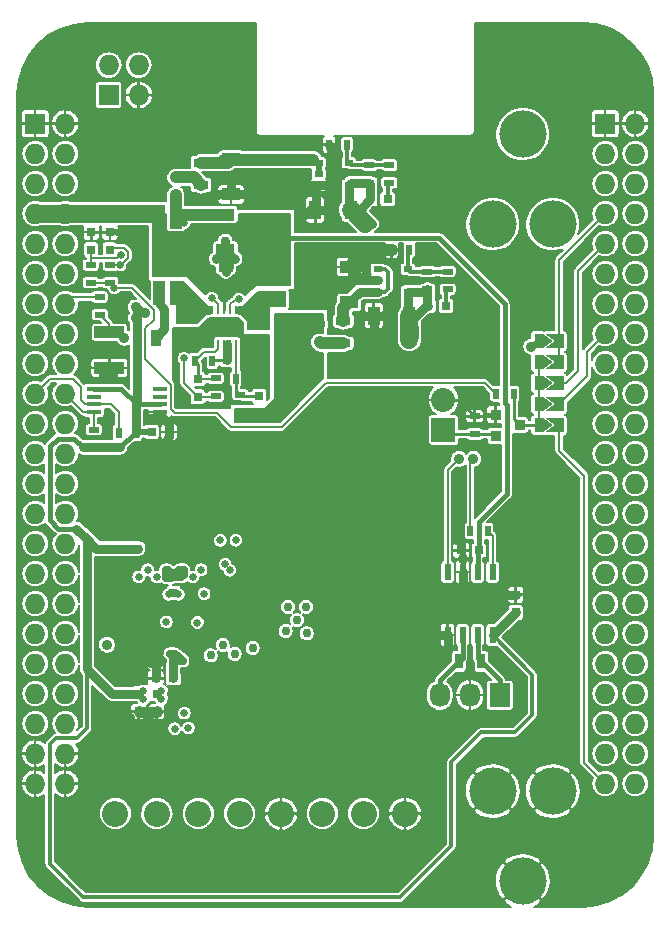
<source format=gbr>
G04 #@! TF.FileFunction,Copper,L4,Bot,Signal*
%FSLAX46Y46*%
G04 Gerber Fmt 4.6, Leading zero omitted, Abs format (unit mm)*
G04 Created by KiCad (PCBNEW (2015-02-03 BZR 5404)-product) date 9/2/2015 4:33:54 PM*
%MOMM*%
G01*
G04 APERTURE LIST*
%ADD10C,0.100000*%
%ADD11R,0.750000X0.800000*%
%ADD12R,2.500000X1.000000*%
%ADD13R,0.800000X0.750000*%
%ADD14R,1.000000X1.600000*%
%ADD15R,1.600000X1.000000*%
%ADD16R,1.250000X1.000000*%
%ADD17R,0.900000X1.400000*%
%ADD18R,2.200000X1.400000*%
%ADD19R,0.800000X1.200000*%
%ADD20R,2.100000X1.400000*%
%ADD21R,1.000000X2.000000*%
%ADD22O,2.200000X2.200000*%
%ADD23R,1.727200X1.727200*%
%ADD24O,1.727200X1.727200*%
%ADD25C,4.000000*%
%ADD26R,0.914400X0.914400*%
%ADD27R,0.900000X0.500000*%
%ADD28R,0.500000X0.900000*%
%ADD29R,0.700000X1.300000*%
%ADD30R,1.300000X0.700000*%
%ADD31R,1.270000X0.381000*%
%ADD32R,0.762000X0.508000*%
%ADD33R,0.250000X0.700000*%
%ADD34R,2.380000X1.650000*%
%ADD35C,0.450000*%
%ADD36R,0.599440X1.399540*%
%ADD37R,1.727200X2.032000*%
%ADD38O,1.727200X2.032000*%
%ADD39R,2.032000X2.032000*%
%ADD40O,2.032000X2.032000*%
%ADD41C,0.635000*%
%ADD42C,0.762000*%
%ADD43C,0.889000*%
%ADD44C,0.635000*%
%ADD45C,0.762000*%
%ADD46C,0.304800*%
%ADD47C,0.381000*%
%ADD48C,0.508000*%
%ADD49C,0.177800*%
%ADD50C,1.016000*%
%ADD51C,1.270000*%
%ADD52C,0.254000*%
%ADD53C,0.889000*%
%ADD54C,1.524000*%
%ADD55C,0.203200*%
G04 APERTURE END LIST*
D10*
D11*
X36068000Y-93357000D03*
X36068000Y-94857000D03*
D12*
X33591500Y-65762000D03*
X33591500Y-62762000D03*
D13*
X37502400Y-90627200D03*
X39002400Y-90627200D03*
D11*
X39014400Y-83324000D03*
X39014400Y-84824000D03*
D13*
X37502400Y-92049600D03*
X39002400Y-92049600D03*
D11*
X37592000Y-94857000D03*
X37592000Y-93357000D03*
D13*
X63372300Y-81216500D03*
X64872300Y-81216500D03*
D11*
X67995800Y-86475000D03*
X67995800Y-84975000D03*
D13*
X38659500Y-71183500D03*
X37159500Y-71183500D03*
X62091000Y-60515500D03*
X60591000Y-60515500D03*
D11*
X46278800Y-68185600D03*
X46278800Y-69685600D03*
D14*
X55967500Y-61341000D03*
X58967500Y-61341000D03*
D15*
X53898800Y-57224800D03*
X53898800Y-60224800D03*
D14*
X46658400Y-63957200D03*
X49658400Y-63957200D03*
D16*
X43434000Y-57115200D03*
X43434000Y-59115200D03*
D13*
X45047600Y-65125600D03*
X43547600Y-65125600D03*
D11*
X32054800Y-54266400D03*
X32054800Y-55766400D03*
X33629600Y-55766400D03*
X33629600Y-54266400D03*
D14*
X54014500Y-52387500D03*
X51014500Y-52387500D03*
D15*
X43891200Y-48080800D03*
X43891200Y-51080800D03*
X43408600Y-52779800D03*
X43408600Y-55779800D03*
D11*
X41059100Y-68212400D03*
X41059100Y-66712400D03*
D13*
X55638000Y-51498500D03*
X57138000Y-51498500D03*
X39739000Y-61468000D03*
X38239000Y-61468000D03*
D17*
X46484500Y-61849000D03*
D18*
X49034500Y-61849000D03*
D17*
X37531000Y-63220600D03*
D18*
X40081000Y-63220600D03*
D19*
X69920000Y-65278000D03*
D10*
G36*
X70320000Y-65877999D02*
X70320000Y-64678001D01*
X71120000Y-65277999D01*
X71120000Y-65278001D01*
X70320000Y-65877999D01*
X70320000Y-65877999D01*
G37*
G36*
X70480001Y-65878000D02*
X71279999Y-65278000D01*
X71280001Y-65278000D01*
X72079999Y-65878000D01*
X70480001Y-65878000D01*
X70480001Y-65878000D01*
G37*
G36*
X71279999Y-65278000D02*
X70480001Y-64678000D01*
X72079999Y-64678000D01*
X71280001Y-65278000D01*
X71279999Y-65278000D01*
X71279999Y-65278000D01*
G37*
G36*
X71280000Y-65278001D02*
X71280000Y-65277999D01*
X72080000Y-64678001D01*
X72080000Y-65877999D01*
X71280000Y-65278001D01*
X71280000Y-65278001D01*
G37*
D19*
X69920000Y-67056000D03*
D10*
G36*
X70320000Y-67655999D02*
X70320000Y-66456001D01*
X71120000Y-67055999D01*
X71120000Y-67056001D01*
X70320000Y-67655999D01*
X70320000Y-67655999D01*
G37*
G36*
X70480001Y-67656000D02*
X71279999Y-67056000D01*
X71280001Y-67056000D01*
X72079999Y-67656000D01*
X70480001Y-67656000D01*
X70480001Y-67656000D01*
G37*
G36*
X71279999Y-67056000D02*
X70480001Y-66456000D01*
X72079999Y-66456000D01*
X71280001Y-67056000D01*
X71279999Y-67056000D01*
X71279999Y-67056000D01*
G37*
G36*
X71280000Y-67056001D02*
X71280000Y-67055999D01*
X72080000Y-66456001D01*
X72080000Y-67655999D01*
X71280000Y-67056001D01*
X71280000Y-67056001D01*
G37*
D19*
X69920000Y-70612000D03*
D10*
G36*
X70320000Y-71211999D02*
X70320000Y-70012001D01*
X71120000Y-70611999D01*
X71120000Y-70612001D01*
X70320000Y-71211999D01*
X70320000Y-71211999D01*
G37*
G36*
X70480001Y-71212000D02*
X71279999Y-70612000D01*
X71280001Y-70612000D01*
X72079999Y-71212000D01*
X70480001Y-71212000D01*
X70480001Y-71212000D01*
G37*
G36*
X71279999Y-70612000D02*
X70480001Y-70012000D01*
X72079999Y-70012000D01*
X71280001Y-70612000D01*
X71279999Y-70612000D01*
X71279999Y-70612000D01*
G37*
G36*
X71280000Y-70612001D02*
X71280000Y-70611999D01*
X72080000Y-70012001D01*
X72080000Y-71211999D01*
X71280000Y-70612001D01*
X71280000Y-70612001D01*
G37*
D19*
X69920000Y-68834000D03*
D10*
G36*
X70320000Y-69433999D02*
X70320000Y-68234001D01*
X71120000Y-68833999D01*
X71120000Y-68834001D01*
X70320000Y-69433999D01*
X70320000Y-69433999D01*
G37*
G36*
X70480001Y-69434000D02*
X71279999Y-68834000D01*
X71280001Y-68834000D01*
X72079999Y-69434000D01*
X70480001Y-69434000D01*
X70480001Y-69434000D01*
G37*
G36*
X71279999Y-68834000D02*
X70480001Y-68234000D01*
X72079999Y-68234000D01*
X71280001Y-68834000D01*
X71279999Y-68834000D01*
X71279999Y-68834000D01*
G37*
G36*
X71280000Y-68834001D02*
X71280000Y-68833999D01*
X72080000Y-68234001D01*
X72080000Y-69433999D01*
X71280000Y-68834001D01*
X71280000Y-68834001D01*
G37*
D19*
X69920000Y-63500000D03*
D10*
G36*
X70320000Y-64099999D02*
X70320000Y-62900001D01*
X71120000Y-63499999D01*
X71120000Y-63500001D01*
X70320000Y-64099999D01*
X70320000Y-64099999D01*
G37*
G36*
X70480001Y-64100000D02*
X71279999Y-63500000D01*
X71280001Y-63500000D01*
X72079999Y-64100000D01*
X70480001Y-64100000D01*
X70480001Y-64100000D01*
G37*
G36*
X71279999Y-63500000D02*
X70480001Y-62900000D01*
X72079999Y-62900000D01*
X71280001Y-63500000D01*
X71279999Y-63500000D01*
X71279999Y-63500000D01*
G37*
G36*
X71280000Y-63500001D02*
X71280000Y-63499999D01*
X72080000Y-62900001D01*
X72080000Y-64099999D01*
X71280000Y-63500001D01*
X71280000Y-63500001D01*
G37*
D20*
X47498000Y-59946800D03*
X47498000Y-53946800D03*
D21*
X39206400Y-59404800D03*
X37806400Y-59404800D03*
X37806400Y-52964800D03*
X39206400Y-52964800D03*
D22*
X58605000Y-103505000D03*
X55105000Y-103505000D03*
X51605000Y-103505000D03*
X48105000Y-103505000D03*
X44605000Y-103505000D03*
X41105000Y-103505000D03*
X37605000Y-103505000D03*
X34105000Y-103505000D03*
D23*
X75565000Y-45085000D03*
D24*
X78105000Y-45085000D03*
X75565000Y-47625000D03*
X78105000Y-47625000D03*
X75565000Y-50165000D03*
X78105000Y-50165000D03*
X75565000Y-52705000D03*
X78105000Y-52705000D03*
X75565000Y-55245000D03*
X78105000Y-55245000D03*
X75565000Y-57785000D03*
X78105000Y-57785000D03*
X75565000Y-60325000D03*
X78105000Y-60325000D03*
X75565000Y-62865000D03*
X78105000Y-62865000D03*
X75565000Y-65405000D03*
X78105000Y-65405000D03*
X75565000Y-67945000D03*
X78105000Y-67945000D03*
X75565000Y-70485000D03*
X78105000Y-70485000D03*
X75565000Y-73025000D03*
X78105000Y-73025000D03*
X75565000Y-75565000D03*
X78105000Y-75565000D03*
X75565000Y-78105000D03*
X78105000Y-78105000D03*
X75565000Y-80645000D03*
X78105000Y-80645000D03*
X75565000Y-83185000D03*
X78105000Y-83185000D03*
X75565000Y-85725000D03*
X78105000Y-85725000D03*
X75565000Y-88265000D03*
X78105000Y-88265000D03*
X75565000Y-90805000D03*
X78105000Y-90805000D03*
X75565000Y-93345000D03*
X78105000Y-93345000D03*
X75565000Y-95885000D03*
X78105000Y-95885000D03*
X75565000Y-98425000D03*
X78105000Y-98425000D03*
X75565000Y-100965000D03*
X78105000Y-100965000D03*
D23*
X27305000Y-45085000D03*
D24*
X29845000Y-45085000D03*
X27305000Y-47625000D03*
X29845000Y-47625000D03*
X27305000Y-50165000D03*
X29845000Y-50165000D03*
X27305000Y-52705000D03*
X29845000Y-52705000D03*
X27305000Y-55245000D03*
X29845000Y-55245000D03*
X27305000Y-57785000D03*
X29845000Y-57785000D03*
X27305000Y-60325000D03*
X29845000Y-60325000D03*
X27305000Y-62865000D03*
X29845000Y-62865000D03*
X27305000Y-65405000D03*
X29845000Y-65405000D03*
X27305000Y-67945000D03*
X29845000Y-67945000D03*
X27305000Y-70485000D03*
X29845000Y-70485000D03*
X27305000Y-73025000D03*
X29845000Y-73025000D03*
X27305000Y-75565000D03*
X29845000Y-75565000D03*
X27305000Y-78105000D03*
X29845000Y-78105000D03*
X27305000Y-80645000D03*
X29845000Y-80645000D03*
X27305000Y-83185000D03*
X29845000Y-83185000D03*
X27305000Y-85725000D03*
X29845000Y-85725000D03*
X27305000Y-88265000D03*
X29845000Y-88265000D03*
X27305000Y-90805000D03*
X29845000Y-90805000D03*
X27305000Y-93345000D03*
X29845000Y-93345000D03*
X27305000Y-95885000D03*
X29845000Y-95885000D03*
X27305000Y-98425000D03*
X29845000Y-98425000D03*
X27305000Y-100965000D03*
X29845000Y-100965000D03*
D25*
X71120000Y-53594000D03*
X66040000Y-53594000D03*
X68580000Y-45974000D03*
D23*
X33528000Y-42672000D03*
D24*
X33528000Y-40132000D03*
X36068000Y-42672000D03*
X36068000Y-40132000D03*
D25*
X66040000Y-101600000D03*
X71120000Y-101600000D03*
X68580000Y-109220000D03*
D26*
X66294000Y-69723000D03*
X66294000Y-71501000D03*
X68326000Y-70612000D03*
D27*
X32766000Y-61265500D03*
X32766000Y-59765500D03*
D28*
X66306000Y-67945000D03*
X67806000Y-67945000D03*
D27*
X64516000Y-71362000D03*
X64516000Y-69862000D03*
D29*
X63172300Y-90614500D03*
X65072300Y-90614500D03*
D27*
X32258000Y-72505000D03*
X32258000Y-71005000D03*
D28*
X35865500Y-71247000D03*
X34365500Y-71247000D03*
X65634300Y-79565500D03*
X64134300Y-79565500D03*
D30*
X53390800Y-61788000D03*
X53390800Y-63688000D03*
D27*
X60515500Y-59106500D03*
X60515500Y-57606500D03*
X44665900Y-69533200D03*
X44665900Y-68033200D03*
X62230000Y-59106500D03*
X62230000Y-57606500D03*
D28*
X58979500Y-55753000D03*
X57479500Y-55753000D03*
X44296900Y-66687700D03*
X45796900Y-66687700D03*
D27*
X32004000Y-57060400D03*
X32004000Y-58560400D03*
D28*
X42304400Y-65176400D03*
X40804400Y-65176400D03*
X52209000Y-46863000D03*
X53709000Y-46863000D03*
D27*
X33680400Y-57060400D03*
X33680400Y-58560400D03*
X57277000Y-50089500D03*
X57277000Y-48589500D03*
X42595800Y-66661600D03*
X42595800Y-68161600D03*
X55562500Y-48589500D03*
X55562500Y-50089500D03*
D30*
X41351200Y-48376800D03*
X41351200Y-50276800D03*
D31*
X37851080Y-67541140D03*
X37851080Y-68191380D03*
X37851080Y-68841620D03*
X37851080Y-69491860D03*
X32252920Y-69491860D03*
X32252920Y-68841620D03*
X32252920Y-68191380D03*
X32252920Y-67541140D03*
D32*
X56324500Y-59309000D03*
X56324500Y-57404000D03*
X58864500Y-59309000D03*
X56324500Y-58356500D03*
X58864500Y-57404000D03*
D33*
X44307000Y-63718500D03*
X43807000Y-63718500D03*
X43307000Y-63718500D03*
X42807000Y-63718500D03*
X42307000Y-63718500D03*
X42307000Y-60868500D03*
X42807000Y-60868500D03*
X43307000Y-60868500D03*
X43807000Y-60868500D03*
X44307000Y-60868500D03*
D34*
X43307000Y-62293500D03*
D35*
X44207000Y-61893500D03*
X43607000Y-61893500D03*
X43007000Y-61893500D03*
X42407000Y-61893500D03*
X44207000Y-62693500D03*
X43607000Y-62693500D03*
X43007000Y-62693500D03*
X42407000Y-62693500D03*
D32*
X51308000Y-50292000D03*
X51308000Y-48387000D03*
X53848000Y-50292000D03*
X51308000Y-49339500D03*
X53848000Y-48387000D03*
D36*
X62217300Y-88392000D03*
X62217300Y-83058000D03*
X63487300Y-88392000D03*
X64757300Y-88392000D03*
X66027300Y-88392000D03*
X63487300Y-83058000D03*
X64757300Y-83058000D03*
X66027300Y-83058000D03*
D27*
X51409600Y-63589600D03*
X51409600Y-62089600D03*
X39217600Y-49643600D03*
X39217600Y-51143600D03*
D37*
X66649600Y-93472000D03*
D38*
X64109600Y-93472000D03*
X61569600Y-93472000D03*
D39*
X61874400Y-71018400D03*
D40*
X61874400Y-68478400D03*
D41*
X38404800Y-87274400D03*
X41605200Y-84886800D03*
X39928800Y-94996000D03*
X40284400Y-96266000D03*
X39116000Y-96316800D03*
X40640000Y-83464400D03*
X39674800Y-83464400D03*
X39878000Y-82854800D03*
X38354000Y-83515200D03*
X38354000Y-82854800D03*
X41351200Y-82854800D03*
X37592000Y-83464400D03*
X36068000Y-83464400D03*
X36830000Y-82854800D03*
X43383200Y-82397600D03*
X42976800Y-80365600D03*
X44297600Y-80365600D03*
X43789600Y-82905600D03*
D42*
X48514000Y-88036400D03*
X50292000Y-88239600D03*
X50241200Y-86004400D03*
X49479200Y-87122000D03*
X48717200Y-86004400D03*
D41*
X39319200Y-90170000D03*
X38709600Y-89966800D03*
X39827200Y-90576400D03*
D42*
X43180000Y-89217500D03*
X42164000Y-90106500D03*
X45720000Y-89471500D03*
X44196000Y-89979500D03*
D41*
X41046400Y-87325200D03*
D43*
X36576000Y-61087000D03*
D42*
X36042600Y-81064100D03*
D43*
X35814000Y-60642500D03*
X35814000Y-61531500D03*
D41*
X36474400Y-93776800D03*
X36474400Y-93116400D03*
D43*
X39776400Y-68173600D03*
X43484800Y-67462400D03*
X41656000Y-63246000D03*
X45669200Y-63957200D03*
X46685200Y-65176400D03*
X45212000Y-65989200D03*
D42*
X55016400Y-57251600D03*
X55524400Y-55778400D03*
X54610000Y-57962800D03*
X54660800Y-56438800D03*
X44246800Y-56540400D03*
X42621200Y-56540400D03*
X42773600Y-51104800D03*
X43891200Y-50241200D03*
X43434000Y-57607200D03*
X43383200Y-55016400D03*
X43434000Y-56540400D03*
X36512500Y-58229500D03*
X36703000Y-58991500D03*
D41*
X42164000Y-86296500D03*
X37084000Y-90233500D03*
X38100000Y-90551000D03*
X37084000Y-90868500D03*
D43*
X33528000Y-95377000D03*
X35306000Y-95377000D03*
X36830000Y-94869000D03*
X36830000Y-95758000D03*
X46164500Y-93980000D03*
X47307500Y-93091000D03*
X51498500Y-72898000D03*
X50800000Y-71183500D03*
X49860200Y-70231000D03*
X48895000Y-71183500D03*
X51689000Y-74866500D03*
X55245000Y-84836000D03*
X54483000Y-85344000D03*
X53149500Y-87249000D03*
X52133500Y-87312500D03*
X53213000Y-82550000D03*
X53657500Y-84455000D03*
X54800500Y-78740000D03*
X53213000Y-79883000D03*
X53530500Y-77787500D03*
X49974500Y-79502000D03*
X49974500Y-80391000D03*
X48069500Y-79121000D03*
X45974000Y-79057500D03*
X44450000Y-78867000D03*
X39814500Y-77406500D03*
D42*
X38201600Y-72136000D03*
X37084000Y-70040500D03*
D43*
X33020000Y-66675000D03*
X33909000Y-66675000D03*
X56007000Y-62547500D03*
X55118000Y-61341000D03*
X56832500Y-61341000D03*
X62217300Y-89535000D03*
X61518800Y-88392000D03*
X63487300Y-84137500D03*
X67233800Y-84963000D03*
X63487300Y-81978500D03*
X63169800Y-80454500D03*
D42*
X51054000Y-51117500D03*
X51816000Y-52387500D03*
X50165000Y-52832000D03*
X50546000Y-50292000D03*
X52324000Y-48260000D03*
X52070000Y-50292000D03*
X52324000Y-49085500D03*
X35750500Y-72390000D03*
X36512500Y-72390000D03*
X34607500Y-78740000D03*
X35115500Y-79565500D03*
X37147500Y-79756000D03*
X38354000Y-78613000D03*
X44983400Y-51079400D03*
X34798000Y-54800500D03*
X59347100Y-61544200D03*
X59347100Y-62344300D03*
X59359800Y-63119000D03*
X58788300Y-63703200D03*
X58597800Y-62839600D03*
X58597800Y-62052200D03*
D43*
X34848800Y-63220600D03*
D41*
X39420800Y-84937600D03*
X38608000Y-84937600D03*
X37998400Y-93776800D03*
X37998400Y-93116400D03*
X44551600Y-59944000D03*
X34544000Y-56184800D03*
X42265600Y-59842400D03*
X34493200Y-57048400D03*
D42*
X54686200Y-52451000D03*
X55245000Y-53009800D03*
X55803800Y-53568600D03*
X54991000Y-53797200D03*
X54432200Y-53238400D03*
D41*
X39903400Y-53517800D03*
X39903400Y-64947800D03*
D43*
X33375600Y-89204800D03*
X69291200Y-63957200D03*
D41*
X33985200Y-58978800D03*
D43*
X64414400Y-73456800D03*
X63195200Y-73456800D03*
D44*
X39878000Y-82854800D02*
X39878000Y-83261200D01*
X39674800Y-83464400D02*
X39154800Y-83464400D01*
X39878000Y-83261200D02*
X39674800Y-83464400D01*
X39014400Y-83324000D02*
X39483600Y-82854800D01*
X39483600Y-82854800D02*
X39878000Y-82854800D01*
X38354000Y-82854800D02*
X38354000Y-83515200D01*
X38354000Y-83515200D02*
X38823200Y-83515200D01*
X39014400Y-83324000D02*
X38545200Y-82854800D01*
X38545200Y-82854800D02*
X38354000Y-82854800D01*
X39014400Y-83324000D02*
X38823200Y-83515200D01*
X39014400Y-83324000D02*
X39154800Y-83464400D01*
X39827200Y-90576400D02*
X39420800Y-90170000D01*
X39319200Y-90170000D02*
X39002400Y-90486800D01*
X39116000Y-89966800D02*
X38709600Y-89966800D01*
X39002400Y-90259600D02*
X38709600Y-89966800D01*
X39319200Y-90170000D02*
X39116000Y-89966800D01*
X39053200Y-90576400D02*
X39827200Y-90576400D01*
X39420800Y-90170000D02*
X39319200Y-90170000D01*
X39002400Y-90627200D02*
X39053200Y-90576400D01*
X39002400Y-90627200D02*
X39002400Y-90486800D01*
X39002400Y-90627200D02*
X39002400Y-90259600D01*
D45*
X39002400Y-92049600D02*
X39002400Y-90627200D01*
D46*
X31686500Y-91236800D02*
X31686500Y-96278700D01*
X31686500Y-96278700D02*
X30835600Y-97129600D01*
X30835600Y-97129600D02*
X29057600Y-97129600D01*
X29057600Y-97129600D02*
X28549600Y-97637600D01*
X28549600Y-97637600D02*
X28549600Y-107746800D01*
X28549600Y-107746800D02*
X31394400Y-110591600D01*
X31394400Y-110591600D02*
X58216800Y-110591600D01*
X58216800Y-110591600D02*
X62534800Y-106273600D01*
X62534800Y-106273600D02*
X62534800Y-99161600D01*
X62534800Y-99161600D02*
X65074800Y-96621600D01*
X65074800Y-96621600D02*
X67919600Y-96621600D01*
X67919600Y-96621600D02*
X69392800Y-95148400D01*
X69392800Y-95148400D02*
X69392800Y-91757500D01*
X69392800Y-91757500D02*
X66027300Y-88392000D01*
D45*
X36068000Y-93357000D02*
X33794000Y-93357000D01*
X31686500Y-80518000D02*
X31686500Y-80264000D01*
X31686500Y-91249500D02*
X31686500Y-91236800D01*
X31686500Y-91236800D02*
X31686500Y-80518000D01*
X33794000Y-93357000D02*
X31686500Y-91249500D01*
X32258000Y-72505000D02*
X31357000Y-72505000D01*
X30797500Y-79375000D02*
X31686500Y-80264000D01*
D47*
X29273500Y-79375000D02*
X30797500Y-79375000D01*
X28575000Y-78676500D02*
X29273500Y-79375000D01*
X28575000Y-72390000D02*
X28575000Y-78676500D01*
X29210000Y-71755000D02*
X28575000Y-72390000D01*
X30607000Y-71755000D02*
X29210000Y-71755000D01*
X31357000Y-72505000D02*
X30607000Y-71755000D01*
D45*
X31686500Y-80264000D02*
X32486600Y-81064100D01*
X32486600Y-81064100D02*
X36042600Y-81064100D01*
X35814000Y-60642500D02*
X35941000Y-60769500D01*
X35941000Y-60769500D02*
X35941000Y-68580000D01*
D47*
X35814000Y-60642500D02*
X35814000Y-61531500D01*
X36131500Y-60642500D02*
X35814000Y-60642500D01*
X36576000Y-61087000D02*
X36131500Y-60642500D01*
X35865500Y-71247000D02*
X35750500Y-71247000D01*
X35750500Y-71247000D02*
X34492500Y-72505000D01*
D45*
X34492500Y-72505000D02*
X32258000Y-72505000D01*
X67995800Y-86475000D02*
X66078800Y-88392000D01*
D47*
X66078800Y-88392000D02*
X66027300Y-88392000D01*
D46*
X36068000Y-93357000D02*
X36233800Y-93357000D01*
X36233800Y-93357000D02*
X36474400Y-93116400D01*
X36474400Y-93776800D02*
X36068000Y-93370400D01*
X36068000Y-93370400D02*
X36068000Y-93357000D01*
D48*
X35929000Y-71183500D02*
X35865500Y-71247000D01*
X37159500Y-71183500D02*
X35929000Y-71183500D01*
D47*
X35885120Y-68841620D02*
X37851080Y-68841620D01*
X34584640Y-67541140D02*
X35885120Y-68841620D01*
X32252920Y-67541140D02*
X34584640Y-67541140D01*
X35865500Y-68861240D02*
X35885120Y-68841620D01*
D45*
X35865500Y-71247000D02*
X35865500Y-68861240D01*
D49*
X43307000Y-62293500D02*
X42608500Y-62293500D01*
X42608500Y-62293500D02*
X41656000Y-63246000D01*
X39243000Y-63322000D02*
X39243000Y-67056000D01*
X39243000Y-67056000D02*
X39776400Y-68173600D01*
X40081000Y-63220600D02*
X39243000Y-63322000D01*
X40081000Y-63220600D02*
X41630600Y-63220600D01*
X41630600Y-63220600D02*
X41656000Y-63246000D01*
X45047600Y-65125600D02*
X45047600Y-64578800D01*
X45669200Y-63957200D02*
X46658400Y-63957200D01*
X45047600Y-64578800D02*
X45669200Y-63957200D01*
X46658400Y-63957200D02*
X46685200Y-63984000D01*
X46685200Y-63984000D02*
X46685200Y-65176400D01*
X45047600Y-65125600D02*
X45212000Y-65290000D01*
X45212000Y-65290000D02*
X45212000Y-65989200D01*
X45796900Y-66687700D02*
X45212000Y-66102800D01*
X45212000Y-66102800D02*
X45212000Y-65989200D01*
D45*
X53898800Y-57224800D02*
X54989600Y-57224800D01*
X54989600Y-57224800D02*
X55016400Y-57251600D01*
X57479500Y-55753000D02*
X55549800Y-55753000D01*
X55549800Y-55753000D02*
X55524400Y-55778400D01*
X53898800Y-57224800D02*
X53898800Y-57251600D01*
X53898800Y-57251600D02*
X54610000Y-57962800D01*
X53898800Y-57224800D02*
X53898800Y-57200800D01*
X53898800Y-57200800D02*
X54660800Y-56438800D01*
D50*
X57479500Y-55753000D02*
X55345200Y-55753000D01*
X55345200Y-55753000D02*
X53873400Y-57224800D01*
D45*
X56324500Y-58356500D02*
X55005100Y-58356500D01*
X55005100Y-58356500D02*
X53873400Y-57224800D01*
X43408600Y-55779800D02*
X44169200Y-56540400D01*
X44169200Y-56540400D02*
X44246800Y-56540400D01*
X43408600Y-55779800D02*
X42648000Y-56540400D01*
X42648000Y-56540400D02*
X42621200Y-56540400D01*
X43891200Y-51080800D02*
X42797600Y-51080800D01*
X42797600Y-51080800D02*
X42773600Y-51104800D01*
X43891200Y-51080800D02*
X43891200Y-50241200D01*
D51*
X43408600Y-55779800D02*
X43434000Y-55805200D01*
X43434000Y-55805200D02*
X43434000Y-57115200D01*
D45*
X43434000Y-57115200D02*
X43434000Y-57607200D01*
X43408600Y-55779800D02*
X43383200Y-55754400D01*
X43383200Y-55754400D02*
X43383200Y-55016400D01*
D44*
X43434000Y-57115200D02*
X43434000Y-56540400D01*
D52*
X64516000Y-69862000D02*
X63132400Y-68478400D01*
X63132400Y-68478400D02*
X61874400Y-68478400D01*
D45*
X37502400Y-92049600D02*
X37502400Y-90627200D01*
D44*
X38100000Y-90551000D02*
X37782500Y-90868500D01*
X37782500Y-90868500D02*
X37084000Y-90868500D01*
X38100000Y-90551000D02*
X37782500Y-90233500D01*
X37477700Y-90627200D02*
X37084000Y-90233500D01*
X38023800Y-90627200D02*
X38100000Y-90551000D01*
X38023800Y-90627200D02*
X37502400Y-90627200D01*
X37782500Y-90233500D02*
X37084000Y-90233500D01*
D53*
X36830000Y-94869000D02*
X36830000Y-95758000D01*
X36068000Y-94857000D02*
X36080000Y-94869000D01*
X36080000Y-94869000D02*
X36830000Y-94869000D01*
X37592000Y-94857000D02*
X37580000Y-94869000D01*
X37580000Y-94869000D02*
X36830000Y-94869000D01*
D45*
X38659500Y-71183500D02*
X38659500Y-71640000D01*
X38659500Y-71640000D02*
X38201600Y-72136000D01*
D47*
X37851080Y-69491860D02*
X37632640Y-69491860D01*
X37632640Y-69491860D02*
X37084000Y-70040500D01*
D45*
X38659500Y-71183500D02*
X38659500Y-70536500D01*
X38659500Y-70536500D02*
X37846000Y-69723000D01*
X33020000Y-66675000D02*
X33909000Y-66675000D01*
X33020000Y-66333500D02*
X33020000Y-66675000D01*
X33591500Y-65762000D02*
X33020000Y-66333500D01*
X33909000Y-66675000D02*
X33909000Y-66079500D01*
X55967500Y-61341000D02*
X56007000Y-61380500D01*
X56007000Y-61380500D02*
X56007000Y-62547500D01*
X55967500Y-61341000D02*
X55118000Y-61341000D01*
X55967500Y-61341000D02*
X56832500Y-61341000D01*
X62217300Y-88392000D02*
X62217300Y-89535000D01*
X62217300Y-88392000D02*
X61518800Y-88392000D01*
X67233800Y-84963000D02*
X64312800Y-84963000D01*
X63487300Y-83058000D02*
X63487300Y-84137500D01*
X67245800Y-84975000D02*
X67233800Y-84963000D01*
X67245800Y-84975000D02*
X67995800Y-84975000D01*
X64312800Y-84963000D02*
X63487300Y-84137500D01*
X63372300Y-81216500D02*
X63372300Y-80657000D01*
X63372300Y-80657000D02*
X63169800Y-80454500D01*
D47*
X63487300Y-83058000D02*
X63487300Y-81978500D01*
X63487300Y-81978500D02*
X63487300Y-81331500D01*
X63487300Y-81331500D02*
X63372300Y-81216500D01*
D45*
X51054000Y-52348000D02*
X51054000Y-51117500D01*
X51014500Y-52387500D02*
X51054000Y-52348000D01*
X51054000Y-50546000D02*
X51054000Y-51117500D01*
X51308000Y-50292000D02*
X51054000Y-50546000D01*
X50760500Y-52133500D02*
X51014500Y-52387500D01*
X51014500Y-52387500D02*
X51816000Y-52387500D01*
X50609500Y-52387500D02*
X50165000Y-52832000D01*
X51014500Y-52387500D02*
X50609500Y-52387500D01*
X51308000Y-50292000D02*
X50546000Y-50292000D01*
X52209000Y-46863000D02*
X52324000Y-46978000D01*
X52324000Y-48260000D02*
X52324000Y-46978000D01*
X51308000Y-50292000D02*
X52070000Y-50292000D01*
X52324000Y-49085500D02*
X52324000Y-48260000D01*
X52324000Y-49085500D02*
X52324000Y-50038000D01*
X52324000Y-50038000D02*
X52070000Y-50292000D01*
D52*
X66155000Y-69862000D02*
X64516000Y-69862000D01*
X66294000Y-69723000D02*
X66155000Y-69862000D01*
X32054800Y-54266400D02*
X33629600Y-54266400D01*
D45*
X43892600Y-51079400D02*
X44983400Y-51079400D01*
X43891200Y-51080800D02*
X43892600Y-51079400D01*
D48*
X34263900Y-54266400D02*
X34798000Y-54800500D01*
X33629600Y-54266400D02*
X34263900Y-54266400D01*
D54*
X58967500Y-61341000D02*
X58967500Y-63349000D01*
X58967500Y-63349000D02*
X58991500Y-63373000D01*
D45*
X60591700Y-60515500D02*
X60591000Y-60515500D01*
X60375800Y-60515500D02*
X60591700Y-60515500D01*
X59347100Y-61544200D02*
X60375800Y-60515500D01*
X59359800Y-62357000D02*
X59347100Y-62344300D01*
X59359800Y-63119000D02*
X59359800Y-62357000D01*
X58597800Y-63512700D02*
X58788300Y-63703200D01*
X58597800Y-62839600D02*
X58597800Y-63512700D01*
X58864500Y-61785500D02*
X58597800Y-62052200D01*
X58864500Y-59309000D02*
X58864500Y-61785500D01*
X60313000Y-59309000D02*
X60515500Y-59106500D01*
X58864500Y-59309000D02*
X60313000Y-59309000D01*
X60515500Y-60440000D02*
X60591000Y-60515500D01*
X60515500Y-59106500D02*
X60515500Y-60440000D01*
D55*
X32766000Y-61265500D02*
X33591500Y-62091000D01*
X33591500Y-62091000D02*
X33591500Y-62762000D01*
D49*
X34390200Y-62762000D02*
X34848800Y-63220600D01*
X33591500Y-62762000D02*
X34390200Y-62762000D01*
D46*
X39420800Y-84937600D02*
X38608000Y-84937600D01*
X37592000Y-93357000D02*
X37757800Y-93357000D01*
X37757800Y-93357000D02*
X37998400Y-93116400D01*
X37998400Y-93776800D02*
X37592000Y-93370400D01*
X37592000Y-93370400D02*
X37592000Y-93357000D01*
D47*
X47498000Y-53946800D02*
X48288200Y-54737000D01*
X64872300Y-78815500D02*
X64872300Y-81216500D01*
X67259200Y-76428600D02*
X64872300Y-78815500D01*
X67259200Y-68910200D02*
X67259200Y-76428600D01*
X67056000Y-68707000D02*
X67259200Y-68910200D01*
X67056000Y-60325000D02*
X67056000Y-68707000D01*
X61468000Y-54737000D02*
X67056000Y-60325000D01*
X48288200Y-54737000D02*
X61468000Y-54737000D01*
X64872300Y-81216500D02*
X64884300Y-81204500D01*
X64757300Y-83058000D02*
X64757300Y-81331500D01*
X64757300Y-81331500D02*
X64872300Y-81216500D01*
D54*
X29845000Y-52705000D02*
X37541200Y-52705000D01*
X27305000Y-52705000D02*
X29845000Y-52705000D01*
D52*
X43307000Y-59242200D02*
X43307000Y-60868500D01*
X43434000Y-59115200D02*
X43307000Y-59242200D01*
D46*
X62230000Y-59106500D02*
X62091000Y-59245500D01*
X62091000Y-59245500D02*
X62091000Y-60515500D01*
D52*
X44665900Y-68033200D02*
X44818300Y-68185600D01*
X44818300Y-68185600D02*
X46278800Y-68185600D01*
X44296900Y-66687700D02*
X44296900Y-67664200D01*
X44296900Y-67664200D02*
X44665900Y-68033200D01*
D55*
X44307000Y-66677600D02*
X44296900Y-66687700D01*
X44307000Y-63718500D02*
X44307000Y-66677600D01*
D52*
X46126400Y-69533200D02*
X46278800Y-69685600D01*
X44665900Y-69533200D02*
X46126400Y-69533200D01*
D50*
X53390800Y-61788000D02*
X53390800Y-60707400D01*
X53390800Y-60707400D02*
X53873400Y-60224800D01*
D45*
X56324500Y-59309000D02*
X54789200Y-59309000D01*
X54789200Y-59309000D02*
X53873400Y-60224800D01*
D46*
X56959500Y-57404000D02*
X57213500Y-57658000D01*
X57213500Y-57658000D02*
X57213500Y-59055000D01*
X57213500Y-59055000D02*
X56959500Y-59309000D01*
X56959500Y-59309000D02*
X56324500Y-59309000D01*
X56324500Y-57404000D02*
X56959500Y-57404000D01*
D45*
X43561000Y-65112200D02*
X43561000Y-63754000D01*
X43547600Y-65125600D02*
X43561000Y-65112200D01*
D52*
X42355200Y-65125600D02*
X42304400Y-65176400D01*
X43547600Y-65125600D02*
X42355200Y-65125600D01*
D49*
X43307000Y-64885000D02*
X43307000Y-63718500D01*
X43547600Y-65125600D02*
X43307000Y-64885000D01*
X43307000Y-63718500D02*
X43807000Y-63718500D01*
D55*
X43807000Y-60358400D02*
X44424600Y-59944000D01*
X44424600Y-59944000D02*
X44551600Y-59944000D01*
X43807000Y-60358400D02*
X43807000Y-60868500D01*
X34544000Y-56184800D02*
X34239200Y-56489600D01*
X34239200Y-56489600D02*
X32054800Y-56489600D01*
X32054800Y-56489600D02*
X32054800Y-55766400D01*
X32054800Y-57009600D02*
X32054800Y-56489600D01*
X32004000Y-57060400D02*
X32054800Y-57009600D01*
X42807000Y-60383800D02*
X42807000Y-60868500D01*
X42807000Y-60383800D02*
X42265600Y-59842400D01*
X33692400Y-57048400D02*
X33680400Y-57060400D01*
X34493200Y-57048400D02*
X33692400Y-57048400D01*
X34544000Y-57048400D02*
X34493200Y-57048400D01*
X35153600Y-56438800D02*
X34544000Y-57048400D01*
X35153600Y-55930800D02*
X35153600Y-56438800D01*
X34798000Y-55575200D02*
X35153600Y-55930800D01*
X33820800Y-55575200D02*
X34798000Y-55575200D01*
X33629600Y-55766400D02*
X33820800Y-55575200D01*
D54*
X55245000Y-53543200D02*
X54102000Y-52387500D01*
X54102000Y-52387500D02*
X54014500Y-52387500D01*
D45*
X54050500Y-50089500D02*
X55562500Y-50089500D01*
X53848000Y-50292000D02*
X54050500Y-50089500D01*
X55638000Y-50165000D02*
X55638000Y-51498500D01*
X55562500Y-50089500D02*
X55638000Y-50165000D01*
X54686200Y-52450300D02*
X54686200Y-52451000D01*
X55245000Y-53009800D02*
X55803800Y-53568600D01*
X54991000Y-53797200D02*
X54432200Y-53238400D01*
X55638000Y-51498500D02*
X54686200Y-52450300D01*
X53848000Y-52221000D02*
X54014500Y-52387500D01*
X53848000Y-50292000D02*
X53848000Y-52221000D01*
D50*
X43891200Y-48080800D02*
X43595200Y-48376800D01*
X43595200Y-48376800D02*
X41351200Y-48376800D01*
D48*
X51308000Y-49339500D02*
X51308000Y-48387000D01*
D49*
X51308000Y-48387000D02*
X51117500Y-48387000D01*
X51117500Y-48387000D02*
X50863500Y-48133000D01*
D50*
X43283000Y-48133000D02*
X50863500Y-48133000D01*
X39217600Y-51143600D02*
X39217600Y-52953600D01*
X39217600Y-52953600D02*
X39206400Y-52964800D01*
X39206400Y-52964800D02*
X39391400Y-52779800D01*
X39391400Y-52779800D02*
X43408600Y-52779800D01*
D55*
X41059100Y-68212400D02*
X42583100Y-68212400D01*
X39903400Y-64947800D02*
X39903400Y-67056700D01*
X39903400Y-67056700D02*
X41059100Y-68212400D01*
X39350400Y-52964800D02*
X39903400Y-53517800D01*
X39206400Y-52964800D02*
X39350400Y-52964800D01*
X41059100Y-66712400D02*
X42583100Y-66712400D01*
X42807000Y-64127000D02*
X42807000Y-63718500D01*
X42519600Y-64414400D02*
X42807000Y-64127000D01*
X41566400Y-64414400D02*
X42519600Y-64414400D01*
X40804400Y-65176400D02*
X41566400Y-64414400D01*
D52*
X41059100Y-65431100D02*
X40804400Y-65176400D01*
X41059100Y-66712400D02*
X41059100Y-65431100D01*
D46*
X57277000Y-50089500D02*
X57138000Y-50228500D01*
X57138000Y-50228500D02*
X57138000Y-51498500D01*
D49*
X40008300Y-60868500D02*
X39358000Y-61518800D01*
X42307000Y-60868500D02*
X40008300Y-60868500D01*
X39358000Y-59556400D02*
X39206400Y-59404800D01*
X39358000Y-61518800D02*
X39358000Y-59556400D01*
D45*
X37531000Y-63220600D02*
X38239000Y-62512600D01*
X38239000Y-62512600D02*
X38239000Y-61468000D01*
X37806400Y-59404800D02*
X37806400Y-60310800D01*
X37806400Y-60310800D02*
X38239000Y-60743400D01*
X38239000Y-60743400D02*
X38239000Y-61468000D01*
D49*
X45504000Y-60868500D02*
X46484500Y-61849000D01*
X44307000Y-60868500D02*
X45504000Y-60868500D01*
X46484500Y-60960300D02*
X47498000Y-59946800D01*
X46484500Y-61849000D02*
X46484500Y-60960300D01*
X71680000Y-63500000D02*
X71580000Y-63500000D01*
X71580000Y-63500000D02*
X71280000Y-63800000D01*
X71280000Y-63200000D02*
X71380000Y-63200000D01*
X71380000Y-63200000D02*
X71680000Y-63500000D01*
X71680000Y-65278000D02*
X71580000Y-65278000D01*
X71580000Y-65278000D02*
X71280000Y-65578000D01*
X71280000Y-64978000D02*
X71380000Y-64978000D01*
X71380000Y-64978000D02*
X71680000Y-65278000D01*
D55*
X71680000Y-63500000D02*
X71680000Y-56590000D01*
X71680000Y-56590000D02*
X75565000Y-52705000D01*
X71680000Y-65278000D02*
X71680000Y-63500000D01*
D49*
X71680000Y-67056000D02*
X71580000Y-67056000D01*
X71580000Y-67056000D02*
X71280000Y-67356000D01*
X71280000Y-66756000D02*
X71380000Y-66756000D01*
X71380000Y-66756000D02*
X71680000Y-67056000D01*
D55*
X71680000Y-67056000D02*
X72263000Y-67056000D01*
X73279000Y-57531000D02*
X75565000Y-55245000D01*
X73279000Y-66040000D02*
X73279000Y-57531000D01*
X72263000Y-67056000D02*
X73279000Y-66040000D01*
D49*
X71680000Y-70612000D02*
X71580000Y-70612000D01*
X71580000Y-70612000D02*
X71280000Y-70912000D01*
X71280000Y-70312000D02*
X71380000Y-70312000D01*
X71380000Y-70312000D02*
X71680000Y-70612000D01*
D55*
X73787000Y-99187000D02*
X73787000Y-74878000D01*
X73787000Y-74878000D02*
X71680000Y-72771000D01*
X75565000Y-100965000D02*
X73787000Y-99187000D01*
X71680000Y-70612000D02*
X71680000Y-72771000D01*
D49*
X71680000Y-68834000D02*
X71580000Y-68834000D01*
X71580000Y-68834000D02*
X71280000Y-69134000D01*
X71280000Y-68534000D02*
X71380000Y-68534000D01*
X71380000Y-68534000D02*
X71680000Y-68834000D01*
D55*
X71680000Y-68834000D02*
X74041000Y-66473000D01*
X74041000Y-64389000D02*
X75565000Y-62865000D01*
X74041000Y-66473000D02*
X74041000Y-64389000D01*
D49*
X69920000Y-63500000D02*
X70720000Y-63500000D01*
X69920000Y-63500000D02*
X69748400Y-63500000D01*
X69748400Y-63500000D02*
X69291200Y-63957200D01*
X33985200Y-58978800D02*
X35483800Y-58978800D01*
D55*
X33680400Y-58560400D02*
X33985200Y-58865200D01*
X33985200Y-58865200D02*
X33985200Y-58978800D01*
D49*
X65391600Y-67030600D02*
X66306000Y-67945000D01*
X51917600Y-67030600D02*
X65391600Y-67030600D01*
X48183800Y-70764400D02*
X51917600Y-67030600D01*
X43865800Y-70764400D02*
X48183800Y-70764400D01*
X42672000Y-69570600D02*
X43865800Y-70764400D01*
X39116000Y-69570600D02*
X42672000Y-69570600D01*
X38785800Y-69240400D02*
X39116000Y-69570600D01*
X38785800Y-67208402D02*
X38785800Y-69240400D01*
X36626800Y-65049402D02*
X38785800Y-67208402D01*
X36626800Y-62407800D02*
X36626800Y-65049402D01*
X37338000Y-61696600D02*
X36626800Y-62407800D01*
X37338000Y-60833000D02*
X37338000Y-61696600D01*
X35483800Y-58978800D02*
X37338000Y-60833000D01*
D55*
X32004000Y-58560400D02*
X33680400Y-58560400D01*
X29845000Y-60325000D02*
X30404500Y-59765500D01*
X30404500Y-59765500D02*
X32766000Y-59765500D01*
D49*
X27305000Y-67945000D02*
X28575000Y-66675000D01*
X31503620Y-68841620D02*
X32252920Y-68841620D01*
X31178500Y-68516500D02*
X31503620Y-68841620D01*
X31178500Y-67373500D02*
X31178500Y-68516500D01*
X30480000Y-66675000D02*
X31178500Y-67373500D01*
X28575000Y-66675000D02*
X30480000Y-66675000D01*
X32252920Y-68841620D02*
X33726120Y-68841620D01*
X34365500Y-69481000D02*
X34365500Y-71247000D01*
X33726120Y-68841620D02*
X34365500Y-69481000D01*
X29845000Y-67945000D02*
X31391860Y-69491860D01*
X31391860Y-69491860D02*
X32252920Y-69491860D01*
X32252920Y-69491860D02*
X32252920Y-70999920D01*
X32252920Y-70999920D02*
X32258000Y-71005000D01*
X64134300Y-79565500D02*
X64134300Y-73736900D01*
X64134300Y-73736900D02*
X64414400Y-73456800D01*
X63195200Y-73456800D02*
X62217300Y-74434700D01*
X62217300Y-74434700D02*
X62217300Y-83058000D01*
D55*
X66027300Y-83058000D02*
X66027300Y-79958500D01*
X66027300Y-79958500D02*
X65634300Y-79565500D01*
D46*
X60515500Y-57606500D02*
X62230000Y-57606500D01*
X58864500Y-57404000D02*
X59067000Y-57606500D01*
X59067000Y-57606500D02*
X60515500Y-57606500D01*
X58979500Y-55753000D02*
X58864500Y-55868000D01*
X58864500Y-55868000D02*
X58864500Y-57404000D01*
X55562500Y-48589500D02*
X57277000Y-48589500D01*
X53848000Y-48387000D02*
X54050500Y-48589500D01*
X54050500Y-48589500D02*
X55562500Y-48589500D01*
X53709000Y-46863000D02*
X53709000Y-48248000D01*
X53709000Y-48248000D02*
X53848000Y-48387000D01*
D50*
X51409600Y-63589600D02*
X51508000Y-63688000D01*
X51508000Y-63688000D02*
X53390800Y-63688000D01*
X39217600Y-49643600D02*
X40718000Y-49643600D01*
X40718000Y-49643600D02*
X41351200Y-50276800D01*
D47*
X66662300Y-92204500D02*
X66662300Y-93472000D01*
X65072300Y-90614500D02*
X66662300Y-92204500D01*
X64757300Y-88392000D02*
X64757300Y-90299500D01*
X64757300Y-90299500D02*
X65072300Y-90614500D01*
X63172300Y-90614500D02*
X61582300Y-92204500D01*
X61582300Y-92204500D02*
X61582300Y-93472000D01*
X63487300Y-88392000D02*
X63487300Y-90299500D01*
X63487300Y-90299500D02*
X63172300Y-90614500D01*
D52*
X64516000Y-71362000D02*
X62218000Y-71362000D01*
X62218000Y-71362000D02*
X61874400Y-71018400D01*
X66155000Y-71362000D02*
X64516000Y-71362000D01*
X66294000Y-71501000D02*
X66155000Y-71362000D01*
D49*
X69920000Y-70612000D02*
X70720000Y-70612000D01*
X69920000Y-68834000D02*
X70720000Y-68834000D01*
X69920000Y-67056000D02*
X70720000Y-67056000D01*
X69920000Y-65278000D02*
X70720000Y-65278000D01*
D55*
X69920000Y-67056000D02*
X69920000Y-65278000D01*
X69920000Y-68834000D02*
X69920000Y-67056000D01*
X69920000Y-70612000D02*
X69920000Y-68834000D01*
X69920000Y-70612000D02*
X69596000Y-70612000D01*
D52*
X69920000Y-70612000D02*
X68326000Y-70612000D01*
X67806000Y-70092000D02*
X67806000Y-67945000D01*
X68326000Y-70612000D02*
X67806000Y-70092000D01*
D55*
G36*
X47091600Y-62484000D02*
X45364400Y-62484000D01*
X45364400Y-61832316D01*
X44695284Y-61163200D01*
X44524281Y-61163200D01*
X44497000Y-61157729D01*
X44450000Y-61157729D01*
X44450000Y-60604400D01*
X44898484Y-60604400D01*
X46168484Y-59334400D01*
X47091600Y-59334400D01*
X47091600Y-62484000D01*
X47091600Y-62484000D01*
G37*
X47091600Y-62484000D02*
X45364400Y-62484000D01*
X45364400Y-61832316D01*
X44695284Y-61163200D01*
X44524281Y-61163200D01*
X44497000Y-61157729D01*
X44450000Y-61157729D01*
X44450000Y-60604400D01*
X44898484Y-60604400D01*
X46168484Y-59334400D01*
X47091600Y-59334400D01*
X47091600Y-62484000D01*
G36*
X42164000Y-61157729D02*
X42117000Y-61157729D01*
X42088802Y-61163200D01*
X41766316Y-61163200D01*
X41004316Y-61925200D01*
X39344600Y-61925200D01*
X39344600Y-58470800D01*
X39785116Y-58470800D01*
X41918716Y-60604400D01*
X42164000Y-60604400D01*
X42164000Y-61157729D01*
X42164000Y-61157729D01*
G37*
X42164000Y-61157729D02*
X42117000Y-61157729D01*
X42088802Y-61163200D01*
X41766316Y-61163200D01*
X41004316Y-61925200D01*
X39344600Y-61925200D01*
X39344600Y-58470800D01*
X39785116Y-58470800D01*
X41918716Y-60604400D01*
X42164000Y-60604400D01*
X42164000Y-61157729D01*
G36*
X48920400Y-58724800D02*
X45982716Y-58724800D01*
X45090020Y-59617495D01*
X45079468Y-59591956D01*
X44932719Y-59444950D01*
X44932719Y-56404584D01*
X44880397Y-56277956D01*
X44828532Y-56152433D01*
X44731734Y-56055466D01*
X44635782Y-55959346D01*
X44519371Y-55911007D01*
X44519371Y-55279800D01*
X44496822Y-55163581D01*
X44429723Y-55061435D01*
X44328427Y-54993059D01*
X44208600Y-54969029D01*
X44069041Y-54969029D01*
X44069119Y-54880584D01*
X44016797Y-54753956D01*
X43964932Y-54628433D01*
X43868134Y-54531466D01*
X43772182Y-54435346D01*
X43645644Y-54382803D01*
X43520213Y-54330719D01*
X43247384Y-54330481D01*
X42995233Y-54434668D01*
X42802146Y-54627418D01*
X42697519Y-54879387D01*
X42697440Y-54969029D01*
X42608600Y-54969029D01*
X42492381Y-54991578D01*
X42390235Y-55058677D01*
X42321859Y-55159973D01*
X42297829Y-55279800D01*
X42297829Y-55920703D01*
X42278615Y-55939916D01*
X42233233Y-55958668D01*
X42040146Y-56151418D01*
X41935519Y-56403387D01*
X41935281Y-56676216D01*
X41987603Y-56802844D01*
X42039468Y-56928367D01*
X42136266Y-57025334D01*
X42232218Y-57121454D01*
X42358756Y-57173997D01*
X42484187Y-57226081D01*
X42498229Y-57226093D01*
X42498229Y-57615200D01*
X42520778Y-57731419D01*
X42587877Y-57833565D01*
X42689173Y-57901941D01*
X42809000Y-57925971D01*
X42823676Y-57925971D01*
X42852268Y-57995167D01*
X42949066Y-58092134D01*
X43045018Y-58188254D01*
X43171556Y-58240797D01*
X43296987Y-58292881D01*
X43434000Y-58293000D01*
X43569816Y-58293119D01*
X43696444Y-58240797D01*
X43821967Y-58188932D01*
X43918934Y-58092134D01*
X44015054Y-57996182D01*
X44044208Y-57925971D01*
X44059000Y-57925971D01*
X44175219Y-57903422D01*
X44277365Y-57836323D01*
X44345741Y-57735027D01*
X44369771Y-57615200D01*
X44369771Y-57226307D01*
X44382616Y-57226319D01*
X44509244Y-57173997D01*
X44634767Y-57122132D01*
X44731734Y-57025334D01*
X44827854Y-56929382D01*
X44880397Y-56802844D01*
X44932481Y-56677413D01*
X44932600Y-56540400D01*
X44932719Y-56404584D01*
X44932719Y-59444950D01*
X44904565Y-59416747D01*
X44675926Y-59321808D01*
X44428360Y-59321592D01*
X44199556Y-59416132D01*
X44024347Y-59591035D01*
X43948296Y-59774184D01*
X43580562Y-60020929D01*
X43552587Y-60049011D01*
X43519632Y-60071032D01*
X43502681Y-60096400D01*
X43094336Y-60096400D01*
X42887859Y-59889923D01*
X42888008Y-59719160D01*
X42793468Y-59490356D01*
X42618565Y-59315147D01*
X42389926Y-59220208D01*
X42142360Y-59219992D01*
X41913556Y-59314532D01*
X41738347Y-59489435D01*
X41712401Y-59551917D01*
X40123284Y-57962800D01*
X37287200Y-57962800D01*
X37287200Y-52730400D01*
X38395629Y-52730400D01*
X38395629Y-52954604D01*
X38393601Y-52964800D01*
X38395629Y-52974995D01*
X38395629Y-53964800D01*
X38418178Y-54081019D01*
X38485277Y-54183165D01*
X38586573Y-54251541D01*
X38706400Y-54275571D01*
X39706400Y-54275571D01*
X39822619Y-54253022D01*
X39924765Y-54185923D01*
X39955664Y-54140146D01*
X40026640Y-54140208D01*
X40255444Y-54045668D01*
X40430653Y-53870765D01*
X40525592Y-53642126D01*
X40525635Y-53592600D01*
X43408600Y-53592600D01*
X43418800Y-53590571D01*
X44208600Y-53590571D01*
X44324819Y-53568022D01*
X44426965Y-53500923D01*
X44495341Y-53399627D01*
X44519371Y-53279800D01*
X44519371Y-52730400D01*
X48920400Y-52730400D01*
X48920400Y-58724800D01*
X48920400Y-58724800D01*
G37*
X48920400Y-58724800D02*
X45982716Y-58724800D01*
X45090020Y-59617495D01*
X45079468Y-59591956D01*
X44932719Y-59444950D01*
X44932719Y-56404584D01*
X44880397Y-56277956D01*
X44828532Y-56152433D01*
X44731734Y-56055466D01*
X44635782Y-55959346D01*
X44519371Y-55911007D01*
X44519371Y-55279800D01*
X44496822Y-55163581D01*
X44429723Y-55061435D01*
X44328427Y-54993059D01*
X44208600Y-54969029D01*
X44069041Y-54969029D01*
X44069119Y-54880584D01*
X44016797Y-54753956D01*
X43964932Y-54628433D01*
X43868134Y-54531466D01*
X43772182Y-54435346D01*
X43645644Y-54382803D01*
X43520213Y-54330719D01*
X43247384Y-54330481D01*
X42995233Y-54434668D01*
X42802146Y-54627418D01*
X42697519Y-54879387D01*
X42697440Y-54969029D01*
X42608600Y-54969029D01*
X42492381Y-54991578D01*
X42390235Y-55058677D01*
X42321859Y-55159973D01*
X42297829Y-55279800D01*
X42297829Y-55920703D01*
X42278615Y-55939916D01*
X42233233Y-55958668D01*
X42040146Y-56151418D01*
X41935519Y-56403387D01*
X41935281Y-56676216D01*
X41987603Y-56802844D01*
X42039468Y-56928367D01*
X42136266Y-57025334D01*
X42232218Y-57121454D01*
X42358756Y-57173997D01*
X42484187Y-57226081D01*
X42498229Y-57226093D01*
X42498229Y-57615200D01*
X42520778Y-57731419D01*
X42587877Y-57833565D01*
X42689173Y-57901941D01*
X42809000Y-57925971D01*
X42823676Y-57925971D01*
X42852268Y-57995167D01*
X42949066Y-58092134D01*
X43045018Y-58188254D01*
X43171556Y-58240797D01*
X43296987Y-58292881D01*
X43434000Y-58293000D01*
X43569816Y-58293119D01*
X43696444Y-58240797D01*
X43821967Y-58188932D01*
X43918934Y-58092134D01*
X44015054Y-57996182D01*
X44044208Y-57925971D01*
X44059000Y-57925971D01*
X44175219Y-57903422D01*
X44277365Y-57836323D01*
X44345741Y-57735027D01*
X44369771Y-57615200D01*
X44369771Y-57226307D01*
X44382616Y-57226319D01*
X44509244Y-57173997D01*
X44634767Y-57122132D01*
X44731734Y-57025334D01*
X44827854Y-56929382D01*
X44880397Y-56802844D01*
X44932481Y-56677413D01*
X44932600Y-56540400D01*
X44932719Y-56404584D01*
X44932719Y-59444950D01*
X44904565Y-59416747D01*
X44675926Y-59321808D01*
X44428360Y-59321592D01*
X44199556Y-59416132D01*
X44024347Y-59591035D01*
X43948296Y-59774184D01*
X43580562Y-60020929D01*
X43552587Y-60049011D01*
X43519632Y-60071032D01*
X43502681Y-60096400D01*
X43094336Y-60096400D01*
X42887859Y-59889923D01*
X42888008Y-59719160D01*
X42793468Y-59490356D01*
X42618565Y-59315147D01*
X42389926Y-59220208D01*
X42142360Y-59219992D01*
X41913556Y-59314532D01*
X41738347Y-59489435D01*
X41712401Y-59551917D01*
X40123284Y-57962800D01*
X37287200Y-57962800D01*
X37287200Y-52730400D01*
X38395629Y-52730400D01*
X38395629Y-52954604D01*
X38393601Y-52964800D01*
X38395629Y-52974995D01*
X38395629Y-53964800D01*
X38418178Y-54081019D01*
X38485277Y-54183165D01*
X38586573Y-54251541D01*
X38706400Y-54275571D01*
X39706400Y-54275571D01*
X39822619Y-54253022D01*
X39924765Y-54185923D01*
X39955664Y-54140146D01*
X40026640Y-54140208D01*
X40255444Y-54045668D01*
X40430653Y-53870765D01*
X40525592Y-53642126D01*
X40525635Y-53592600D01*
X43408600Y-53592600D01*
X43418800Y-53590571D01*
X44208600Y-53590571D01*
X44324819Y-53568022D01*
X44426965Y-53500923D01*
X44495341Y-53399627D01*
X44519371Y-53279800D01*
X44519371Y-52730400D01*
X48920400Y-52730400D01*
X48920400Y-58724800D01*
G36*
X51714400Y-66658316D02*
X48014716Y-70358000D01*
X44196000Y-70358000D01*
X44196000Y-69240400D01*
X46778084Y-69240400D01*
X47650400Y-68368084D01*
X47650400Y-61163200D01*
X51714400Y-61163200D01*
X51714400Y-62836905D01*
X51570255Y-62792836D01*
X51412437Y-62776805D01*
X51254510Y-62791733D01*
X51102492Y-62837052D01*
X50962169Y-62911036D01*
X50838890Y-63010866D01*
X50737349Y-63132739D01*
X50737182Y-63133044D01*
X50700668Y-63176020D01*
X50665399Y-63254453D01*
X50663434Y-63268308D01*
X50661414Y-63272014D01*
X50613977Y-63423385D01*
X50596845Y-63581089D01*
X50610670Y-63739116D01*
X50654927Y-63891448D01*
X50662902Y-63906834D01*
X50683011Y-63971140D01*
X50730483Y-64042848D01*
X50748760Y-64058377D01*
X50826895Y-64156256D01*
X50834864Y-64164336D01*
X50933264Y-64262737D01*
X50991291Y-64310400D01*
X51048795Y-64358652D01*
X51052542Y-64360712D01*
X51055844Y-64363424D01*
X51122022Y-64398909D01*
X51187804Y-64435073D01*
X51191874Y-64436364D01*
X51195645Y-64438386D01*
X51267507Y-64460356D01*
X51339009Y-64483038D01*
X51343253Y-64483514D01*
X51347345Y-64484765D01*
X51422067Y-64492354D01*
X51496652Y-64500721D01*
X51505007Y-64500779D01*
X51505163Y-64500795D01*
X51505308Y-64500781D01*
X51508000Y-64500800D01*
X51714400Y-64500800D01*
X51714400Y-66658316D01*
X51714400Y-66658316D01*
G37*
X51714400Y-66658316D02*
X48014716Y-70358000D01*
X44196000Y-70358000D01*
X44196000Y-69240400D01*
X46778084Y-69240400D01*
X47650400Y-68368084D01*
X47650400Y-61163200D01*
X51714400Y-61163200D01*
X51714400Y-62836905D01*
X51570255Y-62792836D01*
X51412437Y-62776805D01*
X51254510Y-62791733D01*
X51102492Y-62837052D01*
X50962169Y-62911036D01*
X50838890Y-63010866D01*
X50737349Y-63132739D01*
X50737182Y-63133044D01*
X50700668Y-63176020D01*
X50665399Y-63254453D01*
X50663434Y-63268308D01*
X50661414Y-63272014D01*
X50613977Y-63423385D01*
X50596845Y-63581089D01*
X50610670Y-63739116D01*
X50654927Y-63891448D01*
X50662902Y-63906834D01*
X50683011Y-63971140D01*
X50730483Y-64042848D01*
X50748760Y-64058377D01*
X50826895Y-64156256D01*
X50834864Y-64164336D01*
X50933264Y-64262737D01*
X50991291Y-64310400D01*
X51048795Y-64358652D01*
X51052542Y-64360712D01*
X51055844Y-64363424D01*
X51122022Y-64398909D01*
X51187804Y-64435073D01*
X51191874Y-64436364D01*
X51195645Y-64438386D01*
X51267507Y-64460356D01*
X51339009Y-64483038D01*
X51343253Y-64483514D01*
X51347345Y-64484765D01*
X51422067Y-64492354D01*
X51496652Y-64500721D01*
X51505007Y-64500779D01*
X51505163Y-64500795D01*
X51505308Y-64500781D01*
X51508000Y-64500800D01*
X51714400Y-64500800D01*
X51714400Y-66658316D01*
G36*
X47142400Y-68301348D02*
X46960075Y-68483673D01*
X46960075Y-67785600D01*
X46956055Y-67736139D01*
X46930389Y-67654060D01*
X46882917Y-67582352D01*
X46817380Y-67526668D01*
X46738947Y-67491399D01*
X46653800Y-67479325D01*
X45903800Y-67479325D01*
X45854339Y-67483345D01*
X45772260Y-67509011D01*
X45700552Y-67556483D01*
X45644868Y-67622020D01*
X45609599Y-67700453D01*
X45602034Y-67753800D01*
X45419785Y-67753800D01*
X45418155Y-67733739D01*
X45392489Y-67651660D01*
X45345017Y-67579952D01*
X45279480Y-67524268D01*
X45201047Y-67488999D01*
X45115900Y-67476925D01*
X44728700Y-67476925D01*
X44728700Y-67381015D01*
X44750148Y-67366817D01*
X44805832Y-67301280D01*
X44841101Y-67222847D01*
X44853175Y-67137700D01*
X44853175Y-66237700D01*
X44849155Y-66188239D01*
X44823489Y-66106160D01*
X44776017Y-66034452D01*
X44713400Y-65981248D01*
X44713400Y-64182114D01*
X44726201Y-64153647D01*
X44738275Y-64068500D01*
X44738275Y-63368500D01*
X44734255Y-63319039D01*
X44708589Y-63236960D01*
X44661117Y-63165252D01*
X44595580Y-63109568D01*
X44517147Y-63074299D01*
X44432000Y-63062225D01*
X44182000Y-63062225D01*
X44132539Y-63066245D01*
X44053912Y-63090831D01*
X44017147Y-63074299D01*
X43932000Y-63062225D01*
X43682000Y-63062225D01*
X43632539Y-63066245D01*
X43611027Y-63072971D01*
X43565788Y-63068217D01*
X43510035Y-63073290D01*
X43432000Y-63062225D01*
X43182000Y-63062225D01*
X43132539Y-63066245D01*
X43053912Y-63090831D01*
X43017147Y-63074299D01*
X42932000Y-63062225D01*
X42682000Y-63062225D01*
X42632539Y-63066245D01*
X42550460Y-63091911D01*
X42478752Y-63139383D01*
X42423068Y-63204920D01*
X42387799Y-63283353D01*
X42375725Y-63368500D01*
X42375725Y-63983539D01*
X42351264Y-64008000D01*
X41566400Y-64008000D01*
X41529058Y-64011661D01*
X41491643Y-64014935D01*
X41489589Y-64015531D01*
X41487463Y-64015740D01*
X41451522Y-64026590D01*
X41415476Y-64037063D01*
X41413579Y-64038046D01*
X41411533Y-64038664D01*
X41378400Y-64056281D01*
X41345059Y-64073564D01*
X41343387Y-64074898D01*
X41341502Y-64075901D01*
X41312408Y-64099628D01*
X41283072Y-64123048D01*
X41280101Y-64125977D01*
X41280037Y-64126030D01*
X41279987Y-64126089D01*
X41279032Y-64127032D01*
X40985939Y-64420125D01*
X40554400Y-64420125D01*
X40504939Y-64424145D01*
X40422860Y-64449811D01*
X40351152Y-64497283D01*
X40342811Y-64507099D01*
X40301988Y-64465990D01*
X40200813Y-64397746D01*
X40088309Y-64350454D01*
X39968763Y-64325915D01*
X39846726Y-64325063D01*
X39726849Y-64347930D01*
X39613696Y-64393647D01*
X39511578Y-64460471D01*
X39424384Y-64545858D01*
X39355436Y-64646554D01*
X39307359Y-64758725D01*
X39281986Y-64878097D01*
X39280282Y-65000125D01*
X39302312Y-65120159D01*
X39347238Y-65233628D01*
X39413348Y-65336211D01*
X39497000Y-65422835D01*
X39497000Y-67056700D01*
X39500661Y-67094041D01*
X39503935Y-67131457D01*
X39504531Y-67133510D01*
X39504740Y-67135637D01*
X39515590Y-67171577D01*
X39526063Y-67207624D01*
X39527046Y-67209520D01*
X39527664Y-67211567D01*
X39545302Y-67244738D01*
X39562565Y-67278041D01*
X39563896Y-67279709D01*
X39564901Y-67281598D01*
X39588650Y-67310718D01*
X39612048Y-67340028D01*
X39614977Y-67342998D01*
X39615030Y-67343063D01*
X39615089Y-67343112D01*
X39616032Y-67344068D01*
X40377825Y-68105861D01*
X40377825Y-68612400D01*
X40381845Y-68661861D01*
X40407511Y-68743940D01*
X40454983Y-68815648D01*
X40520520Y-68871332D01*
X40598953Y-68906601D01*
X40684100Y-68918675D01*
X41434100Y-68918675D01*
X41483561Y-68914655D01*
X41565640Y-68888989D01*
X41637348Y-68841517D01*
X41693032Y-68775980D01*
X41728301Y-68697547D01*
X41739467Y-68618800D01*
X41921334Y-68618800D01*
X41982220Y-68670532D01*
X42060653Y-68705801D01*
X42145800Y-68717875D01*
X43045800Y-68717875D01*
X43095261Y-68713855D01*
X43177340Y-68688189D01*
X43249048Y-68640717D01*
X43304732Y-68575180D01*
X43340001Y-68496747D01*
X43352075Y-68411600D01*
X43352075Y-67911600D01*
X43348055Y-67862139D01*
X43322389Y-67780060D01*
X43274917Y-67708352D01*
X43209380Y-67652668D01*
X43130947Y-67617399D01*
X43045800Y-67605325D01*
X42145800Y-67605325D01*
X42096339Y-67609345D01*
X42014260Y-67635011D01*
X41942552Y-67682483D01*
X41886868Y-67748020D01*
X41860796Y-67806000D01*
X41739854Y-67806000D01*
X41736355Y-67762939D01*
X41710689Y-67680860D01*
X41663217Y-67609152D01*
X41597680Y-67553468D01*
X41519247Y-67518199D01*
X41434100Y-67506125D01*
X40927561Y-67506125D01*
X40840111Y-67418675D01*
X41434100Y-67418675D01*
X41483561Y-67414655D01*
X41565640Y-67388989D01*
X41637348Y-67341517D01*
X41693032Y-67275980D01*
X41728301Y-67197547D01*
X41739467Y-67118800D01*
X41921334Y-67118800D01*
X41982220Y-67170532D01*
X42060653Y-67205801D01*
X42145800Y-67217875D01*
X43045800Y-67217875D01*
X43095261Y-67213855D01*
X43177340Y-67188189D01*
X43249048Y-67140717D01*
X43304732Y-67075180D01*
X43340001Y-66996747D01*
X43352075Y-66911600D01*
X43352075Y-66411600D01*
X43348055Y-66362139D01*
X43322389Y-66280060D01*
X43274917Y-66208352D01*
X43209380Y-66152668D01*
X43130947Y-66117399D01*
X43045800Y-66105325D01*
X42145800Y-66105325D01*
X42096339Y-66109345D01*
X42014260Y-66135011D01*
X41942552Y-66182483D01*
X41886868Y-66248020D01*
X41860796Y-66306000D01*
X41739854Y-66306000D01*
X41736355Y-66262939D01*
X41710689Y-66180860D01*
X41663217Y-66109152D01*
X41597680Y-66053468D01*
X41519247Y-66018199D01*
X41490900Y-66014179D01*
X41490900Y-65431100D01*
X41487010Y-65391438D01*
X41483532Y-65351670D01*
X41482897Y-65349484D01*
X41482676Y-65347230D01*
X41471160Y-65309088D01*
X41460020Y-65270743D01*
X41458975Y-65268727D01*
X41458319Y-65266554D01*
X41439606Y-65231361D01*
X41421238Y-65195925D01*
X41419819Y-65194148D01*
X41418755Y-65192146D01*
X41393884Y-65161651D01*
X41734736Y-64820800D01*
X41748125Y-64820800D01*
X41748125Y-65626400D01*
X41752145Y-65675861D01*
X41777811Y-65757940D01*
X41825283Y-65829648D01*
X41890820Y-65885332D01*
X41969253Y-65920601D01*
X42054400Y-65932675D01*
X42554400Y-65932675D01*
X42603861Y-65928655D01*
X42685940Y-65902989D01*
X42757648Y-65855517D01*
X42813332Y-65789980D01*
X42848601Y-65711547D01*
X42860675Y-65626400D01*
X42860675Y-65599085D01*
X42871011Y-65632140D01*
X42918483Y-65703848D01*
X42984020Y-65759532D01*
X43062453Y-65794801D01*
X43147600Y-65806875D01*
X43499115Y-65806875D01*
X43540419Y-65811362D01*
X43591706Y-65806875D01*
X43900600Y-65806875D01*
X43900600Y-65970882D01*
X43843652Y-66008583D01*
X43787968Y-66074120D01*
X43752699Y-66152553D01*
X43740625Y-66237700D01*
X43740625Y-67137700D01*
X43744645Y-67187161D01*
X43770311Y-67269240D01*
X43817783Y-67340948D01*
X43865100Y-67381151D01*
X43865100Y-67664200D01*
X43868989Y-67703861D01*
X43872468Y-67743630D01*
X43873102Y-67745815D01*
X43873324Y-67748070D01*
X43884839Y-67786211D01*
X43895980Y-67824557D01*
X43897024Y-67826572D01*
X43897681Y-67828746D01*
X43909625Y-67851209D01*
X43909625Y-68283200D01*
X43913645Y-68332661D01*
X43939311Y-68414740D01*
X43986783Y-68486448D01*
X44052320Y-68542132D01*
X44130753Y-68577401D01*
X44215900Y-68589475D01*
X44669477Y-68589475D01*
X44690459Y-68595889D01*
X44728524Y-68607964D01*
X44730784Y-68608217D01*
X44732951Y-68608880D01*
X44772570Y-68612904D01*
X44812271Y-68617358D01*
X44816712Y-68617388D01*
X44816792Y-68617397D01*
X44816865Y-68617390D01*
X44818300Y-68617400D01*
X45600109Y-68617400D01*
X45601545Y-68635061D01*
X45627211Y-68717140D01*
X45674683Y-68788848D01*
X45727824Y-68834000D01*
X43789600Y-68834000D01*
X43789600Y-69138800D01*
X39240976Y-69138800D01*
X39179500Y-69077324D01*
X39179500Y-67208402D01*
X39175950Y-67172206D01*
X39172782Y-67135981D01*
X39172203Y-67133991D01*
X39172002Y-67131932D01*
X39161496Y-67097135D01*
X39151345Y-67062194D01*
X39150391Y-67060355D01*
X39149794Y-67058375D01*
X39132746Y-67026313D01*
X39115985Y-66993977D01*
X39114690Y-66992355D01*
X39113721Y-66990532D01*
X39090781Y-66962405D01*
X39068048Y-66933928D01*
X39065203Y-66931043D01*
X39065158Y-66930988D01*
X39065106Y-66930945D01*
X39064188Y-66930014D01*
X38963600Y-66829426D01*
X38963600Y-62382400D01*
X41190084Y-62382400D01*
X42002884Y-61569600D01*
X44509516Y-61569600D01*
X44907200Y-61967284D01*
X44907200Y-62941200D01*
X47142400Y-62941200D01*
X47142400Y-68301348D01*
X47142400Y-68301348D01*
G37*
X47142400Y-68301348D02*
X46960075Y-68483673D01*
X46960075Y-67785600D01*
X46956055Y-67736139D01*
X46930389Y-67654060D01*
X46882917Y-67582352D01*
X46817380Y-67526668D01*
X46738947Y-67491399D01*
X46653800Y-67479325D01*
X45903800Y-67479325D01*
X45854339Y-67483345D01*
X45772260Y-67509011D01*
X45700552Y-67556483D01*
X45644868Y-67622020D01*
X45609599Y-67700453D01*
X45602034Y-67753800D01*
X45419785Y-67753800D01*
X45418155Y-67733739D01*
X45392489Y-67651660D01*
X45345017Y-67579952D01*
X45279480Y-67524268D01*
X45201047Y-67488999D01*
X45115900Y-67476925D01*
X44728700Y-67476925D01*
X44728700Y-67381015D01*
X44750148Y-67366817D01*
X44805832Y-67301280D01*
X44841101Y-67222847D01*
X44853175Y-67137700D01*
X44853175Y-66237700D01*
X44849155Y-66188239D01*
X44823489Y-66106160D01*
X44776017Y-66034452D01*
X44713400Y-65981248D01*
X44713400Y-64182114D01*
X44726201Y-64153647D01*
X44738275Y-64068500D01*
X44738275Y-63368500D01*
X44734255Y-63319039D01*
X44708589Y-63236960D01*
X44661117Y-63165252D01*
X44595580Y-63109568D01*
X44517147Y-63074299D01*
X44432000Y-63062225D01*
X44182000Y-63062225D01*
X44132539Y-63066245D01*
X44053912Y-63090831D01*
X44017147Y-63074299D01*
X43932000Y-63062225D01*
X43682000Y-63062225D01*
X43632539Y-63066245D01*
X43611027Y-63072971D01*
X43565788Y-63068217D01*
X43510035Y-63073290D01*
X43432000Y-63062225D01*
X43182000Y-63062225D01*
X43132539Y-63066245D01*
X43053912Y-63090831D01*
X43017147Y-63074299D01*
X42932000Y-63062225D01*
X42682000Y-63062225D01*
X42632539Y-63066245D01*
X42550460Y-63091911D01*
X42478752Y-63139383D01*
X42423068Y-63204920D01*
X42387799Y-63283353D01*
X42375725Y-63368500D01*
X42375725Y-63983539D01*
X42351264Y-64008000D01*
X41566400Y-64008000D01*
X41529058Y-64011661D01*
X41491643Y-64014935D01*
X41489589Y-64015531D01*
X41487463Y-64015740D01*
X41451522Y-64026590D01*
X41415476Y-64037063D01*
X41413579Y-64038046D01*
X41411533Y-64038664D01*
X41378400Y-64056281D01*
X41345059Y-64073564D01*
X41343387Y-64074898D01*
X41341502Y-64075901D01*
X41312408Y-64099628D01*
X41283072Y-64123048D01*
X41280101Y-64125977D01*
X41280037Y-64126030D01*
X41279987Y-64126089D01*
X41279032Y-64127032D01*
X40985939Y-64420125D01*
X40554400Y-64420125D01*
X40504939Y-64424145D01*
X40422860Y-64449811D01*
X40351152Y-64497283D01*
X40342811Y-64507099D01*
X40301988Y-64465990D01*
X40200813Y-64397746D01*
X40088309Y-64350454D01*
X39968763Y-64325915D01*
X39846726Y-64325063D01*
X39726849Y-64347930D01*
X39613696Y-64393647D01*
X39511578Y-64460471D01*
X39424384Y-64545858D01*
X39355436Y-64646554D01*
X39307359Y-64758725D01*
X39281986Y-64878097D01*
X39280282Y-65000125D01*
X39302312Y-65120159D01*
X39347238Y-65233628D01*
X39413348Y-65336211D01*
X39497000Y-65422835D01*
X39497000Y-67056700D01*
X39500661Y-67094041D01*
X39503935Y-67131457D01*
X39504531Y-67133510D01*
X39504740Y-67135637D01*
X39515590Y-67171577D01*
X39526063Y-67207624D01*
X39527046Y-67209520D01*
X39527664Y-67211567D01*
X39545302Y-67244738D01*
X39562565Y-67278041D01*
X39563896Y-67279709D01*
X39564901Y-67281598D01*
X39588650Y-67310718D01*
X39612048Y-67340028D01*
X39614977Y-67342998D01*
X39615030Y-67343063D01*
X39615089Y-67343112D01*
X39616032Y-67344068D01*
X40377825Y-68105861D01*
X40377825Y-68612400D01*
X40381845Y-68661861D01*
X40407511Y-68743940D01*
X40454983Y-68815648D01*
X40520520Y-68871332D01*
X40598953Y-68906601D01*
X40684100Y-68918675D01*
X41434100Y-68918675D01*
X41483561Y-68914655D01*
X41565640Y-68888989D01*
X41637348Y-68841517D01*
X41693032Y-68775980D01*
X41728301Y-68697547D01*
X41739467Y-68618800D01*
X41921334Y-68618800D01*
X41982220Y-68670532D01*
X42060653Y-68705801D01*
X42145800Y-68717875D01*
X43045800Y-68717875D01*
X43095261Y-68713855D01*
X43177340Y-68688189D01*
X43249048Y-68640717D01*
X43304732Y-68575180D01*
X43340001Y-68496747D01*
X43352075Y-68411600D01*
X43352075Y-67911600D01*
X43348055Y-67862139D01*
X43322389Y-67780060D01*
X43274917Y-67708352D01*
X43209380Y-67652668D01*
X43130947Y-67617399D01*
X43045800Y-67605325D01*
X42145800Y-67605325D01*
X42096339Y-67609345D01*
X42014260Y-67635011D01*
X41942552Y-67682483D01*
X41886868Y-67748020D01*
X41860796Y-67806000D01*
X41739854Y-67806000D01*
X41736355Y-67762939D01*
X41710689Y-67680860D01*
X41663217Y-67609152D01*
X41597680Y-67553468D01*
X41519247Y-67518199D01*
X41434100Y-67506125D01*
X40927561Y-67506125D01*
X40840111Y-67418675D01*
X41434100Y-67418675D01*
X41483561Y-67414655D01*
X41565640Y-67388989D01*
X41637348Y-67341517D01*
X41693032Y-67275980D01*
X41728301Y-67197547D01*
X41739467Y-67118800D01*
X41921334Y-67118800D01*
X41982220Y-67170532D01*
X42060653Y-67205801D01*
X42145800Y-67217875D01*
X43045800Y-67217875D01*
X43095261Y-67213855D01*
X43177340Y-67188189D01*
X43249048Y-67140717D01*
X43304732Y-67075180D01*
X43340001Y-66996747D01*
X43352075Y-66911600D01*
X43352075Y-66411600D01*
X43348055Y-66362139D01*
X43322389Y-66280060D01*
X43274917Y-66208352D01*
X43209380Y-66152668D01*
X43130947Y-66117399D01*
X43045800Y-66105325D01*
X42145800Y-66105325D01*
X42096339Y-66109345D01*
X42014260Y-66135011D01*
X41942552Y-66182483D01*
X41886868Y-66248020D01*
X41860796Y-66306000D01*
X41739854Y-66306000D01*
X41736355Y-66262939D01*
X41710689Y-66180860D01*
X41663217Y-66109152D01*
X41597680Y-66053468D01*
X41519247Y-66018199D01*
X41490900Y-66014179D01*
X41490900Y-65431100D01*
X41487010Y-65391438D01*
X41483532Y-65351670D01*
X41482897Y-65349484D01*
X41482676Y-65347230D01*
X41471160Y-65309088D01*
X41460020Y-65270743D01*
X41458975Y-65268727D01*
X41458319Y-65266554D01*
X41439606Y-65231361D01*
X41421238Y-65195925D01*
X41419819Y-65194148D01*
X41418755Y-65192146D01*
X41393884Y-65161651D01*
X41734736Y-64820800D01*
X41748125Y-64820800D01*
X41748125Y-65626400D01*
X41752145Y-65675861D01*
X41777811Y-65757940D01*
X41825283Y-65829648D01*
X41890820Y-65885332D01*
X41969253Y-65920601D01*
X42054400Y-65932675D01*
X42554400Y-65932675D01*
X42603861Y-65928655D01*
X42685940Y-65902989D01*
X42757648Y-65855517D01*
X42813332Y-65789980D01*
X42848601Y-65711547D01*
X42860675Y-65626400D01*
X42860675Y-65599085D01*
X42871011Y-65632140D01*
X42918483Y-65703848D01*
X42984020Y-65759532D01*
X43062453Y-65794801D01*
X43147600Y-65806875D01*
X43499115Y-65806875D01*
X43540419Y-65811362D01*
X43591706Y-65806875D01*
X43900600Y-65806875D01*
X43900600Y-65970882D01*
X43843652Y-66008583D01*
X43787968Y-66074120D01*
X43752699Y-66152553D01*
X43740625Y-66237700D01*
X43740625Y-67137700D01*
X43744645Y-67187161D01*
X43770311Y-67269240D01*
X43817783Y-67340948D01*
X43865100Y-67381151D01*
X43865100Y-67664200D01*
X43868989Y-67703861D01*
X43872468Y-67743630D01*
X43873102Y-67745815D01*
X43873324Y-67748070D01*
X43884839Y-67786211D01*
X43895980Y-67824557D01*
X43897024Y-67826572D01*
X43897681Y-67828746D01*
X43909625Y-67851209D01*
X43909625Y-68283200D01*
X43913645Y-68332661D01*
X43939311Y-68414740D01*
X43986783Y-68486448D01*
X44052320Y-68542132D01*
X44130753Y-68577401D01*
X44215900Y-68589475D01*
X44669477Y-68589475D01*
X44690459Y-68595889D01*
X44728524Y-68607964D01*
X44730784Y-68608217D01*
X44732951Y-68608880D01*
X44772570Y-68612904D01*
X44812271Y-68617358D01*
X44816712Y-68617388D01*
X44816792Y-68617397D01*
X44816865Y-68617390D01*
X44818300Y-68617400D01*
X45600109Y-68617400D01*
X45601545Y-68635061D01*
X45627211Y-68717140D01*
X45674683Y-68788848D01*
X45727824Y-68834000D01*
X43789600Y-68834000D01*
X43789600Y-69138800D01*
X39240976Y-69138800D01*
X39179500Y-69077324D01*
X39179500Y-67208402D01*
X39175950Y-67172206D01*
X39172782Y-67135981D01*
X39172203Y-67133991D01*
X39172002Y-67131932D01*
X39161496Y-67097135D01*
X39151345Y-67062194D01*
X39150391Y-67060355D01*
X39149794Y-67058375D01*
X39132746Y-67026313D01*
X39115985Y-66993977D01*
X39114690Y-66992355D01*
X39113721Y-66990532D01*
X39090781Y-66962405D01*
X39068048Y-66933928D01*
X39065203Y-66931043D01*
X39065158Y-66930988D01*
X39065106Y-66930945D01*
X39064188Y-66930014D01*
X38963600Y-66829426D01*
X38963600Y-62382400D01*
X41190084Y-62382400D01*
X42002884Y-61569600D01*
X44509516Y-61569600D01*
X44907200Y-61967284D01*
X44907200Y-62941200D01*
X47142400Y-62941200D01*
X47142400Y-68301348D01*
G36*
X66560700Y-67189391D02*
X66556000Y-67188725D01*
X66106501Y-67188725D01*
X65669988Y-66752212D01*
X65641859Y-66729106D01*
X65614028Y-66705753D01*
X65612215Y-66704756D01*
X65610614Y-66703441D01*
X65578537Y-66686241D01*
X65546695Y-66668736D01*
X65544722Y-66668110D01*
X65542898Y-66667132D01*
X65508120Y-66656499D01*
X65473455Y-66645503D01*
X65471397Y-66645272D01*
X65469418Y-66644667D01*
X65433280Y-66640996D01*
X65397097Y-66636938D01*
X65393043Y-66636909D01*
X65392975Y-66636903D01*
X65392910Y-66636909D01*
X65391600Y-66636900D01*
X62986275Y-66636900D01*
X62986275Y-59356500D01*
X62986275Y-58856500D01*
X62982255Y-58807039D01*
X62956589Y-58724960D01*
X62909117Y-58653252D01*
X62843580Y-58597568D01*
X62765147Y-58562299D01*
X62680000Y-58550225D01*
X61780000Y-58550225D01*
X61730539Y-58554245D01*
X61648460Y-58579911D01*
X61576752Y-58627383D01*
X61521068Y-58692920D01*
X61485799Y-58771353D01*
X61473725Y-58856500D01*
X61473725Y-59356500D01*
X61477745Y-59405961D01*
X61503411Y-59488040D01*
X61550883Y-59559748D01*
X61616420Y-59615432D01*
X61633800Y-59623247D01*
X61633800Y-59840664D01*
X61559460Y-59863911D01*
X61487752Y-59911383D01*
X61432068Y-59976920D01*
X61396799Y-60055353D01*
X61384725Y-60140500D01*
X61384725Y-60890500D01*
X61388745Y-60939961D01*
X61414411Y-61022040D01*
X61461883Y-61093748D01*
X61527420Y-61149432D01*
X61605853Y-61184701D01*
X61691000Y-61196775D01*
X62491000Y-61196775D01*
X62540461Y-61192755D01*
X62622540Y-61167089D01*
X62694248Y-61119617D01*
X62749932Y-61054080D01*
X62785201Y-60975647D01*
X62797275Y-60890500D01*
X62797275Y-60140500D01*
X62793255Y-60091039D01*
X62767589Y-60008960D01*
X62720117Y-59937252D01*
X62654580Y-59881568D01*
X62576147Y-59846299D01*
X62548200Y-59842336D01*
X62548200Y-59662775D01*
X62680000Y-59662775D01*
X62729461Y-59658755D01*
X62811540Y-59633089D01*
X62883248Y-59585617D01*
X62938932Y-59520080D01*
X62974201Y-59441647D01*
X62986275Y-59356500D01*
X62986275Y-66636900D01*
X61297275Y-66636900D01*
X61297275Y-60890500D01*
X61297275Y-60140500D01*
X61293255Y-60091039D01*
X61267589Y-60008960D01*
X61220117Y-59937252D01*
X61201300Y-59921263D01*
X61201300Y-59547305D01*
X61224432Y-59520080D01*
X61259701Y-59441647D01*
X61271775Y-59356500D01*
X61271775Y-58856500D01*
X61267755Y-58807039D01*
X61242089Y-58724960D01*
X61194617Y-58653252D01*
X61129080Y-58597568D01*
X61050647Y-58562299D01*
X60965500Y-58550225D01*
X60914103Y-58550225D01*
X60900977Y-58539288D01*
X60899918Y-58538711D01*
X60898994Y-58537946D01*
X60841223Y-58506709D01*
X60783464Y-58475218D01*
X60782316Y-58474858D01*
X60781258Y-58474286D01*
X60718357Y-58454814D01*
X60655743Y-58435193D01*
X60654550Y-58435063D01*
X60653399Y-58434707D01*
X60587918Y-58427824D01*
X60522681Y-58420738D01*
X60521484Y-58420842D01*
X60520288Y-58420717D01*
X60454761Y-58426680D01*
X60389346Y-58432403D01*
X60388193Y-58432737D01*
X60386994Y-58432847D01*
X60323771Y-58451454D01*
X60260816Y-58469745D01*
X60259752Y-58470296D01*
X60258595Y-58470637D01*
X60200241Y-58501143D01*
X60141986Y-58531340D01*
X60141046Y-58532089D01*
X60139981Y-58532647D01*
X60118118Y-58550225D01*
X60065500Y-58550225D01*
X60016039Y-58554245D01*
X59933960Y-58579911D01*
X59868570Y-58623200D01*
X58864500Y-58623200D01*
X58800278Y-58629497D01*
X58735994Y-58635347D01*
X58733685Y-58636026D01*
X58731294Y-58636261D01*
X58669531Y-58654908D01*
X58607595Y-58673137D01*
X58605464Y-58674250D01*
X58603162Y-58674946D01*
X58546195Y-58705235D01*
X58488981Y-58735147D01*
X58487105Y-58736654D01*
X58484984Y-58737783D01*
X58470246Y-58749802D01*
X58434039Y-58752745D01*
X58351960Y-58778411D01*
X58280252Y-58825883D01*
X58224568Y-58891420D01*
X58189299Y-58969853D01*
X58177225Y-59055000D01*
X58177225Y-59563000D01*
X58178700Y-59581148D01*
X58178700Y-60443841D01*
X58173299Y-60455853D01*
X58161225Y-60541000D01*
X58161225Y-60650155D01*
X58087269Y-60738293D01*
X58085100Y-60742238D01*
X58085100Y-56238023D01*
X58085100Y-56167976D01*
X58085100Y-55867300D01*
X57996200Y-55778400D01*
X57504900Y-55778400D01*
X57504900Y-56469700D01*
X57593800Y-56558600D01*
X57764524Y-56558600D01*
X57833225Y-56544934D01*
X57897940Y-56518128D01*
X57956182Y-56479212D01*
X58005713Y-56429681D01*
X58044629Y-56371439D01*
X58071435Y-56306724D01*
X58085100Y-56238023D01*
X58085100Y-60742238D01*
X57986966Y-60920743D01*
X57924012Y-61119200D01*
X57900804Y-61326105D01*
X57900700Y-61341000D01*
X57900700Y-63349000D01*
X57910315Y-63447067D01*
X57912000Y-63466321D01*
X57912000Y-63512700D01*
X57918183Y-63575762D01*
X57923703Y-63638854D01*
X57924709Y-63642316D01*
X57925061Y-63645906D01*
X57943382Y-63706591D01*
X57961045Y-63767384D01*
X57962702Y-63770581D01*
X57963746Y-63774038D01*
X57993476Y-63829952D01*
X58022639Y-63886214D01*
X58024892Y-63889037D01*
X58026583Y-63892216D01*
X58066596Y-63941278D01*
X58106143Y-63990816D01*
X58111091Y-63995834D01*
X58111176Y-63995938D01*
X58111271Y-63996017D01*
X58112866Y-63997634D01*
X58181851Y-64066619D01*
X58202700Y-64092736D01*
X58210401Y-64100546D01*
X58210530Y-64100704D01*
X58210675Y-64100824D01*
X58213158Y-64103342D01*
X58237158Y-64127341D01*
X58267478Y-64152246D01*
X58297967Y-64182735D01*
X58341669Y-64227990D01*
X58452107Y-64304746D01*
X58575351Y-64358590D01*
X58605622Y-64365245D01*
X58780639Y-64418753D01*
X58987776Y-64439794D01*
X59195055Y-64420200D01*
X59394580Y-64360719D01*
X59578753Y-64263616D01*
X59740557Y-64132590D01*
X59873829Y-63972631D01*
X59973494Y-63789832D01*
X60035755Y-63591156D01*
X60058241Y-63384171D01*
X60042844Y-63208184D01*
X60043484Y-63205369D01*
X60044417Y-63138520D01*
X60045533Y-63128575D01*
X60045600Y-63119000D01*
X60045600Y-63053830D01*
X60045629Y-63051754D01*
X60045600Y-63051607D01*
X60045600Y-62357000D01*
X60039416Y-62293933D01*
X60034300Y-62235452D01*
X60034300Y-61826867D01*
X60664392Y-61196775D01*
X60991000Y-61196775D01*
X61040461Y-61192755D01*
X61122540Y-61167089D01*
X61194248Y-61119617D01*
X61249932Y-61054080D01*
X61285201Y-60975647D01*
X61297275Y-60890500D01*
X61297275Y-66636900D01*
X57670700Y-66636900D01*
X57670700Y-59055000D01*
X57670700Y-57658000D01*
X57666577Y-57615957D01*
X57662898Y-57573897D01*
X57662227Y-57571589D01*
X57661993Y-57569196D01*
X57649796Y-57528799D01*
X57638004Y-57488210D01*
X57636895Y-57486071D01*
X57636202Y-57483775D01*
X57616385Y-57446504D01*
X57596940Y-57408991D01*
X57595442Y-57407115D01*
X57594312Y-57404989D01*
X57567557Y-57372185D01*
X57541271Y-57339257D01*
X57537977Y-57335916D01*
X57537916Y-57335841D01*
X57537845Y-57335783D01*
X57536789Y-57334711D01*
X57454100Y-57252022D01*
X57454100Y-56469700D01*
X57454100Y-55778400D01*
X56962800Y-55778400D01*
X56873900Y-55867300D01*
X56873900Y-56167976D01*
X56873900Y-56238023D01*
X56887565Y-56306724D01*
X56914371Y-56371439D01*
X56953287Y-56429681D01*
X57002818Y-56479212D01*
X57061060Y-56518128D01*
X57125775Y-56544934D01*
X57194476Y-56558600D01*
X57365200Y-56558600D01*
X57454100Y-56469700D01*
X57454100Y-57252022D01*
X57282789Y-57080711D01*
X57250160Y-57053909D01*
X57217803Y-57026758D01*
X57215697Y-57025600D01*
X57213839Y-57024074D01*
X57176643Y-57004130D01*
X57139610Y-56983771D01*
X57137314Y-56983042D01*
X57135200Y-56981909D01*
X57094803Y-56969557D01*
X57054557Y-56956791D01*
X57052173Y-56956523D01*
X57049869Y-56955819D01*
X57007742Y-56951540D01*
X56965884Y-56946845D01*
X56961193Y-56946811D01*
X56961096Y-56946802D01*
X56961004Y-56946810D01*
X56959500Y-56946800D01*
X56934648Y-56946800D01*
X56934617Y-56946752D01*
X56869080Y-56891068D01*
X56790647Y-56855799D01*
X56705500Y-56843725D01*
X55943500Y-56843725D01*
X55894039Y-56847745D01*
X55811960Y-56873411D01*
X55740252Y-56920883D01*
X55684568Y-56986420D01*
X55649299Y-57064853D01*
X55637225Y-57150000D01*
X55637225Y-57658000D01*
X55641245Y-57707461D01*
X55666911Y-57789540D01*
X55701427Y-57841678D01*
X55667288Y-57875818D01*
X55628372Y-57934060D01*
X55601566Y-57998775D01*
X55587900Y-58067476D01*
X55587900Y-58242200D01*
X55676800Y-58331100D01*
X56299100Y-58331100D01*
X56299100Y-58311100D01*
X56349900Y-58311100D01*
X56349900Y-58331100D01*
X56369900Y-58331100D01*
X56369900Y-58381900D01*
X56349900Y-58381900D01*
X56349900Y-58401900D01*
X56299100Y-58401900D01*
X56299100Y-58381900D01*
X55676800Y-58381900D01*
X55587900Y-58470800D01*
X55587900Y-58623200D01*
X55054400Y-58623200D01*
X55054400Y-57759824D01*
X55054400Y-57339100D01*
X55054400Y-57110500D01*
X55054400Y-56689776D01*
X55040734Y-56621075D01*
X55013928Y-56556360D01*
X54975012Y-56498118D01*
X54925481Y-56448587D01*
X54867239Y-56409671D01*
X54802524Y-56382865D01*
X54733823Y-56369200D01*
X54663776Y-56369200D01*
X54013100Y-56369200D01*
X53924200Y-56458100D01*
X53924200Y-57199400D01*
X54965500Y-57199400D01*
X55054400Y-57110500D01*
X55054400Y-57339100D01*
X54965500Y-57250200D01*
X53924200Y-57250200D01*
X53924200Y-57991500D01*
X54013100Y-58080400D01*
X54663776Y-58080400D01*
X54733823Y-58080400D01*
X54802524Y-58066735D01*
X54867239Y-58039929D01*
X54925481Y-58001013D01*
X54975012Y-57951482D01*
X55013928Y-57893240D01*
X55040734Y-57828525D01*
X55054400Y-57759824D01*
X55054400Y-58623200D01*
X54789200Y-58623200D01*
X54726133Y-58629383D01*
X54663046Y-58634903D01*
X54659583Y-58635909D01*
X54655994Y-58636261D01*
X54595308Y-58654582D01*
X54534516Y-58672245D01*
X54531318Y-58673902D01*
X54527862Y-58674946D01*
X54471926Y-58704687D01*
X54415687Y-58733839D01*
X54412865Y-58736091D01*
X54409684Y-58737783D01*
X54360600Y-58777814D01*
X54311084Y-58817343D01*
X54306065Y-58822291D01*
X54305962Y-58822376D01*
X54305882Y-58822471D01*
X54304266Y-58824066D01*
X53873400Y-59254932D01*
X53873400Y-57991500D01*
X53873400Y-57250200D01*
X53873400Y-57199400D01*
X53873400Y-56458100D01*
X53784500Y-56369200D01*
X53133824Y-56369200D01*
X53063777Y-56369200D01*
X52995076Y-56382865D01*
X52930361Y-56409671D01*
X52872119Y-56448587D01*
X52822588Y-56498118D01*
X52783672Y-56556360D01*
X52756866Y-56621075D01*
X52743200Y-56689776D01*
X52743200Y-57110500D01*
X52832100Y-57199400D01*
X53873400Y-57199400D01*
X53873400Y-57250200D01*
X52832100Y-57250200D01*
X52743200Y-57339100D01*
X52743200Y-57759824D01*
X52756866Y-57828525D01*
X52783672Y-57893240D01*
X52822588Y-57951482D01*
X52872119Y-58001013D01*
X52930361Y-58039929D01*
X52995076Y-58066735D01*
X53063777Y-58080400D01*
X53133824Y-58080400D01*
X53784500Y-58080400D01*
X53873400Y-57991500D01*
X53873400Y-59254932D01*
X53709807Y-59418525D01*
X53098800Y-59418525D01*
X53049339Y-59422545D01*
X52967260Y-59448211D01*
X52895552Y-59495683D01*
X52839868Y-59561220D01*
X52804599Y-59639653D01*
X52792525Y-59724800D01*
X52792525Y-60161320D01*
X52768406Y-60190683D01*
X52720148Y-60248195D01*
X52718089Y-60251939D01*
X52715376Y-60255243D01*
X52679898Y-60321408D01*
X52643727Y-60387204D01*
X52642434Y-60391278D01*
X52640415Y-60395045D01*
X52618471Y-60466820D01*
X52595762Y-60538409D01*
X52595285Y-60542658D01*
X52594036Y-60546745D01*
X52586450Y-60621417D01*
X52578079Y-60696052D01*
X52578020Y-60704407D01*
X52578005Y-60704563D01*
X52578018Y-60704708D01*
X52578000Y-60707400D01*
X52578000Y-61182105D01*
X52537552Y-61208883D01*
X52481868Y-61274420D01*
X52446599Y-61352853D01*
X52434525Y-61438000D01*
X52434525Y-62138000D01*
X52438545Y-62187461D01*
X52464211Y-62269540D01*
X52511683Y-62341248D01*
X52577220Y-62396932D01*
X52655653Y-62432201D01*
X52740800Y-62444275D01*
X52915053Y-62444275D01*
X52936288Y-62461842D01*
X53075827Y-62537290D01*
X53227364Y-62584199D01*
X53385126Y-62600780D01*
X53543104Y-62586403D01*
X53695280Y-62541615D01*
X53835859Y-62468122D01*
X53865518Y-62444275D01*
X54040800Y-62444275D01*
X54090261Y-62440255D01*
X54172340Y-62414589D01*
X54244048Y-62367117D01*
X54299732Y-62301580D01*
X54335001Y-62223147D01*
X54347075Y-62138000D01*
X54347075Y-61438000D01*
X54343055Y-61388539D01*
X54317389Y-61306460D01*
X54269917Y-61234752D01*
X54204380Y-61179068D01*
X54203600Y-61178717D01*
X54203600Y-61044072D01*
X54216597Y-61031075D01*
X54698800Y-61031075D01*
X54748261Y-61027055D01*
X54830340Y-61001389D01*
X54902048Y-60953917D01*
X54957732Y-60888380D01*
X54993001Y-60809947D01*
X55005075Y-60724800D01*
X55005075Y-60062993D01*
X55073268Y-59994800D01*
X56324500Y-59994800D01*
X56457706Y-59981739D01*
X56585838Y-59943054D01*
X56704016Y-59880217D01*
X56718753Y-59868197D01*
X56754961Y-59865255D01*
X56837040Y-59839589D01*
X56908748Y-59792117D01*
X56930768Y-59766200D01*
X56959500Y-59766200D01*
X57001542Y-59762077D01*
X57043603Y-59758398D01*
X57045910Y-59757727D01*
X57048304Y-59757493D01*
X57088700Y-59745296D01*
X57129290Y-59733504D01*
X57131428Y-59732395D01*
X57133725Y-59731702D01*
X57170995Y-59711885D01*
X57208509Y-59692440D01*
X57210385Y-59690942D01*
X57212511Y-59689812D01*
X57245284Y-59663082D01*
X57278243Y-59636772D01*
X57281584Y-59633476D01*
X57281659Y-59633416D01*
X57281715Y-59633347D01*
X57282789Y-59632289D01*
X57536789Y-59378289D01*
X57563590Y-59345660D01*
X57590742Y-59313303D01*
X57591899Y-59311197D01*
X57593426Y-59309339D01*
X57613369Y-59272143D01*
X57633729Y-59235110D01*
X57634457Y-59232814D01*
X57635591Y-59230700D01*
X57647929Y-59190344D01*
X57660709Y-59150057D01*
X57660976Y-59147668D01*
X57661680Y-59145369D01*
X57665949Y-59103337D01*
X57670655Y-59061384D01*
X57670688Y-59056683D01*
X57670697Y-59056596D01*
X57670689Y-59056514D01*
X57670700Y-59055000D01*
X57670700Y-66636900D01*
X56823100Y-66636900D01*
X56823100Y-62176023D01*
X56823100Y-62105976D01*
X56823100Y-61455300D01*
X56823100Y-61226700D01*
X56823100Y-60576024D01*
X56823100Y-60505977D01*
X56809435Y-60437276D01*
X56782629Y-60372561D01*
X56743713Y-60314319D01*
X56694182Y-60264788D01*
X56635940Y-60225872D01*
X56571225Y-60199066D01*
X56502524Y-60185400D01*
X56081800Y-60185400D01*
X55992900Y-60274300D01*
X55992900Y-61315600D01*
X56734200Y-61315600D01*
X56823100Y-61226700D01*
X56823100Y-61455300D01*
X56734200Y-61366400D01*
X55992900Y-61366400D01*
X55992900Y-62407700D01*
X56081800Y-62496600D01*
X56502524Y-62496600D01*
X56571225Y-62482934D01*
X56635940Y-62456128D01*
X56694182Y-62417212D01*
X56743713Y-62367681D01*
X56782629Y-62309439D01*
X56809435Y-62244724D01*
X56823100Y-62176023D01*
X56823100Y-66636900D01*
X55942100Y-66636900D01*
X55942100Y-62407700D01*
X55942100Y-61366400D01*
X55942100Y-61315600D01*
X55942100Y-60274300D01*
X55853200Y-60185400D01*
X55432476Y-60185400D01*
X55363775Y-60199066D01*
X55299060Y-60225872D01*
X55240818Y-60264788D01*
X55191287Y-60314319D01*
X55152371Y-60372561D01*
X55125565Y-60437276D01*
X55111900Y-60505977D01*
X55111900Y-60576024D01*
X55111900Y-61226700D01*
X55200800Y-61315600D01*
X55942100Y-61315600D01*
X55942100Y-61366400D01*
X55200800Y-61366400D01*
X55111900Y-61455300D01*
X55111900Y-62105976D01*
X55111900Y-62176023D01*
X55125565Y-62244724D01*
X55152371Y-62309439D01*
X55191287Y-62367681D01*
X55240818Y-62417212D01*
X55299060Y-62456128D01*
X55363775Y-62482934D01*
X55432476Y-62496600D01*
X55853200Y-62496600D01*
X55942100Y-62407700D01*
X55942100Y-66636900D01*
X52120800Y-66636900D01*
X52120800Y-64500800D01*
X53390800Y-64500800D01*
X53548674Y-64485320D01*
X53700534Y-64439471D01*
X53840597Y-64364998D01*
X53866005Y-64344275D01*
X54040800Y-64344275D01*
X54090261Y-64340255D01*
X54172340Y-64314589D01*
X54244048Y-64267117D01*
X54299732Y-64201580D01*
X54335001Y-64123147D01*
X54347075Y-64038000D01*
X54347075Y-63338000D01*
X54343055Y-63288539D01*
X54317389Y-63206460D01*
X54269917Y-63134752D01*
X54204380Y-63079068D01*
X54125947Y-63043799D01*
X54040800Y-63031725D01*
X53867138Y-63031725D01*
X53850005Y-63017348D01*
X53710996Y-62940927D01*
X53559791Y-62892962D01*
X53402148Y-62875279D01*
X53390800Y-62875200D01*
X52120800Y-62875200D01*
X52120800Y-62498136D01*
X52153801Y-62424747D01*
X52165875Y-62339600D01*
X52165875Y-61839600D01*
X52161855Y-61790139D01*
X52136189Y-61708060D01*
X52120800Y-61684814D01*
X52120800Y-60756800D01*
X48831025Y-60756800D01*
X48842201Y-60731947D01*
X48854275Y-60646800D01*
X48854275Y-59246800D01*
X48850255Y-59197339D01*
X48829573Y-59131200D01*
X49326800Y-59131200D01*
X49326800Y-55232300D01*
X56880996Y-55232300D01*
X56873900Y-55267977D01*
X56873900Y-55338024D01*
X56873900Y-55638700D01*
X56962800Y-55727600D01*
X57454100Y-55727600D01*
X57454100Y-55707600D01*
X57504900Y-55707600D01*
X57504900Y-55727600D01*
X57996200Y-55727600D01*
X58085100Y-55638700D01*
X58085100Y-55338024D01*
X58085100Y-55267977D01*
X58078003Y-55232300D01*
X58433250Y-55232300D01*
X58423225Y-55303000D01*
X58423225Y-55754236D01*
X58417291Y-55772943D01*
X58417023Y-55775326D01*
X58416319Y-55777631D01*
X58412040Y-55819757D01*
X58407345Y-55861616D01*
X58407311Y-55866306D01*
X58407302Y-55866404D01*
X58407310Y-55866495D01*
X58407300Y-55868000D01*
X58407300Y-56856106D01*
X58351960Y-56873411D01*
X58280252Y-56920883D01*
X58224568Y-56986420D01*
X58189299Y-57064853D01*
X58177225Y-57150000D01*
X58177225Y-57658000D01*
X58181245Y-57707461D01*
X58206911Y-57789540D01*
X58254383Y-57861248D01*
X58319920Y-57916932D01*
X58398353Y-57952201D01*
X58483500Y-57964275D01*
X58785497Y-57964275D01*
X58808697Y-57983742D01*
X58810802Y-57984899D01*
X58812661Y-57986426D01*
X58849856Y-58006369D01*
X58886890Y-58026729D01*
X58889185Y-58027457D01*
X58891300Y-58028591D01*
X58931655Y-58040929D01*
X58971943Y-58053709D01*
X58974331Y-58053976D01*
X58976631Y-58054680D01*
X59018662Y-58058949D01*
X59060616Y-58063655D01*
X59065316Y-58063688D01*
X59065404Y-58063697D01*
X59065485Y-58063689D01*
X59067000Y-58063700D01*
X59841034Y-58063700D01*
X59901920Y-58115432D01*
X59980353Y-58150701D01*
X60065500Y-58162775D01*
X60965500Y-58162775D01*
X61014961Y-58158755D01*
X61097040Y-58133089D01*
X61168748Y-58085617D01*
X61187369Y-58063700D01*
X61555534Y-58063700D01*
X61616420Y-58115432D01*
X61694853Y-58150701D01*
X61780000Y-58162775D01*
X62680000Y-58162775D01*
X62729461Y-58158755D01*
X62811540Y-58133089D01*
X62883248Y-58085617D01*
X62938932Y-58020080D01*
X62974201Y-57941647D01*
X62986275Y-57856500D01*
X62986275Y-57356500D01*
X62982255Y-57307039D01*
X62956589Y-57224960D01*
X62909117Y-57153252D01*
X62843580Y-57097568D01*
X62765147Y-57062299D01*
X62680000Y-57050225D01*
X61780000Y-57050225D01*
X61730539Y-57054245D01*
X61648460Y-57079911D01*
X61576752Y-57127383D01*
X61558130Y-57149300D01*
X61189965Y-57149300D01*
X61129080Y-57097568D01*
X61050647Y-57062299D01*
X60965500Y-57050225D01*
X60065500Y-57050225D01*
X60016039Y-57054245D01*
X59933960Y-57079911D01*
X59862252Y-57127383D01*
X59843630Y-57149300D01*
X59551718Y-57149300D01*
X59547755Y-57100539D01*
X59522089Y-57018460D01*
X59474617Y-56946752D01*
X59409080Y-56891068D01*
X59330647Y-56855799D01*
X59321700Y-56854530D01*
X59321700Y-56491890D01*
X59361040Y-56479589D01*
X59432748Y-56432117D01*
X59488432Y-56366580D01*
X59523701Y-56288147D01*
X59535775Y-56203000D01*
X59535775Y-55303000D01*
X59531755Y-55253539D01*
X59525113Y-55232300D01*
X61262840Y-55232300D01*
X66560700Y-60530160D01*
X66560700Y-67189391D01*
X66560700Y-67189391D01*
G37*
X66560700Y-67189391D02*
X66556000Y-67188725D01*
X66106501Y-67188725D01*
X65669988Y-66752212D01*
X65641859Y-66729106D01*
X65614028Y-66705753D01*
X65612215Y-66704756D01*
X65610614Y-66703441D01*
X65578537Y-66686241D01*
X65546695Y-66668736D01*
X65544722Y-66668110D01*
X65542898Y-66667132D01*
X65508120Y-66656499D01*
X65473455Y-66645503D01*
X65471397Y-66645272D01*
X65469418Y-66644667D01*
X65433280Y-66640996D01*
X65397097Y-66636938D01*
X65393043Y-66636909D01*
X65392975Y-66636903D01*
X65392910Y-66636909D01*
X65391600Y-66636900D01*
X62986275Y-66636900D01*
X62986275Y-59356500D01*
X62986275Y-58856500D01*
X62982255Y-58807039D01*
X62956589Y-58724960D01*
X62909117Y-58653252D01*
X62843580Y-58597568D01*
X62765147Y-58562299D01*
X62680000Y-58550225D01*
X61780000Y-58550225D01*
X61730539Y-58554245D01*
X61648460Y-58579911D01*
X61576752Y-58627383D01*
X61521068Y-58692920D01*
X61485799Y-58771353D01*
X61473725Y-58856500D01*
X61473725Y-59356500D01*
X61477745Y-59405961D01*
X61503411Y-59488040D01*
X61550883Y-59559748D01*
X61616420Y-59615432D01*
X61633800Y-59623247D01*
X61633800Y-59840664D01*
X61559460Y-59863911D01*
X61487752Y-59911383D01*
X61432068Y-59976920D01*
X61396799Y-60055353D01*
X61384725Y-60140500D01*
X61384725Y-60890500D01*
X61388745Y-60939961D01*
X61414411Y-61022040D01*
X61461883Y-61093748D01*
X61527420Y-61149432D01*
X61605853Y-61184701D01*
X61691000Y-61196775D01*
X62491000Y-61196775D01*
X62540461Y-61192755D01*
X62622540Y-61167089D01*
X62694248Y-61119617D01*
X62749932Y-61054080D01*
X62785201Y-60975647D01*
X62797275Y-60890500D01*
X62797275Y-60140500D01*
X62793255Y-60091039D01*
X62767589Y-60008960D01*
X62720117Y-59937252D01*
X62654580Y-59881568D01*
X62576147Y-59846299D01*
X62548200Y-59842336D01*
X62548200Y-59662775D01*
X62680000Y-59662775D01*
X62729461Y-59658755D01*
X62811540Y-59633089D01*
X62883248Y-59585617D01*
X62938932Y-59520080D01*
X62974201Y-59441647D01*
X62986275Y-59356500D01*
X62986275Y-66636900D01*
X61297275Y-66636900D01*
X61297275Y-60890500D01*
X61297275Y-60140500D01*
X61293255Y-60091039D01*
X61267589Y-60008960D01*
X61220117Y-59937252D01*
X61201300Y-59921263D01*
X61201300Y-59547305D01*
X61224432Y-59520080D01*
X61259701Y-59441647D01*
X61271775Y-59356500D01*
X61271775Y-58856500D01*
X61267755Y-58807039D01*
X61242089Y-58724960D01*
X61194617Y-58653252D01*
X61129080Y-58597568D01*
X61050647Y-58562299D01*
X60965500Y-58550225D01*
X60914103Y-58550225D01*
X60900977Y-58539288D01*
X60899918Y-58538711D01*
X60898994Y-58537946D01*
X60841223Y-58506709D01*
X60783464Y-58475218D01*
X60782316Y-58474858D01*
X60781258Y-58474286D01*
X60718357Y-58454814D01*
X60655743Y-58435193D01*
X60654550Y-58435063D01*
X60653399Y-58434707D01*
X60587918Y-58427824D01*
X60522681Y-58420738D01*
X60521484Y-58420842D01*
X60520288Y-58420717D01*
X60454761Y-58426680D01*
X60389346Y-58432403D01*
X60388193Y-58432737D01*
X60386994Y-58432847D01*
X60323771Y-58451454D01*
X60260816Y-58469745D01*
X60259752Y-58470296D01*
X60258595Y-58470637D01*
X60200241Y-58501143D01*
X60141986Y-58531340D01*
X60141046Y-58532089D01*
X60139981Y-58532647D01*
X60118118Y-58550225D01*
X60065500Y-58550225D01*
X60016039Y-58554245D01*
X59933960Y-58579911D01*
X59868570Y-58623200D01*
X58864500Y-58623200D01*
X58800278Y-58629497D01*
X58735994Y-58635347D01*
X58733685Y-58636026D01*
X58731294Y-58636261D01*
X58669531Y-58654908D01*
X58607595Y-58673137D01*
X58605464Y-58674250D01*
X58603162Y-58674946D01*
X58546195Y-58705235D01*
X58488981Y-58735147D01*
X58487105Y-58736654D01*
X58484984Y-58737783D01*
X58470246Y-58749802D01*
X58434039Y-58752745D01*
X58351960Y-58778411D01*
X58280252Y-58825883D01*
X58224568Y-58891420D01*
X58189299Y-58969853D01*
X58177225Y-59055000D01*
X58177225Y-59563000D01*
X58178700Y-59581148D01*
X58178700Y-60443841D01*
X58173299Y-60455853D01*
X58161225Y-60541000D01*
X58161225Y-60650155D01*
X58087269Y-60738293D01*
X58085100Y-60742238D01*
X58085100Y-56238023D01*
X58085100Y-56167976D01*
X58085100Y-55867300D01*
X57996200Y-55778400D01*
X57504900Y-55778400D01*
X57504900Y-56469700D01*
X57593800Y-56558600D01*
X57764524Y-56558600D01*
X57833225Y-56544934D01*
X57897940Y-56518128D01*
X57956182Y-56479212D01*
X58005713Y-56429681D01*
X58044629Y-56371439D01*
X58071435Y-56306724D01*
X58085100Y-56238023D01*
X58085100Y-60742238D01*
X57986966Y-60920743D01*
X57924012Y-61119200D01*
X57900804Y-61326105D01*
X57900700Y-61341000D01*
X57900700Y-63349000D01*
X57910315Y-63447067D01*
X57912000Y-63466321D01*
X57912000Y-63512700D01*
X57918183Y-63575762D01*
X57923703Y-63638854D01*
X57924709Y-63642316D01*
X57925061Y-63645906D01*
X57943382Y-63706591D01*
X57961045Y-63767384D01*
X57962702Y-63770581D01*
X57963746Y-63774038D01*
X57993476Y-63829952D01*
X58022639Y-63886214D01*
X58024892Y-63889037D01*
X58026583Y-63892216D01*
X58066596Y-63941278D01*
X58106143Y-63990816D01*
X58111091Y-63995834D01*
X58111176Y-63995938D01*
X58111271Y-63996017D01*
X58112866Y-63997634D01*
X58181851Y-64066619D01*
X58202700Y-64092736D01*
X58210401Y-64100546D01*
X58210530Y-64100704D01*
X58210675Y-64100824D01*
X58213158Y-64103342D01*
X58237158Y-64127341D01*
X58267478Y-64152246D01*
X58297967Y-64182735D01*
X58341669Y-64227990D01*
X58452107Y-64304746D01*
X58575351Y-64358590D01*
X58605622Y-64365245D01*
X58780639Y-64418753D01*
X58987776Y-64439794D01*
X59195055Y-64420200D01*
X59394580Y-64360719D01*
X59578753Y-64263616D01*
X59740557Y-64132590D01*
X59873829Y-63972631D01*
X59973494Y-63789832D01*
X60035755Y-63591156D01*
X60058241Y-63384171D01*
X60042844Y-63208184D01*
X60043484Y-63205369D01*
X60044417Y-63138520D01*
X60045533Y-63128575D01*
X60045600Y-63119000D01*
X60045600Y-63053830D01*
X60045629Y-63051754D01*
X60045600Y-63051607D01*
X60045600Y-62357000D01*
X60039416Y-62293933D01*
X60034300Y-62235452D01*
X60034300Y-61826867D01*
X60664392Y-61196775D01*
X60991000Y-61196775D01*
X61040461Y-61192755D01*
X61122540Y-61167089D01*
X61194248Y-61119617D01*
X61249932Y-61054080D01*
X61285201Y-60975647D01*
X61297275Y-60890500D01*
X61297275Y-66636900D01*
X57670700Y-66636900D01*
X57670700Y-59055000D01*
X57670700Y-57658000D01*
X57666577Y-57615957D01*
X57662898Y-57573897D01*
X57662227Y-57571589D01*
X57661993Y-57569196D01*
X57649796Y-57528799D01*
X57638004Y-57488210D01*
X57636895Y-57486071D01*
X57636202Y-57483775D01*
X57616385Y-57446504D01*
X57596940Y-57408991D01*
X57595442Y-57407115D01*
X57594312Y-57404989D01*
X57567557Y-57372185D01*
X57541271Y-57339257D01*
X57537977Y-57335916D01*
X57537916Y-57335841D01*
X57537845Y-57335783D01*
X57536789Y-57334711D01*
X57454100Y-57252022D01*
X57454100Y-56469700D01*
X57454100Y-55778400D01*
X56962800Y-55778400D01*
X56873900Y-55867300D01*
X56873900Y-56167976D01*
X56873900Y-56238023D01*
X56887565Y-56306724D01*
X56914371Y-56371439D01*
X56953287Y-56429681D01*
X57002818Y-56479212D01*
X57061060Y-56518128D01*
X57125775Y-56544934D01*
X57194476Y-56558600D01*
X57365200Y-56558600D01*
X57454100Y-56469700D01*
X57454100Y-57252022D01*
X57282789Y-57080711D01*
X57250160Y-57053909D01*
X57217803Y-57026758D01*
X57215697Y-57025600D01*
X57213839Y-57024074D01*
X57176643Y-57004130D01*
X57139610Y-56983771D01*
X57137314Y-56983042D01*
X57135200Y-56981909D01*
X57094803Y-56969557D01*
X57054557Y-56956791D01*
X57052173Y-56956523D01*
X57049869Y-56955819D01*
X57007742Y-56951540D01*
X56965884Y-56946845D01*
X56961193Y-56946811D01*
X56961096Y-56946802D01*
X56961004Y-56946810D01*
X56959500Y-56946800D01*
X56934648Y-56946800D01*
X56934617Y-56946752D01*
X56869080Y-56891068D01*
X56790647Y-56855799D01*
X56705500Y-56843725D01*
X55943500Y-56843725D01*
X55894039Y-56847745D01*
X55811960Y-56873411D01*
X55740252Y-56920883D01*
X55684568Y-56986420D01*
X55649299Y-57064853D01*
X55637225Y-57150000D01*
X55637225Y-57658000D01*
X55641245Y-57707461D01*
X55666911Y-57789540D01*
X55701427Y-57841678D01*
X55667288Y-57875818D01*
X55628372Y-57934060D01*
X55601566Y-57998775D01*
X55587900Y-58067476D01*
X55587900Y-58242200D01*
X55676800Y-58331100D01*
X56299100Y-58331100D01*
X56299100Y-58311100D01*
X56349900Y-58311100D01*
X56349900Y-58331100D01*
X56369900Y-58331100D01*
X56369900Y-58381900D01*
X56349900Y-58381900D01*
X56349900Y-58401900D01*
X56299100Y-58401900D01*
X56299100Y-58381900D01*
X55676800Y-58381900D01*
X55587900Y-58470800D01*
X55587900Y-58623200D01*
X55054400Y-58623200D01*
X55054400Y-57759824D01*
X55054400Y-57339100D01*
X55054400Y-57110500D01*
X55054400Y-56689776D01*
X55040734Y-56621075D01*
X55013928Y-56556360D01*
X54975012Y-56498118D01*
X54925481Y-56448587D01*
X54867239Y-56409671D01*
X54802524Y-56382865D01*
X54733823Y-56369200D01*
X54663776Y-56369200D01*
X54013100Y-56369200D01*
X53924200Y-56458100D01*
X53924200Y-57199400D01*
X54965500Y-57199400D01*
X55054400Y-57110500D01*
X55054400Y-57339100D01*
X54965500Y-57250200D01*
X53924200Y-57250200D01*
X53924200Y-57991500D01*
X54013100Y-58080400D01*
X54663776Y-58080400D01*
X54733823Y-58080400D01*
X54802524Y-58066735D01*
X54867239Y-58039929D01*
X54925481Y-58001013D01*
X54975012Y-57951482D01*
X55013928Y-57893240D01*
X55040734Y-57828525D01*
X55054400Y-57759824D01*
X55054400Y-58623200D01*
X54789200Y-58623200D01*
X54726133Y-58629383D01*
X54663046Y-58634903D01*
X54659583Y-58635909D01*
X54655994Y-58636261D01*
X54595308Y-58654582D01*
X54534516Y-58672245D01*
X54531318Y-58673902D01*
X54527862Y-58674946D01*
X54471926Y-58704687D01*
X54415687Y-58733839D01*
X54412865Y-58736091D01*
X54409684Y-58737783D01*
X54360600Y-58777814D01*
X54311084Y-58817343D01*
X54306065Y-58822291D01*
X54305962Y-58822376D01*
X54305882Y-58822471D01*
X54304266Y-58824066D01*
X53873400Y-59254932D01*
X53873400Y-57991500D01*
X53873400Y-57250200D01*
X53873400Y-57199400D01*
X53873400Y-56458100D01*
X53784500Y-56369200D01*
X53133824Y-56369200D01*
X53063777Y-56369200D01*
X52995076Y-56382865D01*
X52930361Y-56409671D01*
X52872119Y-56448587D01*
X52822588Y-56498118D01*
X52783672Y-56556360D01*
X52756866Y-56621075D01*
X52743200Y-56689776D01*
X52743200Y-57110500D01*
X52832100Y-57199400D01*
X53873400Y-57199400D01*
X53873400Y-57250200D01*
X52832100Y-57250200D01*
X52743200Y-57339100D01*
X52743200Y-57759824D01*
X52756866Y-57828525D01*
X52783672Y-57893240D01*
X52822588Y-57951482D01*
X52872119Y-58001013D01*
X52930361Y-58039929D01*
X52995076Y-58066735D01*
X53063777Y-58080400D01*
X53133824Y-58080400D01*
X53784500Y-58080400D01*
X53873400Y-57991500D01*
X53873400Y-59254932D01*
X53709807Y-59418525D01*
X53098800Y-59418525D01*
X53049339Y-59422545D01*
X52967260Y-59448211D01*
X52895552Y-59495683D01*
X52839868Y-59561220D01*
X52804599Y-59639653D01*
X52792525Y-59724800D01*
X52792525Y-60161320D01*
X52768406Y-60190683D01*
X52720148Y-60248195D01*
X52718089Y-60251939D01*
X52715376Y-60255243D01*
X52679898Y-60321408D01*
X52643727Y-60387204D01*
X52642434Y-60391278D01*
X52640415Y-60395045D01*
X52618471Y-60466820D01*
X52595762Y-60538409D01*
X52595285Y-60542658D01*
X52594036Y-60546745D01*
X52586450Y-60621417D01*
X52578079Y-60696052D01*
X52578020Y-60704407D01*
X52578005Y-60704563D01*
X52578018Y-60704708D01*
X52578000Y-60707400D01*
X52578000Y-61182105D01*
X52537552Y-61208883D01*
X52481868Y-61274420D01*
X52446599Y-61352853D01*
X52434525Y-61438000D01*
X52434525Y-62138000D01*
X52438545Y-62187461D01*
X52464211Y-62269540D01*
X52511683Y-62341248D01*
X52577220Y-62396932D01*
X52655653Y-62432201D01*
X52740800Y-62444275D01*
X52915053Y-62444275D01*
X52936288Y-62461842D01*
X53075827Y-62537290D01*
X53227364Y-62584199D01*
X53385126Y-62600780D01*
X53543104Y-62586403D01*
X53695280Y-62541615D01*
X53835859Y-62468122D01*
X53865518Y-62444275D01*
X54040800Y-62444275D01*
X54090261Y-62440255D01*
X54172340Y-62414589D01*
X54244048Y-62367117D01*
X54299732Y-62301580D01*
X54335001Y-62223147D01*
X54347075Y-62138000D01*
X54347075Y-61438000D01*
X54343055Y-61388539D01*
X54317389Y-61306460D01*
X54269917Y-61234752D01*
X54204380Y-61179068D01*
X54203600Y-61178717D01*
X54203600Y-61044072D01*
X54216597Y-61031075D01*
X54698800Y-61031075D01*
X54748261Y-61027055D01*
X54830340Y-61001389D01*
X54902048Y-60953917D01*
X54957732Y-60888380D01*
X54993001Y-60809947D01*
X55005075Y-60724800D01*
X55005075Y-60062993D01*
X55073268Y-59994800D01*
X56324500Y-59994800D01*
X56457706Y-59981739D01*
X56585838Y-59943054D01*
X56704016Y-59880217D01*
X56718753Y-59868197D01*
X56754961Y-59865255D01*
X56837040Y-59839589D01*
X56908748Y-59792117D01*
X56930768Y-59766200D01*
X56959500Y-59766200D01*
X57001542Y-59762077D01*
X57043603Y-59758398D01*
X57045910Y-59757727D01*
X57048304Y-59757493D01*
X57088700Y-59745296D01*
X57129290Y-59733504D01*
X57131428Y-59732395D01*
X57133725Y-59731702D01*
X57170995Y-59711885D01*
X57208509Y-59692440D01*
X57210385Y-59690942D01*
X57212511Y-59689812D01*
X57245284Y-59663082D01*
X57278243Y-59636772D01*
X57281584Y-59633476D01*
X57281659Y-59633416D01*
X57281715Y-59633347D01*
X57282789Y-59632289D01*
X57536789Y-59378289D01*
X57563590Y-59345660D01*
X57590742Y-59313303D01*
X57591899Y-59311197D01*
X57593426Y-59309339D01*
X57613369Y-59272143D01*
X57633729Y-59235110D01*
X57634457Y-59232814D01*
X57635591Y-59230700D01*
X57647929Y-59190344D01*
X57660709Y-59150057D01*
X57660976Y-59147668D01*
X57661680Y-59145369D01*
X57665949Y-59103337D01*
X57670655Y-59061384D01*
X57670688Y-59056683D01*
X57670697Y-59056596D01*
X57670689Y-59056514D01*
X57670700Y-59055000D01*
X57670700Y-66636900D01*
X56823100Y-66636900D01*
X56823100Y-62176023D01*
X56823100Y-62105976D01*
X56823100Y-61455300D01*
X56823100Y-61226700D01*
X56823100Y-60576024D01*
X56823100Y-60505977D01*
X56809435Y-60437276D01*
X56782629Y-60372561D01*
X56743713Y-60314319D01*
X56694182Y-60264788D01*
X56635940Y-60225872D01*
X56571225Y-60199066D01*
X56502524Y-60185400D01*
X56081800Y-60185400D01*
X55992900Y-60274300D01*
X55992900Y-61315600D01*
X56734200Y-61315600D01*
X56823100Y-61226700D01*
X56823100Y-61455300D01*
X56734200Y-61366400D01*
X55992900Y-61366400D01*
X55992900Y-62407700D01*
X56081800Y-62496600D01*
X56502524Y-62496600D01*
X56571225Y-62482934D01*
X56635940Y-62456128D01*
X56694182Y-62417212D01*
X56743713Y-62367681D01*
X56782629Y-62309439D01*
X56809435Y-62244724D01*
X56823100Y-62176023D01*
X56823100Y-66636900D01*
X55942100Y-66636900D01*
X55942100Y-62407700D01*
X55942100Y-61366400D01*
X55942100Y-61315600D01*
X55942100Y-60274300D01*
X55853200Y-60185400D01*
X55432476Y-60185400D01*
X55363775Y-60199066D01*
X55299060Y-60225872D01*
X55240818Y-60264788D01*
X55191287Y-60314319D01*
X55152371Y-60372561D01*
X55125565Y-60437276D01*
X55111900Y-60505977D01*
X55111900Y-60576024D01*
X55111900Y-61226700D01*
X55200800Y-61315600D01*
X55942100Y-61315600D01*
X55942100Y-61366400D01*
X55200800Y-61366400D01*
X55111900Y-61455300D01*
X55111900Y-62105976D01*
X55111900Y-62176023D01*
X55125565Y-62244724D01*
X55152371Y-62309439D01*
X55191287Y-62367681D01*
X55240818Y-62417212D01*
X55299060Y-62456128D01*
X55363775Y-62482934D01*
X55432476Y-62496600D01*
X55853200Y-62496600D01*
X55942100Y-62407700D01*
X55942100Y-66636900D01*
X52120800Y-66636900D01*
X52120800Y-64500800D01*
X53390800Y-64500800D01*
X53548674Y-64485320D01*
X53700534Y-64439471D01*
X53840597Y-64364998D01*
X53866005Y-64344275D01*
X54040800Y-64344275D01*
X54090261Y-64340255D01*
X54172340Y-64314589D01*
X54244048Y-64267117D01*
X54299732Y-64201580D01*
X54335001Y-64123147D01*
X54347075Y-64038000D01*
X54347075Y-63338000D01*
X54343055Y-63288539D01*
X54317389Y-63206460D01*
X54269917Y-63134752D01*
X54204380Y-63079068D01*
X54125947Y-63043799D01*
X54040800Y-63031725D01*
X53867138Y-63031725D01*
X53850005Y-63017348D01*
X53710996Y-62940927D01*
X53559791Y-62892962D01*
X53402148Y-62875279D01*
X53390800Y-62875200D01*
X52120800Y-62875200D01*
X52120800Y-62498136D01*
X52153801Y-62424747D01*
X52165875Y-62339600D01*
X52165875Y-61839600D01*
X52161855Y-61790139D01*
X52136189Y-61708060D01*
X52120800Y-61684814D01*
X52120800Y-60756800D01*
X48831025Y-60756800D01*
X48842201Y-60731947D01*
X48854275Y-60646800D01*
X48854275Y-59246800D01*
X48850255Y-59197339D01*
X48829573Y-59131200D01*
X49326800Y-59131200D01*
X49326800Y-55232300D01*
X56880996Y-55232300D01*
X56873900Y-55267977D01*
X56873900Y-55338024D01*
X56873900Y-55638700D01*
X56962800Y-55727600D01*
X57454100Y-55727600D01*
X57454100Y-55707600D01*
X57504900Y-55707600D01*
X57504900Y-55727600D01*
X57996200Y-55727600D01*
X58085100Y-55638700D01*
X58085100Y-55338024D01*
X58085100Y-55267977D01*
X58078003Y-55232300D01*
X58433250Y-55232300D01*
X58423225Y-55303000D01*
X58423225Y-55754236D01*
X58417291Y-55772943D01*
X58417023Y-55775326D01*
X58416319Y-55777631D01*
X58412040Y-55819757D01*
X58407345Y-55861616D01*
X58407311Y-55866306D01*
X58407302Y-55866404D01*
X58407310Y-55866495D01*
X58407300Y-55868000D01*
X58407300Y-56856106D01*
X58351960Y-56873411D01*
X58280252Y-56920883D01*
X58224568Y-56986420D01*
X58189299Y-57064853D01*
X58177225Y-57150000D01*
X58177225Y-57658000D01*
X58181245Y-57707461D01*
X58206911Y-57789540D01*
X58254383Y-57861248D01*
X58319920Y-57916932D01*
X58398353Y-57952201D01*
X58483500Y-57964275D01*
X58785497Y-57964275D01*
X58808697Y-57983742D01*
X58810802Y-57984899D01*
X58812661Y-57986426D01*
X58849856Y-58006369D01*
X58886890Y-58026729D01*
X58889185Y-58027457D01*
X58891300Y-58028591D01*
X58931655Y-58040929D01*
X58971943Y-58053709D01*
X58974331Y-58053976D01*
X58976631Y-58054680D01*
X59018662Y-58058949D01*
X59060616Y-58063655D01*
X59065316Y-58063688D01*
X59065404Y-58063697D01*
X59065485Y-58063689D01*
X59067000Y-58063700D01*
X59841034Y-58063700D01*
X59901920Y-58115432D01*
X59980353Y-58150701D01*
X60065500Y-58162775D01*
X60965500Y-58162775D01*
X61014961Y-58158755D01*
X61097040Y-58133089D01*
X61168748Y-58085617D01*
X61187369Y-58063700D01*
X61555534Y-58063700D01*
X61616420Y-58115432D01*
X61694853Y-58150701D01*
X61780000Y-58162775D01*
X62680000Y-58162775D01*
X62729461Y-58158755D01*
X62811540Y-58133089D01*
X62883248Y-58085617D01*
X62938932Y-58020080D01*
X62974201Y-57941647D01*
X62986275Y-57856500D01*
X62986275Y-57356500D01*
X62982255Y-57307039D01*
X62956589Y-57224960D01*
X62909117Y-57153252D01*
X62843580Y-57097568D01*
X62765147Y-57062299D01*
X62680000Y-57050225D01*
X61780000Y-57050225D01*
X61730539Y-57054245D01*
X61648460Y-57079911D01*
X61576752Y-57127383D01*
X61558130Y-57149300D01*
X61189965Y-57149300D01*
X61129080Y-57097568D01*
X61050647Y-57062299D01*
X60965500Y-57050225D01*
X60065500Y-57050225D01*
X60016039Y-57054245D01*
X59933960Y-57079911D01*
X59862252Y-57127383D01*
X59843630Y-57149300D01*
X59551718Y-57149300D01*
X59547755Y-57100539D01*
X59522089Y-57018460D01*
X59474617Y-56946752D01*
X59409080Y-56891068D01*
X59330647Y-56855799D01*
X59321700Y-56854530D01*
X59321700Y-56491890D01*
X59361040Y-56479589D01*
X59432748Y-56432117D01*
X59488432Y-56366580D01*
X59523701Y-56288147D01*
X59535775Y-56203000D01*
X59535775Y-55303000D01*
X59531755Y-55253539D01*
X59525113Y-55232300D01*
X61262840Y-55232300D01*
X66560700Y-60530160D01*
X66560700Y-67189391D01*
G36*
X79630200Y-105391428D02*
X79514712Y-106569262D01*
X79304956Y-107264007D01*
X79304956Y-45300771D01*
X79304956Y-44869229D01*
X79239804Y-44639275D01*
X79131042Y-44426450D01*
X78982850Y-44238933D01*
X78800923Y-44083930D01*
X78592252Y-43967397D01*
X78364856Y-43893813D01*
X78320771Y-43885046D01*
X78130400Y-43954985D01*
X78130400Y-45059600D01*
X79235037Y-45059600D01*
X79304956Y-44869229D01*
X79304956Y-45300771D01*
X79235037Y-45110400D01*
X78130400Y-45110400D01*
X78130400Y-46215015D01*
X78320771Y-46284954D01*
X78364856Y-46276187D01*
X78592252Y-46202603D01*
X78800923Y-46086070D01*
X78982850Y-45931067D01*
X79131042Y-45743550D01*
X79239804Y-45530725D01*
X79304956Y-45300771D01*
X79304956Y-107264007D01*
X79273400Y-107368525D01*
X79273400Y-100970653D01*
X79273400Y-100959347D01*
X79273400Y-98430653D01*
X79273400Y-98419347D01*
X79273400Y-95890653D01*
X79273400Y-95879347D01*
X79273400Y-93350653D01*
X79273400Y-93339347D01*
X79273400Y-90810653D01*
X79273400Y-90799347D01*
X79273400Y-88270653D01*
X79273400Y-88259347D01*
X79273400Y-85730653D01*
X79273400Y-85719347D01*
X79273400Y-83190653D01*
X79273400Y-83179347D01*
X79273400Y-80650653D01*
X79273400Y-80639347D01*
X79273400Y-78110653D01*
X79273400Y-78099347D01*
X79273400Y-75570653D01*
X79273400Y-75559347D01*
X79273400Y-73030653D01*
X79273400Y-73019347D01*
X79273400Y-70490653D01*
X79273400Y-70479347D01*
X79273400Y-67950653D01*
X79273400Y-67939347D01*
X79273400Y-65410653D01*
X79273400Y-65399347D01*
X79273400Y-62870653D01*
X79273400Y-62859347D01*
X79273400Y-60330653D01*
X79273400Y-60319347D01*
X79273400Y-57790653D01*
X79273400Y-57779347D01*
X79273400Y-55250653D01*
X79273400Y-55239347D01*
X79273400Y-52710653D01*
X79273400Y-52699347D01*
X79273400Y-50170653D01*
X79273400Y-50159347D01*
X79273400Y-47630653D01*
X79273400Y-47619347D01*
X79251148Y-47392404D01*
X79185240Y-47174104D01*
X79078185Y-46972764D01*
X78934062Y-46796052D01*
X78758361Y-46650700D01*
X78557773Y-46542242D01*
X78339939Y-46474811D01*
X78113157Y-46450975D01*
X78079600Y-46454029D01*
X78079600Y-46215015D01*
X78079600Y-45110400D01*
X78079600Y-45059600D01*
X78079600Y-43954985D01*
X77889229Y-43885046D01*
X77845144Y-43893813D01*
X77617748Y-43967397D01*
X77409077Y-44083930D01*
X77227150Y-44238933D01*
X77078958Y-44426450D01*
X76970196Y-44639275D01*
X76905044Y-44869229D01*
X76974963Y-45059600D01*
X78079600Y-45059600D01*
X78079600Y-45110400D01*
X76974963Y-45110400D01*
X76905044Y-45300771D01*
X76970196Y-45530725D01*
X77078958Y-45743550D01*
X77227150Y-45931067D01*
X77409077Y-46086070D01*
X77617748Y-46202603D01*
X77845144Y-46276187D01*
X77889229Y-46284954D01*
X78079600Y-46215015D01*
X78079600Y-46454029D01*
X77886064Y-46471643D01*
X77667310Y-46536025D01*
X77465227Y-46641672D01*
X77287513Y-46784557D01*
X77140937Y-46959240D01*
X77031082Y-47159065D01*
X76962132Y-47376423D01*
X76936714Y-47603034D01*
X76936600Y-47619347D01*
X76936600Y-47630653D01*
X76958852Y-47857596D01*
X77024760Y-48075896D01*
X77131815Y-48277236D01*
X77275938Y-48453948D01*
X77451639Y-48599300D01*
X77652227Y-48707758D01*
X77870061Y-48775189D01*
X78096843Y-48799025D01*
X78323936Y-48778357D01*
X78542690Y-48713975D01*
X78744773Y-48608328D01*
X78922487Y-48465443D01*
X79069063Y-48290760D01*
X79178918Y-48090935D01*
X79247868Y-47873577D01*
X79273286Y-47646966D01*
X79273400Y-47630653D01*
X79273400Y-50159347D01*
X79251148Y-49932404D01*
X79185240Y-49714104D01*
X79078185Y-49512764D01*
X78934062Y-49336052D01*
X78758361Y-49190700D01*
X78557773Y-49082242D01*
X78339939Y-49014811D01*
X78113157Y-48990975D01*
X77886064Y-49011643D01*
X77667310Y-49076025D01*
X77465227Y-49181672D01*
X77287513Y-49324557D01*
X77140937Y-49499240D01*
X77031082Y-49699065D01*
X76962132Y-49916423D01*
X76936714Y-50143034D01*
X76936600Y-50159347D01*
X76936600Y-50170653D01*
X76958852Y-50397596D01*
X77024760Y-50615896D01*
X77131815Y-50817236D01*
X77275938Y-50993948D01*
X77451639Y-51139300D01*
X77652227Y-51247758D01*
X77870061Y-51315189D01*
X78096843Y-51339025D01*
X78323936Y-51318357D01*
X78542690Y-51253975D01*
X78744773Y-51148328D01*
X78922487Y-51005443D01*
X79069063Y-50830760D01*
X79178918Y-50630935D01*
X79247868Y-50413577D01*
X79273286Y-50186966D01*
X79273400Y-50170653D01*
X79273400Y-52699347D01*
X79251148Y-52472404D01*
X79185240Y-52254104D01*
X79078185Y-52052764D01*
X78934062Y-51876052D01*
X78758361Y-51730700D01*
X78557773Y-51622242D01*
X78339939Y-51554811D01*
X78113157Y-51530975D01*
X77886064Y-51551643D01*
X77667310Y-51616025D01*
X77465227Y-51721672D01*
X77287513Y-51864557D01*
X77140937Y-52039240D01*
X77031082Y-52239065D01*
X76962132Y-52456423D01*
X76936714Y-52683034D01*
X76936600Y-52699347D01*
X76936600Y-52710653D01*
X76958852Y-52937596D01*
X77024760Y-53155896D01*
X77131815Y-53357236D01*
X77275938Y-53533948D01*
X77451639Y-53679300D01*
X77652227Y-53787758D01*
X77870061Y-53855189D01*
X78096843Y-53879025D01*
X78323936Y-53858357D01*
X78542690Y-53793975D01*
X78744773Y-53688328D01*
X78922487Y-53545443D01*
X79069063Y-53370760D01*
X79178918Y-53170935D01*
X79247868Y-52953577D01*
X79273286Y-52726966D01*
X79273400Y-52710653D01*
X79273400Y-55239347D01*
X79251148Y-55012404D01*
X79185240Y-54794104D01*
X79078185Y-54592764D01*
X78934062Y-54416052D01*
X78758361Y-54270700D01*
X78557773Y-54162242D01*
X78339939Y-54094811D01*
X78113157Y-54070975D01*
X77886064Y-54091643D01*
X77667310Y-54156025D01*
X77465227Y-54261672D01*
X77287513Y-54404557D01*
X77140937Y-54579240D01*
X77031082Y-54779065D01*
X76962132Y-54996423D01*
X76936714Y-55223034D01*
X76936600Y-55239347D01*
X76936600Y-55250653D01*
X76958852Y-55477596D01*
X77024760Y-55695896D01*
X77131815Y-55897236D01*
X77275938Y-56073948D01*
X77451639Y-56219300D01*
X77652227Y-56327758D01*
X77870061Y-56395189D01*
X78096843Y-56419025D01*
X78323936Y-56398357D01*
X78542690Y-56333975D01*
X78744773Y-56228328D01*
X78922487Y-56085443D01*
X79069063Y-55910760D01*
X79178918Y-55710935D01*
X79247868Y-55493577D01*
X79273286Y-55266966D01*
X79273400Y-55250653D01*
X79273400Y-57779347D01*
X79251148Y-57552404D01*
X79185240Y-57334104D01*
X79078185Y-57132764D01*
X78934062Y-56956052D01*
X78758361Y-56810700D01*
X78557773Y-56702242D01*
X78339939Y-56634811D01*
X78113157Y-56610975D01*
X77886064Y-56631643D01*
X77667310Y-56696025D01*
X77465227Y-56801672D01*
X77287513Y-56944557D01*
X77140937Y-57119240D01*
X77031082Y-57319065D01*
X76962132Y-57536423D01*
X76936714Y-57763034D01*
X76936600Y-57779347D01*
X76936600Y-57790653D01*
X76958852Y-58017596D01*
X77024760Y-58235896D01*
X77131815Y-58437236D01*
X77275938Y-58613948D01*
X77451639Y-58759300D01*
X77652227Y-58867758D01*
X77870061Y-58935189D01*
X78096843Y-58959025D01*
X78323936Y-58938357D01*
X78542690Y-58873975D01*
X78744773Y-58768328D01*
X78922487Y-58625443D01*
X79069063Y-58450760D01*
X79178918Y-58250935D01*
X79247868Y-58033577D01*
X79273286Y-57806966D01*
X79273400Y-57790653D01*
X79273400Y-60319347D01*
X79251148Y-60092404D01*
X79185240Y-59874104D01*
X79078185Y-59672764D01*
X78934062Y-59496052D01*
X78758361Y-59350700D01*
X78557773Y-59242242D01*
X78339939Y-59174811D01*
X78113157Y-59150975D01*
X77886064Y-59171643D01*
X77667310Y-59236025D01*
X77465227Y-59341672D01*
X77287513Y-59484557D01*
X77140937Y-59659240D01*
X77031082Y-59859065D01*
X76962132Y-60076423D01*
X76936714Y-60303034D01*
X76936600Y-60319347D01*
X76936600Y-60330653D01*
X76958852Y-60557596D01*
X77024760Y-60775896D01*
X77131815Y-60977236D01*
X77275938Y-61153948D01*
X77451639Y-61299300D01*
X77652227Y-61407758D01*
X77870061Y-61475189D01*
X78096843Y-61499025D01*
X78323936Y-61478357D01*
X78542690Y-61413975D01*
X78744773Y-61308328D01*
X78922487Y-61165443D01*
X79069063Y-60990760D01*
X79178918Y-60790935D01*
X79247868Y-60573577D01*
X79273286Y-60346966D01*
X79273400Y-60330653D01*
X79273400Y-62859347D01*
X79251148Y-62632404D01*
X79185240Y-62414104D01*
X79078185Y-62212764D01*
X78934062Y-62036052D01*
X78758361Y-61890700D01*
X78557773Y-61782242D01*
X78339939Y-61714811D01*
X78113157Y-61690975D01*
X77886064Y-61711643D01*
X77667310Y-61776025D01*
X77465227Y-61881672D01*
X77287513Y-62024557D01*
X77140937Y-62199240D01*
X77031082Y-62399065D01*
X76962132Y-62616423D01*
X76936714Y-62843034D01*
X76936600Y-62859347D01*
X76936600Y-62870653D01*
X76958852Y-63097596D01*
X77024760Y-63315896D01*
X77131815Y-63517236D01*
X77275938Y-63693948D01*
X77451639Y-63839300D01*
X77652227Y-63947758D01*
X77870061Y-64015189D01*
X78096843Y-64039025D01*
X78323936Y-64018357D01*
X78542690Y-63953975D01*
X78744773Y-63848328D01*
X78922487Y-63705443D01*
X79069063Y-63530760D01*
X79178918Y-63330935D01*
X79247868Y-63113577D01*
X79273286Y-62886966D01*
X79273400Y-62870653D01*
X79273400Y-65399347D01*
X79251148Y-65172404D01*
X79185240Y-64954104D01*
X79078185Y-64752764D01*
X78934062Y-64576052D01*
X78758361Y-64430700D01*
X78557773Y-64322242D01*
X78339939Y-64254811D01*
X78113157Y-64230975D01*
X77886064Y-64251643D01*
X77667310Y-64316025D01*
X77465227Y-64421672D01*
X77287513Y-64564557D01*
X77140937Y-64739240D01*
X77031082Y-64939065D01*
X76962132Y-65156423D01*
X76936714Y-65383034D01*
X76936600Y-65399347D01*
X76936600Y-65410653D01*
X76958852Y-65637596D01*
X77024760Y-65855896D01*
X77131815Y-66057236D01*
X77275938Y-66233948D01*
X77451639Y-66379300D01*
X77652227Y-66487758D01*
X77870061Y-66555189D01*
X78096843Y-66579025D01*
X78323936Y-66558357D01*
X78542690Y-66493975D01*
X78744773Y-66388328D01*
X78922487Y-66245443D01*
X79069063Y-66070760D01*
X79178918Y-65870935D01*
X79247868Y-65653577D01*
X79273286Y-65426966D01*
X79273400Y-65410653D01*
X79273400Y-67939347D01*
X79251148Y-67712404D01*
X79185240Y-67494104D01*
X79078185Y-67292764D01*
X78934062Y-67116052D01*
X78758361Y-66970700D01*
X78557773Y-66862242D01*
X78339939Y-66794811D01*
X78113157Y-66770975D01*
X77886064Y-66791643D01*
X77667310Y-66856025D01*
X77465227Y-66961672D01*
X77287513Y-67104557D01*
X77140937Y-67279240D01*
X77031082Y-67479065D01*
X76962132Y-67696423D01*
X76936714Y-67923034D01*
X76936600Y-67939347D01*
X76936600Y-67950653D01*
X76958852Y-68177596D01*
X77024760Y-68395896D01*
X77131815Y-68597236D01*
X77275938Y-68773948D01*
X77451639Y-68919300D01*
X77652227Y-69027758D01*
X77870061Y-69095189D01*
X78096843Y-69119025D01*
X78323936Y-69098357D01*
X78542690Y-69033975D01*
X78744773Y-68928328D01*
X78922487Y-68785443D01*
X79069063Y-68610760D01*
X79178918Y-68410935D01*
X79247868Y-68193577D01*
X79273286Y-67966966D01*
X79273400Y-67950653D01*
X79273400Y-70479347D01*
X79251148Y-70252404D01*
X79185240Y-70034104D01*
X79078185Y-69832764D01*
X78934062Y-69656052D01*
X78758361Y-69510700D01*
X78557773Y-69402242D01*
X78339939Y-69334811D01*
X78113157Y-69310975D01*
X77886064Y-69331643D01*
X77667310Y-69396025D01*
X77465227Y-69501672D01*
X77287513Y-69644557D01*
X77140937Y-69819240D01*
X77031082Y-70019065D01*
X76962132Y-70236423D01*
X76936714Y-70463034D01*
X76936600Y-70479347D01*
X76936600Y-70490653D01*
X76958852Y-70717596D01*
X77024760Y-70935896D01*
X77131815Y-71137236D01*
X77275938Y-71313948D01*
X77451639Y-71459300D01*
X77652227Y-71567758D01*
X77870061Y-71635189D01*
X78096843Y-71659025D01*
X78323936Y-71638357D01*
X78542690Y-71573975D01*
X78744773Y-71468328D01*
X78922487Y-71325443D01*
X79069063Y-71150760D01*
X79178918Y-70950935D01*
X79247868Y-70733577D01*
X79273286Y-70506966D01*
X79273400Y-70490653D01*
X79273400Y-73019347D01*
X79251148Y-72792404D01*
X79185240Y-72574104D01*
X79078185Y-72372764D01*
X78934062Y-72196052D01*
X78758361Y-72050700D01*
X78557773Y-71942242D01*
X78339939Y-71874811D01*
X78113157Y-71850975D01*
X77886064Y-71871643D01*
X77667310Y-71936025D01*
X77465227Y-72041672D01*
X77287513Y-72184557D01*
X77140937Y-72359240D01*
X77031082Y-72559065D01*
X76962132Y-72776423D01*
X76936714Y-73003034D01*
X76936600Y-73019347D01*
X76936600Y-73030653D01*
X76958852Y-73257596D01*
X77024760Y-73475896D01*
X77131815Y-73677236D01*
X77275938Y-73853948D01*
X77451639Y-73999300D01*
X77652227Y-74107758D01*
X77870061Y-74175189D01*
X78096843Y-74199025D01*
X78323936Y-74178357D01*
X78542690Y-74113975D01*
X78744773Y-74008328D01*
X78922487Y-73865443D01*
X79069063Y-73690760D01*
X79178918Y-73490935D01*
X79247868Y-73273577D01*
X79273286Y-73046966D01*
X79273400Y-73030653D01*
X79273400Y-75559347D01*
X79251148Y-75332404D01*
X79185240Y-75114104D01*
X79078185Y-74912764D01*
X78934062Y-74736052D01*
X78758361Y-74590700D01*
X78557773Y-74482242D01*
X78339939Y-74414811D01*
X78113157Y-74390975D01*
X77886064Y-74411643D01*
X77667310Y-74476025D01*
X77465227Y-74581672D01*
X77287513Y-74724557D01*
X77140937Y-74899240D01*
X77031082Y-75099065D01*
X76962132Y-75316423D01*
X76936714Y-75543034D01*
X76936600Y-75559347D01*
X76936600Y-75570653D01*
X76958852Y-75797596D01*
X77024760Y-76015896D01*
X77131815Y-76217236D01*
X77275938Y-76393948D01*
X77451639Y-76539300D01*
X77652227Y-76647758D01*
X77870061Y-76715189D01*
X78096843Y-76739025D01*
X78323936Y-76718357D01*
X78542690Y-76653975D01*
X78744773Y-76548328D01*
X78922487Y-76405443D01*
X79069063Y-76230760D01*
X79178918Y-76030935D01*
X79247868Y-75813577D01*
X79273286Y-75586966D01*
X79273400Y-75570653D01*
X79273400Y-78099347D01*
X79251148Y-77872404D01*
X79185240Y-77654104D01*
X79078185Y-77452764D01*
X78934062Y-77276052D01*
X78758361Y-77130700D01*
X78557773Y-77022242D01*
X78339939Y-76954811D01*
X78113157Y-76930975D01*
X77886064Y-76951643D01*
X77667310Y-77016025D01*
X77465227Y-77121672D01*
X77287513Y-77264557D01*
X77140937Y-77439240D01*
X77031082Y-77639065D01*
X76962132Y-77856423D01*
X76936714Y-78083034D01*
X76936600Y-78099347D01*
X76936600Y-78110653D01*
X76958852Y-78337596D01*
X77024760Y-78555896D01*
X77131815Y-78757236D01*
X77275938Y-78933948D01*
X77451639Y-79079300D01*
X77652227Y-79187758D01*
X77870061Y-79255189D01*
X78096843Y-79279025D01*
X78323936Y-79258357D01*
X78542690Y-79193975D01*
X78744773Y-79088328D01*
X78922487Y-78945443D01*
X79069063Y-78770760D01*
X79178918Y-78570935D01*
X79247868Y-78353577D01*
X79273286Y-78126966D01*
X79273400Y-78110653D01*
X79273400Y-80639347D01*
X79251148Y-80412404D01*
X79185240Y-80194104D01*
X79078185Y-79992764D01*
X78934062Y-79816052D01*
X78758361Y-79670700D01*
X78557773Y-79562242D01*
X78339939Y-79494811D01*
X78113157Y-79470975D01*
X77886064Y-79491643D01*
X77667310Y-79556025D01*
X77465227Y-79661672D01*
X77287513Y-79804557D01*
X77140937Y-79979240D01*
X77031082Y-80179065D01*
X76962132Y-80396423D01*
X76936714Y-80623034D01*
X76936600Y-80639347D01*
X76936600Y-80650653D01*
X76958852Y-80877596D01*
X77024760Y-81095896D01*
X77131815Y-81297236D01*
X77275938Y-81473948D01*
X77451639Y-81619300D01*
X77652227Y-81727758D01*
X77870061Y-81795189D01*
X78096843Y-81819025D01*
X78323936Y-81798357D01*
X78542690Y-81733975D01*
X78744773Y-81628328D01*
X78922487Y-81485443D01*
X79069063Y-81310760D01*
X79178918Y-81110935D01*
X79247868Y-80893577D01*
X79273286Y-80666966D01*
X79273400Y-80650653D01*
X79273400Y-83179347D01*
X79251148Y-82952404D01*
X79185240Y-82734104D01*
X79078185Y-82532764D01*
X78934062Y-82356052D01*
X78758361Y-82210700D01*
X78557773Y-82102242D01*
X78339939Y-82034811D01*
X78113157Y-82010975D01*
X77886064Y-82031643D01*
X77667310Y-82096025D01*
X77465227Y-82201672D01*
X77287513Y-82344557D01*
X77140937Y-82519240D01*
X77031082Y-82719065D01*
X76962132Y-82936423D01*
X76936714Y-83163034D01*
X76936600Y-83179347D01*
X76936600Y-83190653D01*
X76958852Y-83417596D01*
X77024760Y-83635896D01*
X77131815Y-83837236D01*
X77275938Y-84013948D01*
X77451639Y-84159300D01*
X77652227Y-84267758D01*
X77870061Y-84335189D01*
X78096843Y-84359025D01*
X78323936Y-84338357D01*
X78542690Y-84273975D01*
X78744773Y-84168328D01*
X78922487Y-84025443D01*
X79069063Y-83850760D01*
X79178918Y-83650935D01*
X79247868Y-83433577D01*
X79273286Y-83206966D01*
X79273400Y-83190653D01*
X79273400Y-85719347D01*
X79251148Y-85492404D01*
X79185240Y-85274104D01*
X79078185Y-85072764D01*
X78934062Y-84896052D01*
X78758361Y-84750700D01*
X78557773Y-84642242D01*
X78339939Y-84574811D01*
X78113157Y-84550975D01*
X77886064Y-84571643D01*
X77667310Y-84636025D01*
X77465227Y-84741672D01*
X77287513Y-84884557D01*
X77140937Y-85059240D01*
X77031082Y-85259065D01*
X76962132Y-85476423D01*
X76936714Y-85703034D01*
X76936600Y-85719347D01*
X76936600Y-85730653D01*
X76958852Y-85957596D01*
X77024760Y-86175896D01*
X77131815Y-86377236D01*
X77275938Y-86553948D01*
X77451639Y-86699300D01*
X77652227Y-86807758D01*
X77870061Y-86875189D01*
X78096843Y-86899025D01*
X78323936Y-86878357D01*
X78542690Y-86813975D01*
X78744773Y-86708328D01*
X78922487Y-86565443D01*
X79069063Y-86390760D01*
X79178918Y-86190935D01*
X79247868Y-85973577D01*
X79273286Y-85746966D01*
X79273400Y-85730653D01*
X79273400Y-88259347D01*
X79251148Y-88032404D01*
X79185240Y-87814104D01*
X79078185Y-87612764D01*
X78934062Y-87436052D01*
X78758361Y-87290700D01*
X78557773Y-87182242D01*
X78339939Y-87114811D01*
X78113157Y-87090975D01*
X77886064Y-87111643D01*
X77667310Y-87176025D01*
X77465227Y-87281672D01*
X77287513Y-87424557D01*
X77140937Y-87599240D01*
X77031082Y-87799065D01*
X76962132Y-88016423D01*
X76936714Y-88243034D01*
X76936600Y-88259347D01*
X76936600Y-88270653D01*
X76958852Y-88497596D01*
X77024760Y-88715896D01*
X77131815Y-88917236D01*
X77275938Y-89093948D01*
X77451639Y-89239300D01*
X77652227Y-89347758D01*
X77870061Y-89415189D01*
X78096843Y-89439025D01*
X78323936Y-89418357D01*
X78542690Y-89353975D01*
X78744773Y-89248328D01*
X78922487Y-89105443D01*
X79069063Y-88930760D01*
X79178918Y-88730935D01*
X79247868Y-88513577D01*
X79273286Y-88286966D01*
X79273400Y-88270653D01*
X79273400Y-90799347D01*
X79251148Y-90572404D01*
X79185240Y-90354104D01*
X79078185Y-90152764D01*
X78934062Y-89976052D01*
X78758361Y-89830700D01*
X78557773Y-89722242D01*
X78339939Y-89654811D01*
X78113157Y-89630975D01*
X77886064Y-89651643D01*
X77667310Y-89716025D01*
X77465227Y-89821672D01*
X77287513Y-89964557D01*
X77140937Y-90139240D01*
X77031082Y-90339065D01*
X76962132Y-90556423D01*
X76936714Y-90783034D01*
X76936600Y-90799347D01*
X76936600Y-90810653D01*
X76958852Y-91037596D01*
X77024760Y-91255896D01*
X77131815Y-91457236D01*
X77275938Y-91633948D01*
X77451639Y-91779300D01*
X77652227Y-91887758D01*
X77870061Y-91955189D01*
X78096843Y-91979025D01*
X78323936Y-91958357D01*
X78542690Y-91893975D01*
X78744773Y-91788328D01*
X78922487Y-91645443D01*
X79069063Y-91470760D01*
X79178918Y-91270935D01*
X79247868Y-91053577D01*
X79273286Y-90826966D01*
X79273400Y-90810653D01*
X79273400Y-93339347D01*
X79251148Y-93112404D01*
X79185240Y-92894104D01*
X79078185Y-92692764D01*
X78934062Y-92516052D01*
X78758361Y-92370700D01*
X78557773Y-92262242D01*
X78339939Y-92194811D01*
X78113157Y-92170975D01*
X77886064Y-92191643D01*
X77667310Y-92256025D01*
X77465227Y-92361672D01*
X77287513Y-92504557D01*
X77140937Y-92679240D01*
X77031082Y-92879065D01*
X76962132Y-93096423D01*
X76936714Y-93323034D01*
X76936600Y-93339347D01*
X76936600Y-93350653D01*
X76958852Y-93577596D01*
X77024760Y-93795896D01*
X77131815Y-93997236D01*
X77275938Y-94173948D01*
X77451639Y-94319300D01*
X77652227Y-94427758D01*
X77870061Y-94495189D01*
X78096843Y-94519025D01*
X78323936Y-94498357D01*
X78542690Y-94433975D01*
X78744773Y-94328328D01*
X78922487Y-94185443D01*
X79069063Y-94010760D01*
X79178918Y-93810935D01*
X79247868Y-93593577D01*
X79273286Y-93366966D01*
X79273400Y-93350653D01*
X79273400Y-95879347D01*
X79251148Y-95652404D01*
X79185240Y-95434104D01*
X79078185Y-95232764D01*
X78934062Y-95056052D01*
X78758361Y-94910700D01*
X78557773Y-94802242D01*
X78339939Y-94734811D01*
X78113157Y-94710975D01*
X77886064Y-94731643D01*
X77667310Y-94796025D01*
X77465227Y-94901672D01*
X77287513Y-95044557D01*
X77140937Y-95219240D01*
X77031082Y-95419065D01*
X76962132Y-95636423D01*
X76936714Y-95863034D01*
X76936600Y-95879347D01*
X76936600Y-95890653D01*
X76958852Y-96117596D01*
X77024760Y-96335896D01*
X77131815Y-96537236D01*
X77275938Y-96713948D01*
X77451639Y-96859300D01*
X77652227Y-96967758D01*
X77870061Y-97035189D01*
X78096843Y-97059025D01*
X78323936Y-97038357D01*
X78542690Y-96973975D01*
X78744773Y-96868328D01*
X78922487Y-96725443D01*
X79069063Y-96550760D01*
X79178918Y-96350935D01*
X79247868Y-96133577D01*
X79273286Y-95906966D01*
X79273400Y-95890653D01*
X79273400Y-98419347D01*
X79251148Y-98192404D01*
X79185240Y-97974104D01*
X79078185Y-97772764D01*
X78934062Y-97596052D01*
X78758361Y-97450700D01*
X78557773Y-97342242D01*
X78339939Y-97274811D01*
X78113157Y-97250975D01*
X77886064Y-97271643D01*
X77667310Y-97336025D01*
X77465227Y-97441672D01*
X77287513Y-97584557D01*
X77140937Y-97759240D01*
X77031082Y-97959065D01*
X76962132Y-98176423D01*
X76936714Y-98403034D01*
X76936600Y-98419347D01*
X76936600Y-98430653D01*
X76958852Y-98657596D01*
X77024760Y-98875896D01*
X77131815Y-99077236D01*
X77275938Y-99253948D01*
X77451639Y-99399300D01*
X77652227Y-99507758D01*
X77870061Y-99575189D01*
X78096843Y-99599025D01*
X78323936Y-99578357D01*
X78542690Y-99513975D01*
X78744773Y-99408328D01*
X78922487Y-99265443D01*
X79069063Y-99090760D01*
X79178918Y-98890935D01*
X79247868Y-98673577D01*
X79273286Y-98446966D01*
X79273400Y-98430653D01*
X79273400Y-100959347D01*
X79251148Y-100732404D01*
X79185240Y-100514104D01*
X79078185Y-100312764D01*
X78934062Y-100136052D01*
X78758361Y-99990700D01*
X78557773Y-99882242D01*
X78339939Y-99814811D01*
X78113157Y-99790975D01*
X77886064Y-99811643D01*
X77667310Y-99876025D01*
X77465227Y-99981672D01*
X77287513Y-100124557D01*
X77140937Y-100299240D01*
X77031082Y-100499065D01*
X76962132Y-100716423D01*
X76936714Y-100943034D01*
X76936600Y-100959347D01*
X76936600Y-100970653D01*
X76958852Y-101197596D01*
X77024760Y-101415896D01*
X77131815Y-101617236D01*
X77275938Y-101793948D01*
X77451639Y-101939300D01*
X77652227Y-102047758D01*
X77870061Y-102115189D01*
X78096843Y-102139025D01*
X78323936Y-102118357D01*
X78542690Y-102053975D01*
X78744773Y-101948328D01*
X78922487Y-101805443D01*
X79069063Y-101630760D01*
X79178918Y-101430935D01*
X79247868Y-101213577D01*
X79273286Y-100986966D01*
X79273400Y-100970653D01*
X79273400Y-107368525D01*
X79178041Y-107684370D01*
X78631189Y-108712850D01*
X77894986Y-109615523D01*
X76997475Y-110358010D01*
X76784200Y-110473327D01*
X76784200Y-45983624D01*
X76784200Y-45199300D01*
X76784200Y-44970700D01*
X76784200Y-44186376D01*
X76770534Y-44117675D01*
X76743728Y-44052960D01*
X76704812Y-43994718D01*
X76655281Y-43945187D01*
X76597039Y-43906271D01*
X76532324Y-43879465D01*
X76463623Y-43865800D01*
X76393576Y-43865800D01*
X75679300Y-43865800D01*
X75590400Y-43954700D01*
X75590400Y-45059600D01*
X76695300Y-45059600D01*
X76784200Y-44970700D01*
X76784200Y-45199300D01*
X76695300Y-45110400D01*
X75590400Y-45110400D01*
X75590400Y-46215300D01*
X75679300Y-46304200D01*
X76393576Y-46304200D01*
X76463623Y-46304200D01*
X76532324Y-46290535D01*
X76597039Y-46263729D01*
X76655281Y-46224813D01*
X76704812Y-46175282D01*
X76743728Y-46117040D01*
X76770534Y-46052325D01*
X76784200Y-45983624D01*
X76784200Y-110473327D01*
X76733400Y-110500794D01*
X76733400Y-100970653D01*
X76733400Y-100959347D01*
X76733400Y-98430653D01*
X76733400Y-98419347D01*
X76733400Y-95890653D01*
X76733400Y-95879347D01*
X76733400Y-93350653D01*
X76733400Y-93339347D01*
X76733400Y-90810653D01*
X76733400Y-90799347D01*
X76733400Y-88270653D01*
X76733400Y-88259347D01*
X76733400Y-85730653D01*
X76733400Y-85719347D01*
X76733400Y-83190653D01*
X76733400Y-83179347D01*
X76733400Y-80650653D01*
X76733400Y-80639347D01*
X76733400Y-78110653D01*
X76733400Y-78099347D01*
X76733400Y-75570653D01*
X76733400Y-75559347D01*
X76733400Y-73030653D01*
X76733400Y-73019347D01*
X76733400Y-70490653D01*
X76733400Y-70479347D01*
X76733400Y-67950653D01*
X76733400Y-67939347D01*
X76711148Y-67712404D01*
X76645240Y-67494104D01*
X76538185Y-67292764D01*
X76394062Y-67116052D01*
X76218361Y-66970700D01*
X76017773Y-66862242D01*
X75799939Y-66794811D01*
X75573157Y-66770975D01*
X75346064Y-66791643D01*
X75127310Y-66856025D01*
X74925227Y-66961672D01*
X74747513Y-67104557D01*
X74600937Y-67279240D01*
X74491082Y-67479065D01*
X74422132Y-67696423D01*
X74396714Y-67923034D01*
X74396600Y-67939347D01*
X74396600Y-67950653D01*
X74418852Y-68177596D01*
X74484760Y-68395896D01*
X74591815Y-68597236D01*
X74735938Y-68773948D01*
X74911639Y-68919300D01*
X75112227Y-69027758D01*
X75330061Y-69095189D01*
X75556843Y-69119025D01*
X75783936Y-69098357D01*
X76002690Y-69033975D01*
X76204773Y-68928328D01*
X76382487Y-68785443D01*
X76529063Y-68610760D01*
X76638918Y-68410935D01*
X76707868Y-68193577D01*
X76733286Y-67966966D01*
X76733400Y-67950653D01*
X76733400Y-70479347D01*
X76711148Y-70252404D01*
X76645240Y-70034104D01*
X76538185Y-69832764D01*
X76394062Y-69656052D01*
X76218361Y-69510700D01*
X76017773Y-69402242D01*
X75799939Y-69334811D01*
X75573157Y-69310975D01*
X75346064Y-69331643D01*
X75127310Y-69396025D01*
X74925227Y-69501672D01*
X74747513Y-69644557D01*
X74600937Y-69819240D01*
X74491082Y-70019065D01*
X74422132Y-70236423D01*
X74396714Y-70463034D01*
X74396600Y-70479347D01*
X74396600Y-70490653D01*
X74418852Y-70717596D01*
X74484760Y-70935896D01*
X74591815Y-71137236D01*
X74735938Y-71313948D01*
X74911639Y-71459300D01*
X75112227Y-71567758D01*
X75330061Y-71635189D01*
X75556843Y-71659025D01*
X75783936Y-71638357D01*
X76002690Y-71573975D01*
X76204773Y-71468328D01*
X76382487Y-71325443D01*
X76529063Y-71150760D01*
X76638918Y-70950935D01*
X76707868Y-70733577D01*
X76733286Y-70506966D01*
X76733400Y-70490653D01*
X76733400Y-73019347D01*
X76711148Y-72792404D01*
X76645240Y-72574104D01*
X76538185Y-72372764D01*
X76394062Y-72196052D01*
X76218361Y-72050700D01*
X76017773Y-71942242D01*
X75799939Y-71874811D01*
X75573157Y-71850975D01*
X75346064Y-71871643D01*
X75127310Y-71936025D01*
X74925227Y-72041672D01*
X74747513Y-72184557D01*
X74600937Y-72359240D01*
X74491082Y-72559065D01*
X74422132Y-72776423D01*
X74396714Y-73003034D01*
X74396600Y-73019347D01*
X74396600Y-73030653D01*
X74418852Y-73257596D01*
X74484760Y-73475896D01*
X74591815Y-73677236D01*
X74735938Y-73853948D01*
X74911639Y-73999300D01*
X75112227Y-74107758D01*
X75330061Y-74175189D01*
X75556843Y-74199025D01*
X75783936Y-74178357D01*
X76002690Y-74113975D01*
X76204773Y-74008328D01*
X76382487Y-73865443D01*
X76529063Y-73690760D01*
X76638918Y-73490935D01*
X76707868Y-73273577D01*
X76733286Y-73046966D01*
X76733400Y-73030653D01*
X76733400Y-75559347D01*
X76711148Y-75332404D01*
X76645240Y-75114104D01*
X76538185Y-74912764D01*
X76394062Y-74736052D01*
X76218361Y-74590700D01*
X76017773Y-74482242D01*
X75799939Y-74414811D01*
X75573157Y-74390975D01*
X75346064Y-74411643D01*
X75127310Y-74476025D01*
X74925227Y-74581672D01*
X74747513Y-74724557D01*
X74600937Y-74899240D01*
X74491082Y-75099065D01*
X74422132Y-75316423D01*
X74396714Y-75543034D01*
X74396600Y-75559347D01*
X74396600Y-75570653D01*
X74418852Y-75797596D01*
X74484760Y-76015896D01*
X74591815Y-76217236D01*
X74735938Y-76393948D01*
X74911639Y-76539300D01*
X75112227Y-76647758D01*
X75330061Y-76715189D01*
X75556843Y-76739025D01*
X75783936Y-76718357D01*
X76002690Y-76653975D01*
X76204773Y-76548328D01*
X76382487Y-76405443D01*
X76529063Y-76230760D01*
X76638918Y-76030935D01*
X76707868Y-75813577D01*
X76733286Y-75586966D01*
X76733400Y-75570653D01*
X76733400Y-78099347D01*
X76711148Y-77872404D01*
X76645240Y-77654104D01*
X76538185Y-77452764D01*
X76394062Y-77276052D01*
X76218361Y-77130700D01*
X76017773Y-77022242D01*
X75799939Y-76954811D01*
X75573157Y-76930975D01*
X75346064Y-76951643D01*
X75127310Y-77016025D01*
X74925227Y-77121672D01*
X74747513Y-77264557D01*
X74600937Y-77439240D01*
X74491082Y-77639065D01*
X74422132Y-77856423D01*
X74396714Y-78083034D01*
X74396600Y-78099347D01*
X74396600Y-78110653D01*
X74418852Y-78337596D01*
X74484760Y-78555896D01*
X74591815Y-78757236D01*
X74735938Y-78933948D01*
X74911639Y-79079300D01*
X75112227Y-79187758D01*
X75330061Y-79255189D01*
X75556843Y-79279025D01*
X75783936Y-79258357D01*
X76002690Y-79193975D01*
X76204773Y-79088328D01*
X76382487Y-78945443D01*
X76529063Y-78770760D01*
X76638918Y-78570935D01*
X76707868Y-78353577D01*
X76733286Y-78126966D01*
X76733400Y-78110653D01*
X76733400Y-80639347D01*
X76711148Y-80412404D01*
X76645240Y-80194104D01*
X76538185Y-79992764D01*
X76394062Y-79816052D01*
X76218361Y-79670700D01*
X76017773Y-79562242D01*
X75799939Y-79494811D01*
X75573157Y-79470975D01*
X75346064Y-79491643D01*
X75127310Y-79556025D01*
X74925227Y-79661672D01*
X74747513Y-79804557D01*
X74600937Y-79979240D01*
X74491082Y-80179065D01*
X74422132Y-80396423D01*
X74396714Y-80623034D01*
X74396600Y-80639347D01*
X74396600Y-80650653D01*
X74418852Y-80877596D01*
X74484760Y-81095896D01*
X74591815Y-81297236D01*
X74735938Y-81473948D01*
X74911639Y-81619300D01*
X75112227Y-81727758D01*
X75330061Y-81795189D01*
X75556843Y-81819025D01*
X75783936Y-81798357D01*
X76002690Y-81733975D01*
X76204773Y-81628328D01*
X76382487Y-81485443D01*
X76529063Y-81310760D01*
X76638918Y-81110935D01*
X76707868Y-80893577D01*
X76733286Y-80666966D01*
X76733400Y-80650653D01*
X76733400Y-83179347D01*
X76711148Y-82952404D01*
X76645240Y-82734104D01*
X76538185Y-82532764D01*
X76394062Y-82356052D01*
X76218361Y-82210700D01*
X76017773Y-82102242D01*
X75799939Y-82034811D01*
X75573157Y-82010975D01*
X75346064Y-82031643D01*
X75127310Y-82096025D01*
X74925227Y-82201672D01*
X74747513Y-82344557D01*
X74600937Y-82519240D01*
X74491082Y-82719065D01*
X74422132Y-82936423D01*
X74396714Y-83163034D01*
X74396600Y-83179347D01*
X74396600Y-83190653D01*
X74418852Y-83417596D01*
X74484760Y-83635896D01*
X74591815Y-83837236D01*
X74735938Y-84013948D01*
X74911639Y-84159300D01*
X75112227Y-84267758D01*
X75330061Y-84335189D01*
X75556843Y-84359025D01*
X75783936Y-84338357D01*
X76002690Y-84273975D01*
X76204773Y-84168328D01*
X76382487Y-84025443D01*
X76529063Y-83850760D01*
X76638918Y-83650935D01*
X76707868Y-83433577D01*
X76733286Y-83206966D01*
X76733400Y-83190653D01*
X76733400Y-85719347D01*
X76711148Y-85492404D01*
X76645240Y-85274104D01*
X76538185Y-85072764D01*
X76394062Y-84896052D01*
X76218361Y-84750700D01*
X76017773Y-84642242D01*
X75799939Y-84574811D01*
X75573157Y-84550975D01*
X75346064Y-84571643D01*
X75127310Y-84636025D01*
X74925227Y-84741672D01*
X74747513Y-84884557D01*
X74600937Y-85059240D01*
X74491082Y-85259065D01*
X74422132Y-85476423D01*
X74396714Y-85703034D01*
X74396600Y-85719347D01*
X74396600Y-85730653D01*
X74418852Y-85957596D01*
X74484760Y-86175896D01*
X74591815Y-86377236D01*
X74735938Y-86553948D01*
X74911639Y-86699300D01*
X75112227Y-86807758D01*
X75330061Y-86875189D01*
X75556843Y-86899025D01*
X75783936Y-86878357D01*
X76002690Y-86813975D01*
X76204773Y-86708328D01*
X76382487Y-86565443D01*
X76529063Y-86390760D01*
X76638918Y-86190935D01*
X76707868Y-85973577D01*
X76733286Y-85746966D01*
X76733400Y-85730653D01*
X76733400Y-88259347D01*
X76711148Y-88032404D01*
X76645240Y-87814104D01*
X76538185Y-87612764D01*
X76394062Y-87436052D01*
X76218361Y-87290700D01*
X76017773Y-87182242D01*
X75799939Y-87114811D01*
X75573157Y-87090975D01*
X75346064Y-87111643D01*
X75127310Y-87176025D01*
X74925227Y-87281672D01*
X74747513Y-87424557D01*
X74600937Y-87599240D01*
X74491082Y-87799065D01*
X74422132Y-88016423D01*
X74396714Y-88243034D01*
X74396600Y-88259347D01*
X74396600Y-88270653D01*
X74418852Y-88497596D01*
X74484760Y-88715896D01*
X74591815Y-88917236D01*
X74735938Y-89093948D01*
X74911639Y-89239300D01*
X75112227Y-89347758D01*
X75330061Y-89415189D01*
X75556843Y-89439025D01*
X75783936Y-89418357D01*
X76002690Y-89353975D01*
X76204773Y-89248328D01*
X76382487Y-89105443D01*
X76529063Y-88930760D01*
X76638918Y-88730935D01*
X76707868Y-88513577D01*
X76733286Y-88286966D01*
X76733400Y-88270653D01*
X76733400Y-90799347D01*
X76711148Y-90572404D01*
X76645240Y-90354104D01*
X76538185Y-90152764D01*
X76394062Y-89976052D01*
X76218361Y-89830700D01*
X76017773Y-89722242D01*
X75799939Y-89654811D01*
X75573157Y-89630975D01*
X75346064Y-89651643D01*
X75127310Y-89716025D01*
X74925227Y-89821672D01*
X74747513Y-89964557D01*
X74600937Y-90139240D01*
X74491082Y-90339065D01*
X74422132Y-90556423D01*
X74396714Y-90783034D01*
X74396600Y-90799347D01*
X74396600Y-90810653D01*
X74418852Y-91037596D01*
X74484760Y-91255896D01*
X74591815Y-91457236D01*
X74735938Y-91633948D01*
X74911639Y-91779300D01*
X75112227Y-91887758D01*
X75330061Y-91955189D01*
X75556843Y-91979025D01*
X75783936Y-91958357D01*
X76002690Y-91893975D01*
X76204773Y-91788328D01*
X76382487Y-91645443D01*
X76529063Y-91470760D01*
X76638918Y-91270935D01*
X76707868Y-91053577D01*
X76733286Y-90826966D01*
X76733400Y-90810653D01*
X76733400Y-93339347D01*
X76711148Y-93112404D01*
X76645240Y-92894104D01*
X76538185Y-92692764D01*
X76394062Y-92516052D01*
X76218361Y-92370700D01*
X76017773Y-92262242D01*
X75799939Y-92194811D01*
X75573157Y-92170975D01*
X75346064Y-92191643D01*
X75127310Y-92256025D01*
X74925227Y-92361672D01*
X74747513Y-92504557D01*
X74600937Y-92679240D01*
X74491082Y-92879065D01*
X74422132Y-93096423D01*
X74396714Y-93323034D01*
X74396600Y-93339347D01*
X74396600Y-93350653D01*
X74418852Y-93577596D01*
X74484760Y-93795896D01*
X74591815Y-93997236D01*
X74735938Y-94173948D01*
X74911639Y-94319300D01*
X75112227Y-94427758D01*
X75330061Y-94495189D01*
X75556843Y-94519025D01*
X75783936Y-94498357D01*
X76002690Y-94433975D01*
X76204773Y-94328328D01*
X76382487Y-94185443D01*
X76529063Y-94010760D01*
X76638918Y-93810935D01*
X76707868Y-93593577D01*
X76733286Y-93366966D01*
X76733400Y-93350653D01*
X76733400Y-95879347D01*
X76711148Y-95652404D01*
X76645240Y-95434104D01*
X76538185Y-95232764D01*
X76394062Y-95056052D01*
X76218361Y-94910700D01*
X76017773Y-94802242D01*
X75799939Y-94734811D01*
X75573157Y-94710975D01*
X75346064Y-94731643D01*
X75127310Y-94796025D01*
X74925227Y-94901672D01*
X74747513Y-95044557D01*
X74600937Y-95219240D01*
X74491082Y-95419065D01*
X74422132Y-95636423D01*
X74396714Y-95863034D01*
X74396600Y-95879347D01*
X74396600Y-95890653D01*
X74418852Y-96117596D01*
X74484760Y-96335896D01*
X74591815Y-96537236D01*
X74735938Y-96713948D01*
X74911639Y-96859300D01*
X75112227Y-96967758D01*
X75330061Y-97035189D01*
X75556843Y-97059025D01*
X75783936Y-97038357D01*
X76002690Y-96973975D01*
X76204773Y-96868328D01*
X76382487Y-96725443D01*
X76529063Y-96550760D01*
X76638918Y-96350935D01*
X76707868Y-96133577D01*
X76733286Y-95906966D01*
X76733400Y-95890653D01*
X76733400Y-98419347D01*
X76711148Y-98192404D01*
X76645240Y-97974104D01*
X76538185Y-97772764D01*
X76394062Y-97596052D01*
X76218361Y-97450700D01*
X76017773Y-97342242D01*
X75799939Y-97274811D01*
X75573157Y-97250975D01*
X75346064Y-97271643D01*
X75127310Y-97336025D01*
X74925227Y-97441672D01*
X74747513Y-97584557D01*
X74600937Y-97759240D01*
X74491082Y-97959065D01*
X74422132Y-98176423D01*
X74396714Y-98403034D01*
X74396600Y-98419347D01*
X74396600Y-98430653D01*
X74418852Y-98657596D01*
X74484760Y-98875896D01*
X74591815Y-99077236D01*
X74735938Y-99253948D01*
X74911639Y-99399300D01*
X75112227Y-99507758D01*
X75330061Y-99575189D01*
X75556843Y-99599025D01*
X75783936Y-99578357D01*
X76002690Y-99513975D01*
X76204773Y-99408328D01*
X76382487Y-99265443D01*
X76529063Y-99090760D01*
X76638918Y-98890935D01*
X76707868Y-98673577D01*
X76733286Y-98446966D01*
X76733400Y-98430653D01*
X76733400Y-100959347D01*
X76711148Y-100732404D01*
X76645240Y-100514104D01*
X76538185Y-100312764D01*
X76394062Y-100136052D01*
X76218361Y-99990700D01*
X76017773Y-99882242D01*
X75799939Y-99814811D01*
X75573157Y-99790975D01*
X75346064Y-99811643D01*
X75127310Y-99876025D01*
X75077041Y-99902305D01*
X74193400Y-99018664D01*
X74193400Y-74878000D01*
X74189738Y-74840658D01*
X74186465Y-74803243D01*
X74185868Y-74801189D01*
X74185660Y-74799063D01*
X74174809Y-74763122D01*
X74164337Y-74727076D01*
X74163353Y-74725179D01*
X74162736Y-74723133D01*
X74145097Y-74689961D01*
X74127835Y-74656659D01*
X74126503Y-74654990D01*
X74125499Y-74653102D01*
X74101749Y-74623981D01*
X74078352Y-74594672D01*
X74075422Y-74591701D01*
X74075370Y-74591637D01*
X74075310Y-74591587D01*
X74074368Y-74590632D01*
X72086400Y-72602664D01*
X72086400Y-71517489D01*
X72109232Y-71514685D01*
X72129461Y-71514254D01*
X72140265Y-71510875D01*
X72154091Y-71509178D01*
X72182397Y-71497700D01*
X72211540Y-71488588D01*
X72222076Y-71481612D01*
X72233788Y-71476864D01*
X72257783Y-71457974D01*
X72283248Y-71441116D01*
X72291429Y-71431486D01*
X72301360Y-71423669D01*
X72319159Y-71398850D01*
X72338932Y-71375579D01*
X72344114Y-71364053D01*
X72351479Y-71353785D01*
X72361674Y-71325003D01*
X72374201Y-71297146D01*
X72375975Y-71284630D01*
X72380194Y-71272722D01*
X72381985Y-71242249D01*
X72386275Y-71211999D01*
X72386275Y-70012001D01*
X72382679Y-69982461D01*
X72382254Y-69962539D01*
X72378979Y-69952066D01*
X72377331Y-69938526D01*
X72365794Y-69909902D01*
X72356588Y-69880460D01*
X72349788Y-69870189D01*
X72345183Y-69858762D01*
X72326146Y-69834477D01*
X72309116Y-69808752D01*
X72299728Y-69800775D01*
X72292128Y-69791080D01*
X72267092Y-69773046D01*
X72243579Y-69753068D01*
X72232342Y-69748015D01*
X72222348Y-69740816D01*
X72193293Y-69730456D01*
X72175549Y-69722477D01*
X72182397Y-69719700D01*
X72211540Y-69710588D01*
X72222076Y-69703612D01*
X72233788Y-69698864D01*
X72257783Y-69679974D01*
X72283248Y-69663116D01*
X72291429Y-69653486D01*
X72301360Y-69645669D01*
X72319159Y-69620850D01*
X72338932Y-69597579D01*
X72344114Y-69586053D01*
X72351479Y-69575785D01*
X72361674Y-69547003D01*
X72374201Y-69519146D01*
X72375975Y-69506630D01*
X72380194Y-69494722D01*
X72381985Y-69464249D01*
X72386275Y-69433999D01*
X72386275Y-68702461D01*
X74328368Y-66760368D01*
X74352168Y-66731393D01*
X74376326Y-66702603D01*
X74377357Y-66700727D01*
X74378712Y-66699078D01*
X74396444Y-66666008D01*
X74414537Y-66633098D01*
X74415182Y-66631061D01*
X74416193Y-66629178D01*
X74427171Y-66593267D01*
X74438519Y-66557495D01*
X74438757Y-66555371D01*
X74439382Y-66553328D01*
X74443175Y-66515981D01*
X74447360Y-66478674D01*
X74447389Y-66474493D01*
X74447397Y-66474419D01*
X74447390Y-66474350D01*
X74447400Y-66473000D01*
X74447400Y-65732152D01*
X74484760Y-65855896D01*
X74591815Y-66057236D01*
X74735938Y-66233948D01*
X74911639Y-66379300D01*
X75112227Y-66487758D01*
X75330061Y-66555189D01*
X75556843Y-66579025D01*
X75783936Y-66558357D01*
X76002690Y-66493975D01*
X76204773Y-66388328D01*
X76382487Y-66245443D01*
X76529063Y-66070760D01*
X76638918Y-65870935D01*
X76707868Y-65653577D01*
X76733286Y-65426966D01*
X76733400Y-65410653D01*
X76733400Y-65399347D01*
X76711148Y-65172404D01*
X76645240Y-64954104D01*
X76538185Y-64752764D01*
X76394062Y-64576052D01*
X76218361Y-64430700D01*
X76017773Y-64322242D01*
X75799939Y-64254811D01*
X75573157Y-64230975D01*
X75346064Y-64251643D01*
X75127310Y-64316025D01*
X74925227Y-64421672D01*
X74747513Y-64564557D01*
X74600937Y-64739240D01*
X74491082Y-64939065D01*
X74447400Y-65076768D01*
X74447400Y-64557336D01*
X75076367Y-63928368D01*
X75112227Y-63947758D01*
X75330061Y-64015189D01*
X75556843Y-64039025D01*
X75783936Y-64018357D01*
X76002690Y-63953975D01*
X76204773Y-63848328D01*
X76382487Y-63705443D01*
X76529063Y-63530760D01*
X76638918Y-63330935D01*
X76707868Y-63113577D01*
X76733286Y-62886966D01*
X76733400Y-62870653D01*
X76733400Y-62859347D01*
X76733400Y-60330653D01*
X76733400Y-60319347D01*
X76733400Y-57790653D01*
X76733400Y-57779347D01*
X76711148Y-57552404D01*
X76645240Y-57334104D01*
X76538185Y-57132764D01*
X76394062Y-56956052D01*
X76218361Y-56810700D01*
X76017773Y-56702242D01*
X75799939Y-56634811D01*
X75573157Y-56610975D01*
X75346064Y-56631643D01*
X75127310Y-56696025D01*
X74925227Y-56801672D01*
X74747513Y-56944557D01*
X74600937Y-57119240D01*
X74491082Y-57319065D01*
X74422132Y-57536423D01*
X74396714Y-57763034D01*
X74396600Y-57779347D01*
X74396600Y-57790653D01*
X74418852Y-58017596D01*
X74484760Y-58235896D01*
X74591815Y-58437236D01*
X74735938Y-58613948D01*
X74911639Y-58759300D01*
X75112227Y-58867758D01*
X75330061Y-58935189D01*
X75556843Y-58959025D01*
X75783936Y-58938357D01*
X76002690Y-58873975D01*
X76204773Y-58768328D01*
X76382487Y-58625443D01*
X76529063Y-58450760D01*
X76638918Y-58250935D01*
X76707868Y-58033577D01*
X76733286Y-57806966D01*
X76733400Y-57790653D01*
X76733400Y-60319347D01*
X76711148Y-60092404D01*
X76645240Y-59874104D01*
X76538185Y-59672764D01*
X76394062Y-59496052D01*
X76218361Y-59350700D01*
X76017773Y-59242242D01*
X75799939Y-59174811D01*
X75573157Y-59150975D01*
X75346064Y-59171643D01*
X75127310Y-59236025D01*
X74925227Y-59341672D01*
X74747513Y-59484557D01*
X74600937Y-59659240D01*
X74491082Y-59859065D01*
X74422132Y-60076423D01*
X74396714Y-60303034D01*
X74396600Y-60319347D01*
X74396600Y-60330653D01*
X74418852Y-60557596D01*
X74484760Y-60775896D01*
X74591815Y-60977236D01*
X74735938Y-61153948D01*
X74911639Y-61299300D01*
X75112227Y-61407758D01*
X75330061Y-61475189D01*
X75556843Y-61499025D01*
X75783936Y-61478357D01*
X76002690Y-61413975D01*
X76204773Y-61308328D01*
X76382487Y-61165443D01*
X76529063Y-60990760D01*
X76638918Y-60790935D01*
X76707868Y-60573577D01*
X76733286Y-60346966D01*
X76733400Y-60330653D01*
X76733400Y-62859347D01*
X76711148Y-62632404D01*
X76645240Y-62414104D01*
X76538185Y-62212764D01*
X76394062Y-62036052D01*
X76218361Y-61890700D01*
X76017773Y-61782242D01*
X75799939Y-61714811D01*
X75573157Y-61690975D01*
X75346064Y-61711643D01*
X75127310Y-61776025D01*
X74925227Y-61881672D01*
X74747513Y-62024557D01*
X74600937Y-62199240D01*
X74491082Y-62399065D01*
X74422132Y-62616423D01*
X74396714Y-62843034D01*
X74396600Y-62859347D01*
X74396600Y-62870653D01*
X74418852Y-63097596D01*
X74484760Y-63315896D01*
X74503716Y-63351547D01*
X73753632Y-64101632D01*
X73729831Y-64130606D01*
X73705674Y-64159397D01*
X73704642Y-64161272D01*
X73703288Y-64162922D01*
X73685555Y-64195991D01*
X73685400Y-64196274D01*
X73685400Y-57699336D01*
X75076367Y-56308368D01*
X75112227Y-56327758D01*
X75330061Y-56395189D01*
X75556843Y-56419025D01*
X75783936Y-56398357D01*
X76002690Y-56333975D01*
X76204773Y-56228328D01*
X76382487Y-56085443D01*
X76529063Y-55910760D01*
X76638918Y-55710935D01*
X76707868Y-55493577D01*
X76733286Y-55266966D01*
X76733400Y-55250653D01*
X76733400Y-55239347D01*
X76711148Y-55012404D01*
X76645240Y-54794104D01*
X76538185Y-54592764D01*
X76394062Y-54416052D01*
X76218361Y-54270700D01*
X76017773Y-54162242D01*
X75799939Y-54094811D01*
X75573157Y-54070975D01*
X75346064Y-54091643D01*
X75127310Y-54156025D01*
X74925227Y-54261672D01*
X74747513Y-54404557D01*
X74600937Y-54579240D01*
X74491082Y-54779065D01*
X74422132Y-54996423D01*
X74396714Y-55223034D01*
X74396600Y-55239347D01*
X74396600Y-55250653D01*
X74418852Y-55477596D01*
X74484760Y-55695896D01*
X74503716Y-55731547D01*
X72991632Y-57243632D01*
X72967831Y-57272606D01*
X72943674Y-57301397D01*
X72942642Y-57303272D01*
X72941288Y-57304922D01*
X72923555Y-57337991D01*
X72905463Y-57370902D01*
X72904817Y-57372938D01*
X72903807Y-57374822D01*
X72892828Y-57410732D01*
X72881481Y-57446505D01*
X72881242Y-57448628D01*
X72880618Y-57450672D01*
X72876819Y-57488063D01*
X72872640Y-57525326D01*
X72872610Y-57529496D01*
X72872602Y-57529581D01*
X72872609Y-57529659D01*
X72872600Y-57531000D01*
X72872600Y-65871664D01*
X72372851Y-66371412D01*
X72365794Y-66353902D01*
X72356588Y-66324460D01*
X72349788Y-66314189D01*
X72345183Y-66302762D01*
X72326146Y-66278477D01*
X72309116Y-66252752D01*
X72299728Y-66244775D01*
X72292128Y-66235080D01*
X72267092Y-66217046D01*
X72243579Y-66197068D01*
X72232342Y-66192015D01*
X72222348Y-66184816D01*
X72193293Y-66174456D01*
X72175549Y-66166477D01*
X72182397Y-66163700D01*
X72211540Y-66154588D01*
X72222076Y-66147612D01*
X72233788Y-66142864D01*
X72257783Y-66123974D01*
X72283248Y-66107116D01*
X72291429Y-66097486D01*
X72301360Y-66089669D01*
X72319159Y-66064850D01*
X72338932Y-66041579D01*
X72344114Y-66030053D01*
X72351479Y-66019785D01*
X72361674Y-65991003D01*
X72374201Y-65963146D01*
X72375975Y-65950630D01*
X72380194Y-65938722D01*
X72381985Y-65908249D01*
X72386275Y-65877999D01*
X72386275Y-64678001D01*
X72382679Y-64648461D01*
X72382254Y-64628539D01*
X72378979Y-64618066D01*
X72377331Y-64604526D01*
X72365794Y-64575902D01*
X72356588Y-64546460D01*
X72349788Y-64536189D01*
X72345183Y-64524762D01*
X72326146Y-64500477D01*
X72309116Y-64474752D01*
X72299728Y-64466775D01*
X72292128Y-64457080D01*
X72267092Y-64439046D01*
X72243579Y-64419068D01*
X72232342Y-64414015D01*
X72222348Y-64406816D01*
X72193293Y-64396456D01*
X72175549Y-64388477D01*
X72182397Y-64385700D01*
X72211540Y-64376588D01*
X72222076Y-64369612D01*
X72233788Y-64364864D01*
X72257783Y-64345974D01*
X72283248Y-64329116D01*
X72291429Y-64319486D01*
X72301360Y-64311669D01*
X72319159Y-64286850D01*
X72338932Y-64263579D01*
X72344114Y-64252053D01*
X72351479Y-64241785D01*
X72361674Y-64213003D01*
X72374201Y-64185146D01*
X72375975Y-64172630D01*
X72380194Y-64160722D01*
X72381985Y-64130249D01*
X72386275Y-64099999D01*
X72386275Y-62900001D01*
X72382679Y-62870461D01*
X72382254Y-62850539D01*
X72378979Y-62840066D01*
X72377331Y-62826526D01*
X72365794Y-62797902D01*
X72356588Y-62768460D01*
X72349788Y-62758189D01*
X72345183Y-62746762D01*
X72326146Y-62722477D01*
X72309116Y-62696752D01*
X72299728Y-62688775D01*
X72292128Y-62679080D01*
X72267092Y-62661046D01*
X72243579Y-62641068D01*
X72232342Y-62636015D01*
X72222348Y-62628816D01*
X72193293Y-62618456D01*
X72165146Y-62605799D01*
X72152943Y-62604068D01*
X72141345Y-62599933D01*
X72110562Y-62598058D01*
X72086400Y-62594632D01*
X72086400Y-56758336D01*
X75076367Y-53768368D01*
X75112227Y-53787758D01*
X75330061Y-53855189D01*
X75556843Y-53879025D01*
X75783936Y-53858357D01*
X76002690Y-53793975D01*
X76204773Y-53688328D01*
X76382487Y-53545443D01*
X76529063Y-53370760D01*
X76638918Y-53170935D01*
X76707868Y-52953577D01*
X76733286Y-52726966D01*
X76733400Y-52710653D01*
X76733400Y-52699347D01*
X76733400Y-50170653D01*
X76733400Y-50159347D01*
X76733400Y-47630653D01*
X76733400Y-47619347D01*
X76711148Y-47392404D01*
X76645240Y-47174104D01*
X76538185Y-46972764D01*
X76394062Y-46796052D01*
X76218361Y-46650700D01*
X76017773Y-46542242D01*
X75799939Y-46474811D01*
X75573157Y-46450975D01*
X75539600Y-46454029D01*
X75539600Y-46215300D01*
X75539600Y-45110400D01*
X75539600Y-45059600D01*
X75539600Y-43954700D01*
X75450700Y-43865800D01*
X74736424Y-43865800D01*
X74666377Y-43865800D01*
X74597676Y-43879465D01*
X74532961Y-43906271D01*
X74474719Y-43945187D01*
X74425188Y-43994718D01*
X74386272Y-44052960D01*
X74359466Y-44117675D01*
X74345800Y-44186376D01*
X74345800Y-44970700D01*
X74434700Y-45059600D01*
X75539600Y-45059600D01*
X75539600Y-45110400D01*
X74434700Y-45110400D01*
X74345800Y-45199300D01*
X74345800Y-45983624D01*
X74359466Y-46052325D01*
X74386272Y-46117040D01*
X74425188Y-46175282D01*
X74474719Y-46224813D01*
X74532961Y-46263729D01*
X74597676Y-46290535D01*
X74666377Y-46304200D01*
X74736424Y-46304200D01*
X75450700Y-46304200D01*
X75539600Y-46215300D01*
X75539600Y-46454029D01*
X75346064Y-46471643D01*
X75127310Y-46536025D01*
X74925227Y-46641672D01*
X74747513Y-46784557D01*
X74600937Y-46959240D01*
X74491082Y-47159065D01*
X74422132Y-47376423D01*
X74396714Y-47603034D01*
X74396600Y-47619347D01*
X74396600Y-47630653D01*
X74418852Y-47857596D01*
X74484760Y-48075896D01*
X74591815Y-48277236D01*
X74735938Y-48453948D01*
X74911639Y-48599300D01*
X75112227Y-48707758D01*
X75330061Y-48775189D01*
X75556843Y-48799025D01*
X75783936Y-48778357D01*
X76002690Y-48713975D01*
X76204773Y-48608328D01*
X76382487Y-48465443D01*
X76529063Y-48290760D01*
X76638918Y-48090935D01*
X76707868Y-47873577D01*
X76733286Y-47646966D01*
X76733400Y-47630653D01*
X76733400Y-50159347D01*
X76711148Y-49932404D01*
X76645240Y-49714104D01*
X76538185Y-49512764D01*
X76394062Y-49336052D01*
X76218361Y-49190700D01*
X76017773Y-49082242D01*
X75799939Y-49014811D01*
X75573157Y-48990975D01*
X75346064Y-49011643D01*
X75127310Y-49076025D01*
X74925227Y-49181672D01*
X74747513Y-49324557D01*
X74600937Y-49499240D01*
X74491082Y-49699065D01*
X74422132Y-49916423D01*
X74396714Y-50143034D01*
X74396600Y-50159347D01*
X74396600Y-50170653D01*
X74418852Y-50397596D01*
X74484760Y-50615896D01*
X74591815Y-50817236D01*
X74735938Y-50993948D01*
X74911639Y-51139300D01*
X75112227Y-51247758D01*
X75330061Y-51315189D01*
X75556843Y-51339025D01*
X75783936Y-51318357D01*
X76002690Y-51253975D01*
X76204773Y-51148328D01*
X76382487Y-51005443D01*
X76529063Y-50830760D01*
X76638918Y-50630935D01*
X76707868Y-50413577D01*
X76733286Y-50186966D01*
X76733400Y-50170653D01*
X76733400Y-52699347D01*
X76711148Y-52472404D01*
X76645240Y-52254104D01*
X76538185Y-52052764D01*
X76394062Y-51876052D01*
X76218361Y-51730700D01*
X76017773Y-51622242D01*
X75799939Y-51554811D01*
X75573157Y-51530975D01*
X75346064Y-51551643D01*
X75127310Y-51616025D01*
X74925227Y-51721672D01*
X74747513Y-51864557D01*
X74600937Y-52039240D01*
X74491082Y-52239065D01*
X74422132Y-52456423D01*
X74396714Y-52683034D01*
X74396600Y-52699347D01*
X74396600Y-52710653D01*
X74418852Y-52937596D01*
X74484760Y-53155896D01*
X74503716Y-53191547D01*
X73275269Y-54419994D01*
X73317551Y-54325028D01*
X73417690Y-53884266D01*
X73424899Y-53368003D01*
X73337106Y-52924616D01*
X73164864Y-52506726D01*
X72914734Y-52130250D01*
X72596243Y-51809528D01*
X72221523Y-51556776D01*
X71804846Y-51381621D01*
X71362083Y-51290735D01*
X70910099Y-51287580D01*
X70884899Y-51292387D01*
X70884899Y-45748003D01*
X70797106Y-45304616D01*
X70624864Y-44886726D01*
X70374734Y-44510250D01*
X70056243Y-44189528D01*
X69681523Y-43936776D01*
X69264846Y-43761621D01*
X68822083Y-43670735D01*
X68370099Y-43667580D01*
X67926111Y-43752275D01*
X67507029Y-43921595D01*
X67128816Y-44169091D01*
X66805878Y-44485335D01*
X66550516Y-44858282D01*
X66372456Y-45273726D01*
X66278481Y-45715843D01*
X66272170Y-46167794D01*
X66353764Y-46612363D01*
X66520154Y-47032617D01*
X66765004Y-47412548D01*
X67078985Y-47737686D01*
X67450140Y-47995646D01*
X67864331Y-48176601D01*
X68305782Y-48273660D01*
X68757678Y-48283126D01*
X69202805Y-48204638D01*
X69624211Y-48041186D01*
X70005842Y-47798995D01*
X70333164Y-47487291D01*
X70593709Y-47117946D01*
X70777551Y-46705028D01*
X70877690Y-46264266D01*
X70884899Y-45748003D01*
X70884899Y-51292387D01*
X70466111Y-51372275D01*
X70047029Y-51541595D01*
X69668816Y-51789091D01*
X69345878Y-52105335D01*
X69090516Y-52478282D01*
X68912456Y-52893726D01*
X68818481Y-53335843D01*
X68812170Y-53787794D01*
X68893764Y-54232363D01*
X69060154Y-54652617D01*
X69305004Y-55032548D01*
X69618985Y-55357686D01*
X69990140Y-55615646D01*
X70404331Y-55796601D01*
X70845782Y-55893660D01*
X71297678Y-55903126D01*
X71742805Y-55824638D01*
X71951619Y-55743644D01*
X71392632Y-56302632D01*
X71368831Y-56331606D01*
X71344674Y-56360397D01*
X71343642Y-56362272D01*
X71342288Y-56363922D01*
X71324555Y-56396991D01*
X71306463Y-56429902D01*
X71305817Y-56431938D01*
X71304807Y-56433822D01*
X71293828Y-56469732D01*
X71282481Y-56505505D01*
X71282242Y-56507628D01*
X71281618Y-56509672D01*
X71277819Y-56547063D01*
X71273640Y-56584326D01*
X71273610Y-56588496D01*
X71273602Y-56588581D01*
X71273609Y-56588659D01*
X71273600Y-56590000D01*
X71273600Y-62593725D01*
X70480001Y-62593725D01*
X70405909Y-62602822D01*
X70400271Y-62605107D01*
X70380528Y-62602308D01*
X70356518Y-62595911D01*
X70338176Y-62596302D01*
X70320000Y-62593725D01*
X69520000Y-62593725D01*
X69470539Y-62597745D01*
X69388460Y-62623411D01*
X69316752Y-62670883D01*
X69261068Y-62736420D01*
X69225799Y-62814853D01*
X69213725Y-62900000D01*
X69213725Y-63209134D01*
X69078618Y-63234908D01*
X68942372Y-63289954D01*
X68819414Y-63370416D01*
X68714425Y-63473228D01*
X68631406Y-63594475D01*
X68573518Y-63729538D01*
X68542966Y-63873272D01*
X68540915Y-64020203D01*
X68567441Y-64164735D01*
X68621535Y-64301361D01*
X68701137Y-64424878D01*
X68803214Y-64530582D01*
X68923878Y-64614446D01*
X69058533Y-64673275D01*
X69202051Y-64704830D01*
X69213725Y-64705074D01*
X69213725Y-65878000D01*
X69217745Y-65927461D01*
X69243411Y-66009540D01*
X69290883Y-66081248D01*
X69356420Y-66136932D01*
X69425281Y-66167896D01*
X69388460Y-66179411D01*
X69316752Y-66226883D01*
X69261068Y-66292420D01*
X69225799Y-66370853D01*
X69213725Y-66456000D01*
X69213725Y-67656000D01*
X69217745Y-67705461D01*
X69243411Y-67787540D01*
X69290883Y-67859248D01*
X69356420Y-67914932D01*
X69425281Y-67945896D01*
X69388460Y-67957411D01*
X69316752Y-68004883D01*
X69261068Y-68070420D01*
X69225799Y-68148853D01*
X69213725Y-68234000D01*
X69213725Y-69434000D01*
X69217745Y-69483461D01*
X69243411Y-69565540D01*
X69290883Y-69637248D01*
X69356420Y-69692932D01*
X69425281Y-69723896D01*
X69388460Y-69735411D01*
X69316752Y-69782883D01*
X69261068Y-69848420D01*
X69225799Y-69926853D01*
X69213725Y-70012000D01*
X69213725Y-70180200D01*
X69089475Y-70180200D01*
X69089475Y-70154800D01*
X69085455Y-70105339D01*
X69059789Y-70023260D01*
X69012317Y-69951552D01*
X68946780Y-69895868D01*
X68868347Y-69860599D01*
X68783200Y-69848525D01*
X68237800Y-69848525D01*
X68237800Y-68638315D01*
X68259248Y-68624117D01*
X68314932Y-68558580D01*
X68350201Y-68480147D01*
X68362275Y-68395000D01*
X68362275Y-67495000D01*
X68358255Y-67445539D01*
X68344899Y-67402826D01*
X68344899Y-53368003D01*
X68257106Y-52924616D01*
X68084864Y-52506726D01*
X67834734Y-52130250D01*
X67516243Y-51809528D01*
X67141523Y-51556776D01*
X66724846Y-51381621D01*
X66282083Y-51290735D01*
X65830099Y-51287580D01*
X65386111Y-51372275D01*
X64967029Y-51541595D01*
X64588816Y-51789091D01*
X64265878Y-52105335D01*
X64010516Y-52478282D01*
X63832456Y-52893726D01*
X63738481Y-53335843D01*
X63732170Y-53787794D01*
X63813764Y-54232363D01*
X63980154Y-54652617D01*
X64225004Y-55032548D01*
X64538985Y-55357686D01*
X64910140Y-55615646D01*
X65324331Y-55796601D01*
X65765782Y-55893660D01*
X66217678Y-55903126D01*
X66662805Y-55824638D01*
X67084211Y-55661186D01*
X67465842Y-55418995D01*
X67793164Y-55107291D01*
X68053709Y-54737946D01*
X68237551Y-54325028D01*
X68337690Y-53884266D01*
X68344899Y-53368003D01*
X68344899Y-67402826D01*
X68332589Y-67363460D01*
X68285117Y-67291752D01*
X68219580Y-67236068D01*
X68141147Y-67200799D01*
X68056000Y-67188725D01*
X67556000Y-67188725D01*
X67551300Y-67189106D01*
X67551300Y-60325000D01*
X67546833Y-60279446D01*
X67542848Y-60233888D01*
X67542120Y-60231385D01*
X67541867Y-60228796D01*
X67528648Y-60185013D01*
X67515879Y-60141061D01*
X67514680Y-60138749D01*
X67513928Y-60136256D01*
X67492456Y-60095874D01*
X67471394Y-60055240D01*
X67469767Y-60053203D01*
X67468546Y-60050905D01*
X67439655Y-60015481D01*
X67411085Y-59979693D01*
X67407506Y-59976064D01*
X67407450Y-59975995D01*
X67407385Y-59975941D01*
X67406230Y-59974770D01*
X61818230Y-54386770D01*
X61782887Y-54357739D01*
X61747828Y-54328321D01*
X61745542Y-54327064D01*
X61743533Y-54325414D01*
X61703239Y-54303808D01*
X61663119Y-54281752D01*
X61660637Y-54280964D01*
X61658342Y-54279734D01*
X61614582Y-54266355D01*
X61570979Y-54252523D01*
X61568391Y-54252232D01*
X61565900Y-54251471D01*
X61520424Y-54246852D01*
X61474915Y-54241748D01*
X61469813Y-54241712D01*
X61469729Y-54241704D01*
X61469650Y-54241711D01*
X61468000Y-54241700D01*
X58033275Y-54241700D01*
X58033275Y-50339500D01*
X58033275Y-49839500D01*
X58033275Y-48839500D01*
X58033275Y-48339500D01*
X58029255Y-48290039D01*
X58003589Y-48207960D01*
X57956117Y-48136252D01*
X57890580Y-48080568D01*
X57812147Y-48045299D01*
X57727000Y-48033225D01*
X56827000Y-48033225D01*
X56777539Y-48037245D01*
X56695460Y-48062911D01*
X56623752Y-48110383D01*
X56605130Y-48132300D01*
X56236965Y-48132300D01*
X56176080Y-48080568D01*
X56097647Y-48045299D01*
X56012500Y-48033225D01*
X55112500Y-48033225D01*
X55063039Y-48037245D01*
X54980960Y-48062911D01*
X54909252Y-48110383D01*
X54890630Y-48132300D01*
X54535218Y-48132300D01*
X54531255Y-48083539D01*
X54505589Y-48001460D01*
X54458117Y-47929752D01*
X54392580Y-47874068D01*
X54314147Y-47838799D01*
X54229000Y-47826725D01*
X54166200Y-47826725D01*
X54166200Y-47537465D01*
X54217932Y-47476580D01*
X54253201Y-47398147D01*
X54265275Y-47313000D01*
X54265275Y-46413000D01*
X54261255Y-46363539D01*
X54235589Y-46281460D01*
X54188117Y-46209752D01*
X54122580Y-46154068D01*
X54044147Y-46118799D01*
X53959000Y-46106725D01*
X53459000Y-46106725D01*
X53409539Y-46110745D01*
X53327460Y-46136411D01*
X53255752Y-46183883D01*
X53200068Y-46249420D01*
X53164799Y-46327853D01*
X53152725Y-46413000D01*
X53152725Y-47313000D01*
X53156745Y-47362461D01*
X53182411Y-47444540D01*
X53229883Y-47516248D01*
X53251800Y-47534869D01*
X53251800Y-47917949D01*
X53208068Y-47969420D01*
X53172799Y-48047853D01*
X53160725Y-48133000D01*
X53160725Y-48641000D01*
X53164745Y-48690461D01*
X53190411Y-48772540D01*
X53237883Y-48844248D01*
X53303420Y-48899932D01*
X53381853Y-48935201D01*
X53467000Y-48947275D01*
X53768997Y-48947275D01*
X53792197Y-48966742D01*
X53794302Y-48967899D01*
X53796161Y-48969426D01*
X53833356Y-48989369D01*
X53870390Y-49009729D01*
X53872685Y-49010457D01*
X53874800Y-49011591D01*
X53915155Y-49023929D01*
X53955443Y-49036709D01*
X53957831Y-49036976D01*
X53960131Y-49037680D01*
X54002162Y-49041949D01*
X54044116Y-49046655D01*
X54048816Y-49046688D01*
X54048904Y-49046697D01*
X54048985Y-49046689D01*
X54050500Y-49046700D01*
X54888034Y-49046700D01*
X54948920Y-49098432D01*
X55027353Y-49133701D01*
X55112500Y-49145775D01*
X56012500Y-49145775D01*
X56061961Y-49141755D01*
X56144040Y-49116089D01*
X56215748Y-49068617D01*
X56234369Y-49046700D01*
X56602534Y-49046700D01*
X56663420Y-49098432D01*
X56741853Y-49133701D01*
X56827000Y-49145775D01*
X57727000Y-49145775D01*
X57776461Y-49141755D01*
X57858540Y-49116089D01*
X57930248Y-49068617D01*
X57985932Y-49003080D01*
X58021201Y-48924647D01*
X58033275Y-48839500D01*
X58033275Y-49839500D01*
X58029255Y-49790039D01*
X58003589Y-49707960D01*
X57956117Y-49636252D01*
X57890580Y-49580568D01*
X57812147Y-49545299D01*
X57727000Y-49533225D01*
X56827000Y-49533225D01*
X56777539Y-49537245D01*
X56695460Y-49562911D01*
X56623752Y-49610383D01*
X56568068Y-49675920D01*
X56532799Y-49754353D01*
X56520725Y-49839500D01*
X56520725Y-50339500D01*
X56524745Y-50388961D01*
X56550411Y-50471040D01*
X56597883Y-50542748D01*
X56663420Y-50598432D01*
X56680800Y-50606247D01*
X56680800Y-50823664D01*
X56606460Y-50846911D01*
X56534752Y-50894383D01*
X56479068Y-50959920D01*
X56443799Y-51038353D01*
X56431725Y-51123500D01*
X56431725Y-51873500D01*
X56435745Y-51922961D01*
X56461411Y-52005040D01*
X56508883Y-52076748D01*
X56574420Y-52132432D01*
X56652853Y-52167701D01*
X56738000Y-52179775D01*
X57538000Y-52179775D01*
X57587461Y-52175755D01*
X57669540Y-52150089D01*
X57741248Y-52102617D01*
X57796932Y-52037080D01*
X57832201Y-51958647D01*
X57844275Y-51873500D01*
X57844275Y-51123500D01*
X57840255Y-51074039D01*
X57814589Y-50991960D01*
X57767117Y-50920252D01*
X57701580Y-50864568D01*
X57623147Y-50829299D01*
X57595200Y-50825336D01*
X57595200Y-50645775D01*
X57727000Y-50645775D01*
X57776461Y-50641755D01*
X57858540Y-50616089D01*
X57930248Y-50568617D01*
X57985932Y-50503080D01*
X58021201Y-50424647D01*
X58033275Y-50339500D01*
X58033275Y-54241700D01*
X56044797Y-54241700D01*
X56083552Y-54195703D01*
X56114508Y-54183697D01*
X56228063Y-54111632D01*
X56325459Y-54018884D01*
X56402985Y-53908984D01*
X56457688Y-53786119D01*
X56487484Y-53654969D01*
X56488446Y-53586052D01*
X56489562Y-53575782D01*
X56488723Y-53566198D01*
X56489629Y-53501354D01*
X56463506Y-53369423D01*
X56412255Y-53245079D01*
X56337828Y-53133057D01*
X56243060Y-53037625D01*
X56241932Y-53036864D01*
X56033109Y-52828041D01*
X56013898Y-52803701D01*
X56003497Y-52793037D01*
X55660320Y-52446047D01*
X55926592Y-52179775D01*
X56038000Y-52179775D01*
X56087461Y-52175755D01*
X56169540Y-52150089D01*
X56241248Y-52102617D01*
X56296932Y-52037080D01*
X56332201Y-51958647D01*
X56344275Y-51873500D01*
X56344275Y-51123500D01*
X56340255Y-51074039D01*
X56323800Y-51021416D01*
X56323800Y-50165000D01*
X56318775Y-50113751D01*
X56318775Y-49839500D01*
X56314755Y-49790039D01*
X56289089Y-49707960D01*
X56241617Y-49636252D01*
X56176080Y-49580568D01*
X56097647Y-49545299D01*
X56012500Y-49533225D01*
X55961380Y-49533225D01*
X55949954Y-49523637D01*
X55946792Y-49521898D01*
X55944007Y-49519611D01*
X55888165Y-49489668D01*
X55832665Y-49459157D01*
X55829230Y-49458067D01*
X55826050Y-49456362D01*
X55765463Y-49437839D01*
X55705086Y-49418686D01*
X55701499Y-49418283D01*
X55698053Y-49417230D01*
X55635029Y-49410828D01*
X55572075Y-49403767D01*
X55565028Y-49403717D01*
X55564894Y-49403704D01*
X55564768Y-49403715D01*
X55562500Y-49403700D01*
X54050500Y-49403700D01*
X53987437Y-49409883D01*
X53924346Y-49415403D01*
X53920883Y-49416409D01*
X53917294Y-49416761D01*
X53856608Y-49435082D01*
X53795816Y-49452745D01*
X53792618Y-49454402D01*
X53789162Y-49455446D01*
X53733207Y-49485197D01*
X53676986Y-49514340D01*
X53674166Y-49516590D01*
X53670984Y-49518283D01*
X53621894Y-49558319D01*
X53572384Y-49597843D01*
X53567365Y-49602791D01*
X53567262Y-49602876D01*
X53567182Y-49602971D01*
X53565566Y-49604566D01*
X53435877Y-49734254D01*
X53417539Y-49735745D01*
X53335460Y-49761411D01*
X53263752Y-49808883D01*
X53208068Y-49874420D01*
X53172799Y-49952853D01*
X53160725Y-50038000D01*
X53160725Y-50546000D01*
X53162200Y-50564148D01*
X53162200Y-51752130D01*
X53130083Y-51790953D01*
X53031056Y-51974098D01*
X52969489Y-52172990D01*
X52947726Y-52380052D01*
X52966596Y-52587398D01*
X53025380Y-52787130D01*
X53121840Y-52971640D01*
X53208225Y-53079081D01*
X53208225Y-53187500D01*
X53212245Y-53236961D01*
X53237911Y-53319040D01*
X53285383Y-53390748D01*
X53350920Y-53446432D01*
X53429353Y-53481701D01*
X53514500Y-53493775D01*
X53695701Y-53493775D01*
X54435407Y-54241700D01*
X52814600Y-54241700D01*
X52814600Y-47348023D01*
X52814600Y-47277976D01*
X52814600Y-46977300D01*
X52725700Y-46888400D01*
X52234400Y-46888400D01*
X52234400Y-47579700D01*
X52323300Y-47668600D01*
X52494024Y-47668600D01*
X52562725Y-47654934D01*
X52627440Y-47628128D01*
X52685682Y-47589212D01*
X52735213Y-47539681D01*
X52774129Y-47481439D01*
X52800935Y-47416724D01*
X52814600Y-47348023D01*
X52814600Y-54241700D01*
X52183600Y-54241700D01*
X52183600Y-47579700D01*
X52183600Y-46888400D01*
X51692300Y-46888400D01*
X51603400Y-46977300D01*
X51603400Y-47277976D01*
X51603400Y-47348023D01*
X51617065Y-47416724D01*
X51643871Y-47481439D01*
X51682787Y-47539681D01*
X51732318Y-47589212D01*
X51790560Y-47628128D01*
X51855275Y-47654934D01*
X51923976Y-47668600D01*
X52094700Y-47668600D01*
X52183600Y-47579700D01*
X52183600Y-54241700D01*
X52044600Y-54241700D01*
X52044600Y-50581024D01*
X52044600Y-50406300D01*
X51955700Y-50317400D01*
X51333400Y-50317400D01*
X51333400Y-50812700D01*
X51422300Y-50901600D01*
X51653976Y-50901600D01*
X51724023Y-50901600D01*
X51792724Y-50887935D01*
X51857439Y-50861129D01*
X51915681Y-50822213D01*
X51965212Y-50772682D01*
X52004128Y-50714440D01*
X52030934Y-50649725D01*
X52044600Y-50581024D01*
X52044600Y-54241700D01*
X51870100Y-54241700D01*
X51870100Y-53222523D01*
X51870100Y-53152476D01*
X51870100Y-52501800D01*
X51870100Y-52273200D01*
X51870100Y-51622524D01*
X51870100Y-51552477D01*
X51856435Y-51483776D01*
X51829629Y-51419061D01*
X51790713Y-51360819D01*
X51741182Y-51311288D01*
X51682940Y-51272372D01*
X51618225Y-51245566D01*
X51549524Y-51231900D01*
X51282600Y-51231900D01*
X51282600Y-50812700D01*
X51282600Y-50317400D01*
X50660300Y-50317400D01*
X50571400Y-50406300D01*
X50571400Y-50581024D01*
X50585066Y-50649725D01*
X50611872Y-50714440D01*
X50650788Y-50772682D01*
X50700319Y-50822213D01*
X50758561Y-50861129D01*
X50823276Y-50887935D01*
X50891977Y-50901600D01*
X50962024Y-50901600D01*
X51193700Y-50901600D01*
X51282600Y-50812700D01*
X51282600Y-51231900D01*
X51128800Y-51231900D01*
X51039900Y-51320800D01*
X51039900Y-52362100D01*
X51781200Y-52362100D01*
X51870100Y-52273200D01*
X51870100Y-52501800D01*
X51781200Y-52412900D01*
X51039900Y-52412900D01*
X51039900Y-53454200D01*
X51128800Y-53543100D01*
X51549524Y-53543100D01*
X51618225Y-53529434D01*
X51682940Y-53502628D01*
X51741182Y-53463712D01*
X51790713Y-53414181D01*
X51829629Y-53355939D01*
X51856435Y-53291224D01*
X51870100Y-53222523D01*
X51870100Y-54241700D01*
X50989100Y-54241700D01*
X50989100Y-53454200D01*
X50989100Y-52412900D01*
X50989100Y-52362100D01*
X50989100Y-51320800D01*
X50900200Y-51231900D01*
X50479476Y-51231900D01*
X50410775Y-51245566D01*
X50346060Y-51272372D01*
X50287818Y-51311288D01*
X50238287Y-51360819D01*
X50199371Y-51419061D01*
X50172565Y-51483776D01*
X50158900Y-51552477D01*
X50158900Y-51622524D01*
X50158900Y-52273200D01*
X50247800Y-52362100D01*
X50989100Y-52362100D01*
X50989100Y-52412900D01*
X50247800Y-52412900D01*
X50158900Y-52501800D01*
X50158900Y-53152476D01*
X50158900Y-53222523D01*
X50172565Y-53291224D01*
X50199371Y-53355939D01*
X50238287Y-53414181D01*
X50287818Y-53463712D01*
X50346060Y-53502628D01*
X50410775Y-53529434D01*
X50479476Y-53543100D01*
X50900200Y-53543100D01*
X50989100Y-53454200D01*
X50989100Y-54241700D01*
X49326800Y-54241700D01*
X49326800Y-52324000D01*
X45046800Y-52324000D01*
X45046800Y-51615824D01*
X45046800Y-51195100D01*
X45046800Y-50966500D01*
X45046800Y-50545776D01*
X45033134Y-50477075D01*
X45006328Y-50412360D01*
X44967412Y-50354118D01*
X44917881Y-50304587D01*
X44859639Y-50265671D01*
X44794924Y-50238865D01*
X44726223Y-50225200D01*
X44656176Y-50225200D01*
X44005500Y-50225200D01*
X43916600Y-50314100D01*
X43916600Y-51055400D01*
X44957900Y-51055400D01*
X45046800Y-50966500D01*
X45046800Y-51195100D01*
X44957900Y-51106200D01*
X43916600Y-51106200D01*
X43916600Y-51847500D01*
X44005500Y-51936400D01*
X44656176Y-51936400D01*
X44726223Y-51936400D01*
X44794924Y-51922735D01*
X44859639Y-51895929D01*
X44917881Y-51857013D01*
X44967412Y-51807482D01*
X45006328Y-51749240D01*
X45033134Y-51684525D01*
X45046800Y-51615824D01*
X45046800Y-52324000D01*
X44514875Y-52324000D01*
X44514875Y-52279800D01*
X44510855Y-52230339D01*
X44485189Y-52148260D01*
X44437717Y-52076552D01*
X44372180Y-52020868D01*
X44293747Y-51985599D01*
X44208600Y-51973525D01*
X43865800Y-51973525D01*
X43865800Y-51847500D01*
X43865800Y-51106200D01*
X43865800Y-51055400D01*
X43865800Y-50314100D01*
X43776900Y-50225200D01*
X43126224Y-50225200D01*
X43056177Y-50225200D01*
X42987476Y-50238865D01*
X42922761Y-50265671D01*
X42864519Y-50304587D01*
X42814988Y-50354118D01*
X42776072Y-50412360D01*
X42749266Y-50477075D01*
X42735600Y-50545776D01*
X42735600Y-50966500D01*
X42824500Y-51055400D01*
X43865800Y-51055400D01*
X43865800Y-51106200D01*
X42824500Y-51106200D01*
X42735600Y-51195100D01*
X42735600Y-51615824D01*
X42749266Y-51684525D01*
X42776072Y-51749240D01*
X42814988Y-51807482D01*
X42864519Y-51857013D01*
X42922761Y-51895929D01*
X42987476Y-51922735D01*
X43056177Y-51936400D01*
X43126224Y-51936400D01*
X43776900Y-51936400D01*
X43865800Y-51847500D01*
X43865800Y-51973525D01*
X43477413Y-51973525D01*
X43419948Y-51967079D01*
X43408600Y-51967000D01*
X40030400Y-51967000D01*
X40030400Y-51143600D01*
X40014920Y-50985726D01*
X39969071Y-50833866D01*
X39963175Y-50822778D01*
X39944189Y-50762060D01*
X39896717Y-50690352D01*
X39880648Y-50676699D01*
X39794339Y-50570873D01*
X39672112Y-50469758D01*
X39647406Y-50456400D01*
X40381328Y-50456400D01*
X40394925Y-50469997D01*
X40394925Y-50626800D01*
X40398945Y-50676261D01*
X40424611Y-50758340D01*
X40472083Y-50830048D01*
X40537620Y-50885732D01*
X40616053Y-50921001D01*
X40701200Y-50933075D01*
X40875730Y-50933075D01*
X40899043Y-50952224D01*
X41038845Y-51027185D01*
X41190545Y-51073564D01*
X41348363Y-51089595D01*
X41506290Y-51074667D01*
X41658308Y-51029348D01*
X41798631Y-50955364D01*
X41826155Y-50933075D01*
X42001200Y-50933075D01*
X42050661Y-50929055D01*
X42132740Y-50903389D01*
X42204448Y-50855917D01*
X42260132Y-50790380D01*
X42295401Y-50711947D01*
X42307475Y-50626800D01*
X42307475Y-49926800D01*
X42303455Y-49877339D01*
X42277789Y-49795260D01*
X42230317Y-49723552D01*
X42164780Y-49667868D01*
X42086347Y-49632599D01*
X42001200Y-49620525D01*
X41844397Y-49620525D01*
X41413472Y-49189600D01*
X43595200Y-49189600D01*
X43669915Y-49182273D01*
X43744716Y-49175730D01*
X43748822Y-49174536D01*
X43753074Y-49174120D01*
X43824936Y-49152423D01*
X43897048Y-49131473D01*
X43900841Y-49129506D01*
X43904934Y-49128271D01*
X43971253Y-49093008D01*
X44037882Y-49058471D01*
X44041220Y-49055806D01*
X44044997Y-49053798D01*
X44103199Y-49006329D01*
X44161856Y-48959505D01*
X44167800Y-48953642D01*
X44167927Y-48953539D01*
X44168024Y-48953421D01*
X44169936Y-48951536D01*
X44175672Y-48945800D01*
X50657329Y-48945800D01*
X50632799Y-49000353D01*
X50620725Y-49085500D01*
X50620725Y-49593500D01*
X50624745Y-49642961D01*
X50650411Y-49725040D01*
X50684927Y-49777178D01*
X50650788Y-49811318D01*
X50611872Y-49869560D01*
X50585066Y-49934275D01*
X50571400Y-50002976D01*
X50571400Y-50177700D01*
X50660300Y-50266600D01*
X51282600Y-50266600D01*
X51282600Y-50246600D01*
X51333400Y-50246600D01*
X51333400Y-50266600D01*
X51955700Y-50266600D01*
X52044600Y-50177700D01*
X52044600Y-50002976D01*
X52030934Y-49934275D01*
X52004128Y-49869560D01*
X51965212Y-49811318D01*
X51930954Y-49777060D01*
X51947932Y-49757080D01*
X51983201Y-49678647D01*
X51995275Y-49593500D01*
X51995275Y-49085500D01*
X51991255Y-49036039D01*
X51965589Y-48953960D01*
X51918117Y-48882252D01*
X51897105Y-48864399D01*
X51947932Y-48804580D01*
X51983201Y-48726147D01*
X51995275Y-48641000D01*
X51995275Y-48133000D01*
X51991255Y-48083539D01*
X51965589Y-48001460D01*
X51918117Y-47929752D01*
X51852580Y-47874068D01*
X51774147Y-47838799D01*
X51689000Y-47826725D01*
X51616176Y-47826725D01*
X51543622Y-47687941D01*
X51444223Y-47564314D01*
X51322705Y-47462348D01*
X51183696Y-47385927D01*
X51032491Y-47337962D01*
X50874848Y-47320279D01*
X50863500Y-47320200D01*
X44851070Y-47320200D01*
X44776347Y-47286599D01*
X44691200Y-47274525D01*
X43959360Y-47274525D01*
X43899711Y-47268045D01*
X43825646Y-47274525D01*
X43091200Y-47274525D01*
X43041739Y-47278545D01*
X42959660Y-47304211D01*
X42887952Y-47351683D01*
X42832268Y-47417220D01*
X42804187Y-47479666D01*
X42710273Y-47556261D01*
X42703870Y-47564000D01*
X41351200Y-47564000D01*
X41193326Y-47579480D01*
X41041466Y-47625329D01*
X40901403Y-47699802D01*
X40875994Y-47720525D01*
X40701200Y-47720525D01*
X40651739Y-47724545D01*
X40569660Y-47750211D01*
X40497952Y-47797683D01*
X40442268Y-47863220D01*
X40406999Y-47941653D01*
X40394925Y-48026800D01*
X40394925Y-48726800D01*
X40398945Y-48776261D01*
X40415999Y-48830800D01*
X39217600Y-48830800D01*
X39059726Y-48846280D01*
X38907866Y-48892129D01*
X38767803Y-48966602D01*
X38644873Y-49066861D01*
X38555281Y-49175158D01*
X38508668Y-49230020D01*
X38473399Y-49308453D01*
X38471330Y-49323040D01*
X38468310Y-49328627D01*
X38421401Y-49480164D01*
X38404820Y-49637926D01*
X38419197Y-49795904D01*
X38463985Y-49948080D01*
X38471274Y-49962023D01*
X38491011Y-50025140D01*
X38538483Y-50096848D01*
X38556090Y-50111808D01*
X38636877Y-50212286D01*
X38758395Y-50314252D01*
X38897404Y-50390673D01*
X38906365Y-50393515D01*
X38772541Y-50463478D01*
X38648914Y-50562877D01*
X38546948Y-50684395D01*
X38546057Y-50686014D01*
X38508668Y-50730020D01*
X38473399Y-50808453D01*
X38471540Y-50821560D01*
X38470527Y-50823404D01*
X38422562Y-50974609D01*
X38404879Y-51132252D01*
X38404800Y-51143600D01*
X38404800Y-51676558D01*
X38391547Y-51670599D01*
X38306400Y-51658525D01*
X37736370Y-51658525D01*
X37556095Y-51638304D01*
X37541200Y-51638200D01*
X37267954Y-51638200D01*
X37267954Y-42887771D01*
X37267954Y-42456229D01*
X37259187Y-42412144D01*
X37242025Y-42359108D01*
X37242025Y-40140157D01*
X37221357Y-39913064D01*
X37156975Y-39694310D01*
X37051328Y-39492227D01*
X36908443Y-39314513D01*
X36733760Y-39167937D01*
X36533935Y-39058082D01*
X36316577Y-38989132D01*
X36089966Y-38963714D01*
X36073653Y-38963600D01*
X36062347Y-38963600D01*
X35835404Y-38985852D01*
X35617104Y-39051760D01*
X35415764Y-39158815D01*
X35239052Y-39302938D01*
X35093700Y-39478639D01*
X34985242Y-39679227D01*
X34917811Y-39897061D01*
X34893975Y-40123843D01*
X34914643Y-40350936D01*
X34979025Y-40569690D01*
X35084672Y-40771773D01*
X35227557Y-40949487D01*
X35402240Y-41096063D01*
X35602065Y-41205918D01*
X35819423Y-41274868D01*
X36046034Y-41300286D01*
X36062347Y-41300400D01*
X36073653Y-41300400D01*
X36300596Y-41278148D01*
X36518896Y-41212240D01*
X36720236Y-41105185D01*
X36896948Y-40961062D01*
X37042300Y-40785361D01*
X37150758Y-40584773D01*
X37218189Y-40366939D01*
X37242025Y-40140157D01*
X37242025Y-42359108D01*
X37185603Y-42184748D01*
X37069070Y-41976077D01*
X36914067Y-41794150D01*
X36726550Y-41645958D01*
X36513725Y-41537196D01*
X36283771Y-41472044D01*
X36093400Y-41541963D01*
X36093400Y-42646600D01*
X37198015Y-42646600D01*
X37267954Y-42456229D01*
X37267954Y-42887771D01*
X37198015Y-42697400D01*
X36093400Y-42697400D01*
X36093400Y-43802037D01*
X36283771Y-43871956D01*
X36513725Y-43806804D01*
X36726550Y-43698042D01*
X36914067Y-43549850D01*
X37069070Y-43367923D01*
X37185603Y-43159252D01*
X37259187Y-42931856D01*
X37267954Y-42887771D01*
X37267954Y-51638200D01*
X36042600Y-51638200D01*
X36042600Y-43802037D01*
X36042600Y-42697400D01*
X36042600Y-42646600D01*
X36042600Y-41541963D01*
X35852229Y-41472044D01*
X35622275Y-41537196D01*
X35409450Y-41645958D01*
X35221933Y-41794150D01*
X35066930Y-41976077D01*
X34950397Y-42184748D01*
X34876813Y-42412144D01*
X34868046Y-42456229D01*
X34937985Y-42646600D01*
X36042600Y-42646600D01*
X36042600Y-42697400D01*
X34937985Y-42697400D01*
X34868046Y-42887771D01*
X34876813Y-42931856D01*
X34950397Y-43159252D01*
X35066930Y-43367923D01*
X35221933Y-43549850D01*
X35409450Y-43698042D01*
X35622275Y-43806804D01*
X35852229Y-43871956D01*
X36042600Y-43802037D01*
X36042600Y-51638200D01*
X34702025Y-51638200D01*
X34702025Y-40140157D01*
X34681357Y-39913064D01*
X34616975Y-39694310D01*
X34511328Y-39492227D01*
X34368443Y-39314513D01*
X34193760Y-39167937D01*
X33993935Y-39058082D01*
X33776577Y-38989132D01*
X33549966Y-38963714D01*
X33533653Y-38963600D01*
X33522347Y-38963600D01*
X33295404Y-38985852D01*
X33077104Y-39051760D01*
X32875764Y-39158815D01*
X32699052Y-39302938D01*
X32553700Y-39478639D01*
X32445242Y-39679227D01*
X32377811Y-39897061D01*
X32353975Y-40123843D01*
X32374643Y-40350936D01*
X32439025Y-40569690D01*
X32544672Y-40771773D01*
X32687557Y-40949487D01*
X32862240Y-41096063D01*
X33062065Y-41205918D01*
X33279423Y-41274868D01*
X33506034Y-41300286D01*
X33522347Y-41300400D01*
X33533653Y-41300400D01*
X33760596Y-41278148D01*
X33978896Y-41212240D01*
X34180236Y-41105185D01*
X34356948Y-40961062D01*
X34502300Y-40785361D01*
X34610758Y-40584773D01*
X34678189Y-40366939D01*
X34702025Y-40140157D01*
X34702025Y-51638200D01*
X34697875Y-51638200D01*
X34697875Y-43535600D01*
X34697875Y-41808400D01*
X34693855Y-41758939D01*
X34668189Y-41676860D01*
X34620717Y-41605152D01*
X34555180Y-41549468D01*
X34476747Y-41514199D01*
X34391600Y-41502125D01*
X32664400Y-41502125D01*
X32614939Y-41506145D01*
X32532860Y-41531811D01*
X32461152Y-41579283D01*
X32405468Y-41644820D01*
X32370199Y-41723253D01*
X32358125Y-41808400D01*
X32358125Y-43535600D01*
X32362145Y-43585061D01*
X32387811Y-43667140D01*
X32435283Y-43738848D01*
X32500820Y-43794532D01*
X32579253Y-43829801D01*
X32664400Y-43841875D01*
X34391600Y-43841875D01*
X34441061Y-43837855D01*
X34523140Y-43812189D01*
X34594848Y-43764717D01*
X34650532Y-43699180D01*
X34685801Y-43620747D01*
X34697875Y-43535600D01*
X34697875Y-51638200D01*
X31044956Y-51638200D01*
X31044956Y-45300771D01*
X31044956Y-44869229D01*
X30979804Y-44639275D01*
X30871042Y-44426450D01*
X30722850Y-44238933D01*
X30540923Y-44083930D01*
X30332252Y-43967397D01*
X30104856Y-43893813D01*
X30060771Y-43885046D01*
X29870400Y-43954985D01*
X29870400Y-45059600D01*
X30975037Y-45059600D01*
X31044956Y-44869229D01*
X31044956Y-45300771D01*
X30975037Y-45110400D01*
X29870400Y-45110400D01*
X29870400Y-46215015D01*
X30060771Y-46284954D01*
X30104856Y-46276187D01*
X30332252Y-46202603D01*
X30540923Y-46086070D01*
X30722850Y-45931067D01*
X30871042Y-45743550D01*
X30979804Y-45530725D01*
X31044956Y-45300771D01*
X31044956Y-51638200D01*
X31013400Y-51638200D01*
X31013400Y-50170653D01*
X31013400Y-50159347D01*
X31013400Y-47630653D01*
X31013400Y-47619347D01*
X30991148Y-47392404D01*
X30925240Y-47174104D01*
X30818185Y-46972764D01*
X30674062Y-46796052D01*
X30498361Y-46650700D01*
X30297773Y-46542242D01*
X30079939Y-46474811D01*
X29853157Y-46450975D01*
X29819600Y-46454029D01*
X29819600Y-46215015D01*
X29819600Y-45110400D01*
X29819600Y-45059600D01*
X29819600Y-43954985D01*
X29629229Y-43885046D01*
X29585144Y-43893813D01*
X29357748Y-43967397D01*
X29149077Y-44083930D01*
X28967150Y-44238933D01*
X28818958Y-44426450D01*
X28710196Y-44639275D01*
X28645044Y-44869229D01*
X28714963Y-45059600D01*
X29819600Y-45059600D01*
X29819600Y-45110400D01*
X28714963Y-45110400D01*
X28645044Y-45300771D01*
X28710196Y-45530725D01*
X28818958Y-45743550D01*
X28967150Y-45931067D01*
X29149077Y-46086070D01*
X29357748Y-46202603D01*
X29585144Y-46276187D01*
X29629229Y-46284954D01*
X29819600Y-46215015D01*
X29819600Y-46454029D01*
X29626064Y-46471643D01*
X29407310Y-46536025D01*
X29205227Y-46641672D01*
X29027513Y-46784557D01*
X28880937Y-46959240D01*
X28771082Y-47159065D01*
X28702132Y-47376423D01*
X28676714Y-47603034D01*
X28676600Y-47619347D01*
X28676600Y-47630653D01*
X28698852Y-47857596D01*
X28764760Y-48075896D01*
X28871815Y-48277236D01*
X29015938Y-48453948D01*
X29191639Y-48599300D01*
X29392227Y-48707758D01*
X29610061Y-48775189D01*
X29836843Y-48799025D01*
X30063936Y-48778357D01*
X30282690Y-48713975D01*
X30484773Y-48608328D01*
X30662487Y-48465443D01*
X30809063Y-48290760D01*
X30918918Y-48090935D01*
X30987868Y-47873577D01*
X31013286Y-47646966D01*
X31013400Y-47630653D01*
X31013400Y-50159347D01*
X30991148Y-49932404D01*
X30925240Y-49714104D01*
X30818185Y-49512764D01*
X30674062Y-49336052D01*
X30498361Y-49190700D01*
X30297773Y-49082242D01*
X30079939Y-49014811D01*
X29853157Y-48990975D01*
X29626064Y-49011643D01*
X29407310Y-49076025D01*
X29205227Y-49181672D01*
X29027513Y-49324557D01*
X28880937Y-49499240D01*
X28771082Y-49699065D01*
X28702132Y-49916423D01*
X28676714Y-50143034D01*
X28676600Y-50159347D01*
X28676600Y-50170653D01*
X28698852Y-50397596D01*
X28764760Y-50615896D01*
X28871815Y-50817236D01*
X29015938Y-50993948D01*
X29191639Y-51139300D01*
X29392227Y-51247758D01*
X29610061Y-51315189D01*
X29836843Y-51339025D01*
X30063936Y-51318357D01*
X30282690Y-51253975D01*
X30484773Y-51148328D01*
X30662487Y-51005443D01*
X30809063Y-50830760D01*
X30918918Y-50630935D01*
X30987868Y-50413577D01*
X31013286Y-50186966D01*
X31013400Y-50170653D01*
X31013400Y-51638200D01*
X30327286Y-51638200D01*
X30297773Y-51622242D01*
X30079939Y-51554811D01*
X29853157Y-51530975D01*
X29626064Y-51551643D01*
X29407310Y-51616025D01*
X29364893Y-51638200D01*
X28524200Y-51638200D01*
X28524200Y-45983624D01*
X28524200Y-45199300D01*
X28524200Y-44970700D01*
X28524200Y-44186376D01*
X28510534Y-44117675D01*
X28483728Y-44052960D01*
X28444812Y-43994718D01*
X28395281Y-43945187D01*
X28337039Y-43906271D01*
X28272324Y-43879465D01*
X28203623Y-43865800D01*
X28133576Y-43865800D01*
X27419300Y-43865800D01*
X27330400Y-43954700D01*
X27330400Y-45059600D01*
X28435300Y-45059600D01*
X28524200Y-44970700D01*
X28524200Y-45199300D01*
X28435300Y-45110400D01*
X27330400Y-45110400D01*
X27330400Y-46215300D01*
X27419300Y-46304200D01*
X28133576Y-46304200D01*
X28203623Y-46304200D01*
X28272324Y-46290535D01*
X28337039Y-46263729D01*
X28395281Y-46224813D01*
X28444812Y-46175282D01*
X28483728Y-46117040D01*
X28510534Y-46052325D01*
X28524200Y-45983624D01*
X28524200Y-51638200D01*
X28473400Y-51638200D01*
X28473400Y-50170653D01*
X28473400Y-50159347D01*
X28473400Y-47630653D01*
X28473400Y-47619347D01*
X28451148Y-47392404D01*
X28385240Y-47174104D01*
X28278185Y-46972764D01*
X28134062Y-46796052D01*
X27958361Y-46650700D01*
X27757773Y-46542242D01*
X27539939Y-46474811D01*
X27313157Y-46450975D01*
X27279600Y-46454029D01*
X27279600Y-46215300D01*
X27279600Y-45110400D01*
X27279600Y-45059600D01*
X27279600Y-43954700D01*
X27190700Y-43865800D01*
X26476424Y-43865800D01*
X26406377Y-43865800D01*
X26337676Y-43879465D01*
X26272961Y-43906271D01*
X26214719Y-43945187D01*
X26165188Y-43994718D01*
X26126272Y-44052960D01*
X26099466Y-44117675D01*
X26085800Y-44186376D01*
X26085800Y-44970700D01*
X26174700Y-45059600D01*
X27279600Y-45059600D01*
X27279600Y-45110400D01*
X26174700Y-45110400D01*
X26085800Y-45199300D01*
X26085800Y-45983624D01*
X26099466Y-46052325D01*
X26126272Y-46117040D01*
X26165188Y-46175282D01*
X26214719Y-46224813D01*
X26272961Y-46263729D01*
X26337676Y-46290535D01*
X26406377Y-46304200D01*
X26476424Y-46304200D01*
X27190700Y-46304200D01*
X27279600Y-46215300D01*
X27279600Y-46454029D01*
X27086064Y-46471643D01*
X26867310Y-46536025D01*
X26665227Y-46641672D01*
X26487513Y-46784557D01*
X26340937Y-46959240D01*
X26231082Y-47159065D01*
X26162132Y-47376423D01*
X26136714Y-47603034D01*
X26136600Y-47619347D01*
X26136600Y-47630653D01*
X26158852Y-47857596D01*
X26224760Y-48075896D01*
X26331815Y-48277236D01*
X26475938Y-48453948D01*
X26651639Y-48599300D01*
X26852227Y-48707758D01*
X27070061Y-48775189D01*
X27296843Y-48799025D01*
X27523936Y-48778357D01*
X27742690Y-48713975D01*
X27944773Y-48608328D01*
X28122487Y-48465443D01*
X28269063Y-48290760D01*
X28378918Y-48090935D01*
X28447868Y-47873577D01*
X28473286Y-47646966D01*
X28473400Y-47630653D01*
X28473400Y-50159347D01*
X28451148Y-49932404D01*
X28385240Y-49714104D01*
X28278185Y-49512764D01*
X28134062Y-49336052D01*
X27958361Y-49190700D01*
X27757773Y-49082242D01*
X27539939Y-49014811D01*
X27313157Y-48990975D01*
X27086064Y-49011643D01*
X26867310Y-49076025D01*
X26665227Y-49181672D01*
X26487513Y-49324557D01*
X26340937Y-49499240D01*
X26231082Y-49699065D01*
X26162132Y-49916423D01*
X26136714Y-50143034D01*
X26136600Y-50159347D01*
X26136600Y-50170653D01*
X26158852Y-50397596D01*
X26224760Y-50615896D01*
X26331815Y-50817236D01*
X26475938Y-50993948D01*
X26651639Y-51139300D01*
X26852227Y-51247758D01*
X27070061Y-51315189D01*
X27296843Y-51339025D01*
X27523936Y-51318357D01*
X27742690Y-51253975D01*
X27944773Y-51148328D01*
X28122487Y-51005443D01*
X28269063Y-50830760D01*
X28378918Y-50630935D01*
X28447868Y-50413577D01*
X28473286Y-50186966D01*
X28473400Y-50170653D01*
X28473400Y-51638200D01*
X27787286Y-51638200D01*
X27757773Y-51622242D01*
X27539939Y-51554811D01*
X27313157Y-51530975D01*
X27086064Y-51551643D01*
X26867310Y-51616025D01*
X26665227Y-51721672D01*
X26487513Y-51864557D01*
X26340937Y-52039240D01*
X26231082Y-52239065D01*
X26162132Y-52456423D01*
X26136714Y-52683034D01*
X26136600Y-52699347D01*
X26136600Y-52710653D01*
X26158852Y-52937596D01*
X26224760Y-53155896D01*
X26331815Y-53357236D01*
X26475938Y-53533948D01*
X26651639Y-53679300D01*
X26852227Y-53787758D01*
X27070061Y-53855189D01*
X27296843Y-53879025D01*
X27523936Y-53858357D01*
X27742690Y-53793975D01*
X27785106Y-53771800D01*
X29362713Y-53771800D01*
X29392227Y-53787758D01*
X29610061Y-53855189D01*
X29836843Y-53879025D01*
X30063936Y-53858357D01*
X30282690Y-53793975D01*
X30325106Y-53771800D01*
X31336050Y-53771800D01*
X31324200Y-53831376D01*
X31324200Y-54152100D01*
X31413100Y-54241000D01*
X32029400Y-54241000D01*
X32029400Y-54221000D01*
X32080200Y-54221000D01*
X32080200Y-54241000D01*
X32696500Y-54241000D01*
X32785400Y-54152100D01*
X32785400Y-53831376D01*
X32773549Y-53771800D01*
X32910850Y-53771800D01*
X32899000Y-53831376D01*
X32899000Y-54152100D01*
X32987900Y-54241000D01*
X33604200Y-54241000D01*
X33604200Y-54221000D01*
X33655000Y-54221000D01*
X33655000Y-54241000D01*
X34271300Y-54241000D01*
X34360200Y-54152100D01*
X34360200Y-53831376D01*
X34348349Y-53771800D01*
X36880800Y-53771800D01*
X36880800Y-58369200D01*
X37005173Y-58369200D01*
X37000125Y-58404800D01*
X37000125Y-59938349D01*
X35762188Y-58700412D01*
X35734059Y-58677306D01*
X35706228Y-58653953D01*
X35704415Y-58652956D01*
X35702814Y-58651641D01*
X35670737Y-58634441D01*
X35638895Y-58616936D01*
X35636922Y-58616310D01*
X35635098Y-58615332D01*
X35600320Y-58604699D01*
X35565655Y-58593703D01*
X35563597Y-58593472D01*
X35561618Y-58592867D01*
X35560000Y-58592702D01*
X35560000Y-56438800D01*
X35560000Y-55930800D01*
X35556338Y-55893462D01*
X35553065Y-55856042D01*
X35552468Y-55853988D01*
X35552260Y-55851863D01*
X35541412Y-55815934D01*
X35530937Y-55779876D01*
X35529953Y-55777979D01*
X35529336Y-55775933D01*
X35511708Y-55742781D01*
X35494435Y-55709458D01*
X35493101Y-55707787D01*
X35492099Y-55705902D01*
X35468366Y-55676803D01*
X35444952Y-55647472D01*
X35442022Y-55644501D01*
X35441970Y-55644437D01*
X35441910Y-55644387D01*
X35440968Y-55643432D01*
X35085368Y-55287832D01*
X35056393Y-55264031D01*
X35027603Y-55239874D01*
X35025727Y-55238842D01*
X35024078Y-55237488D01*
X34991008Y-55219755D01*
X34958098Y-55201663D01*
X34956061Y-55201017D01*
X34954178Y-55200007D01*
X34918267Y-55189028D01*
X34882495Y-55177681D01*
X34880371Y-55177442D01*
X34878328Y-55176818D01*
X34840936Y-55173019D01*
X34803674Y-55168840D01*
X34799503Y-55168810D01*
X34799419Y-55168802D01*
X34799340Y-55168809D01*
X34798000Y-55168800D01*
X34360200Y-55168800D01*
X34360200Y-54701424D01*
X34360200Y-54380700D01*
X34271300Y-54291800D01*
X33655000Y-54291800D01*
X33655000Y-54933100D01*
X33743900Y-55022000D01*
X33969576Y-55022000D01*
X34039623Y-55022000D01*
X34108324Y-55008335D01*
X34173039Y-54981529D01*
X34231281Y-54942613D01*
X34280812Y-54893082D01*
X34319728Y-54834840D01*
X34346534Y-54770125D01*
X34360200Y-54701424D01*
X34360200Y-55168800D01*
X34237456Y-55168800D01*
X34233717Y-55163152D01*
X34168180Y-55107468D01*
X34089747Y-55072199D01*
X34004600Y-55060125D01*
X33604200Y-55060125D01*
X33604200Y-54933100D01*
X33604200Y-54291800D01*
X32987900Y-54291800D01*
X32899000Y-54380700D01*
X32899000Y-54701424D01*
X32912666Y-54770125D01*
X32939472Y-54834840D01*
X32978388Y-54893082D01*
X33027919Y-54942613D01*
X33086161Y-54981529D01*
X33150876Y-55008335D01*
X33219577Y-55022000D01*
X33289624Y-55022000D01*
X33515300Y-55022000D01*
X33604200Y-54933100D01*
X33604200Y-55060125D01*
X33254600Y-55060125D01*
X33205139Y-55064145D01*
X33123060Y-55089811D01*
X33051352Y-55137283D01*
X32995668Y-55202820D01*
X32960399Y-55281253D01*
X32948325Y-55366400D01*
X32948325Y-56083200D01*
X32785400Y-56083200D01*
X32785400Y-54701424D01*
X32785400Y-54380700D01*
X32696500Y-54291800D01*
X32080200Y-54291800D01*
X32080200Y-54933100D01*
X32169100Y-55022000D01*
X32394776Y-55022000D01*
X32464823Y-55022000D01*
X32533524Y-55008335D01*
X32598239Y-54981529D01*
X32656481Y-54942613D01*
X32706012Y-54893082D01*
X32744928Y-54834840D01*
X32771734Y-54770125D01*
X32785400Y-54701424D01*
X32785400Y-56083200D01*
X32736075Y-56083200D01*
X32736075Y-55366400D01*
X32732055Y-55316939D01*
X32706389Y-55234860D01*
X32658917Y-55163152D01*
X32593380Y-55107468D01*
X32514947Y-55072199D01*
X32429800Y-55060125D01*
X32029400Y-55060125D01*
X32029400Y-54933100D01*
X32029400Y-54291800D01*
X31413100Y-54291800D01*
X31324200Y-54380700D01*
X31324200Y-54701424D01*
X31337866Y-54770125D01*
X31364672Y-54834840D01*
X31403588Y-54893082D01*
X31453119Y-54942613D01*
X31511361Y-54981529D01*
X31576076Y-55008335D01*
X31644777Y-55022000D01*
X31714824Y-55022000D01*
X31940500Y-55022000D01*
X32029400Y-54933100D01*
X32029400Y-55060125D01*
X31679800Y-55060125D01*
X31630339Y-55064145D01*
X31548260Y-55089811D01*
X31476552Y-55137283D01*
X31420868Y-55202820D01*
X31385599Y-55281253D01*
X31373525Y-55366400D01*
X31373525Y-56166400D01*
X31377545Y-56215861D01*
X31403211Y-56297940D01*
X31450683Y-56369648D01*
X31516220Y-56425332D01*
X31594653Y-56460601D01*
X31648400Y-56468222D01*
X31648400Y-56489600D01*
X31648400Y-56504125D01*
X31554000Y-56504125D01*
X31504539Y-56508145D01*
X31422460Y-56533811D01*
X31350752Y-56581283D01*
X31295068Y-56646820D01*
X31259799Y-56725253D01*
X31247725Y-56810400D01*
X31247725Y-57310400D01*
X31251745Y-57359861D01*
X31277411Y-57441940D01*
X31324883Y-57513648D01*
X31390420Y-57569332D01*
X31468853Y-57604601D01*
X31554000Y-57616675D01*
X32454000Y-57616675D01*
X32503461Y-57612655D01*
X32585540Y-57586989D01*
X32657248Y-57539517D01*
X32712932Y-57473980D01*
X32748201Y-57395547D01*
X32760275Y-57310400D01*
X32760275Y-56896000D01*
X32924125Y-56896000D01*
X32924125Y-57310400D01*
X32928145Y-57359861D01*
X32953811Y-57441940D01*
X33001283Y-57513648D01*
X33066820Y-57569332D01*
X33145253Y-57604601D01*
X33230400Y-57616675D01*
X34130400Y-57616675D01*
X34179861Y-57612655D01*
X34209240Y-57603468D01*
X34299968Y-57643106D01*
X34419161Y-57669312D01*
X34541173Y-57671868D01*
X34661359Y-57650676D01*
X34775139Y-57606544D01*
X34878180Y-57541152D01*
X34966557Y-57456991D01*
X35036905Y-57357267D01*
X35086543Y-57245779D01*
X35113580Y-57126772D01*
X35114617Y-57052518D01*
X35440968Y-56726168D01*
X35464768Y-56697193D01*
X35488926Y-56668403D01*
X35489957Y-56666527D01*
X35491312Y-56664878D01*
X35509044Y-56631808D01*
X35527137Y-56598898D01*
X35527782Y-56596861D01*
X35528793Y-56594978D01*
X35539771Y-56559067D01*
X35551119Y-56523295D01*
X35551357Y-56521171D01*
X35551982Y-56519128D01*
X35555780Y-56481736D01*
X35559960Y-56444474D01*
X35559989Y-56440303D01*
X35559998Y-56440219D01*
X35559990Y-56440140D01*
X35560000Y-56438800D01*
X35560000Y-58592702D01*
X35525480Y-58589196D01*
X35489297Y-58585138D01*
X35485243Y-58585109D01*
X35485175Y-58585103D01*
X35485110Y-58585109D01*
X35483800Y-58585100D01*
X34470787Y-58585100D01*
X34469781Y-58583585D01*
X34436675Y-58550247D01*
X34436675Y-58310400D01*
X34432655Y-58260939D01*
X34406989Y-58178860D01*
X34359517Y-58107152D01*
X34293980Y-58051468D01*
X34215547Y-58016199D01*
X34130400Y-58004125D01*
X33230400Y-58004125D01*
X33180939Y-58008145D01*
X33098860Y-58033811D01*
X33027152Y-58081283D01*
X32971468Y-58146820D01*
X32968239Y-58154000D01*
X32714131Y-58154000D01*
X32683117Y-58107152D01*
X32617580Y-58051468D01*
X32539147Y-58016199D01*
X32454000Y-58004125D01*
X31554000Y-58004125D01*
X31504539Y-58008145D01*
X31422460Y-58033811D01*
X31350752Y-58081283D01*
X31295068Y-58146820D01*
X31259799Y-58225253D01*
X31247725Y-58310400D01*
X31247725Y-58810400D01*
X31251745Y-58859861D01*
X31277411Y-58941940D01*
X31324883Y-59013648D01*
X31390420Y-59069332D01*
X31468853Y-59104601D01*
X31554000Y-59116675D01*
X32454000Y-59116675D01*
X32503461Y-59112655D01*
X32585540Y-59086989D01*
X32657248Y-59039517D01*
X32712932Y-58973980D01*
X32716160Y-58966800D01*
X32970268Y-58966800D01*
X33001283Y-59013648D01*
X33066820Y-59069332D01*
X33145253Y-59104601D01*
X33230400Y-59116675D01*
X33377783Y-59116675D01*
X33384112Y-59151159D01*
X33429038Y-59264628D01*
X33495148Y-59367211D01*
X33579923Y-59454998D01*
X33680136Y-59524648D01*
X33791968Y-59573506D01*
X33911161Y-59599712D01*
X34033173Y-59602268D01*
X34153359Y-59581076D01*
X34267139Y-59536944D01*
X34370180Y-59471552D01*
X34458557Y-59387391D01*
X34469061Y-59372500D01*
X35320724Y-59372500D01*
X35841565Y-59893341D01*
X35745760Y-59892673D01*
X35601418Y-59920208D01*
X35465172Y-59975254D01*
X35342214Y-60055716D01*
X35237225Y-60158528D01*
X35154206Y-60279775D01*
X35096318Y-60414838D01*
X35065766Y-60558572D01*
X35063715Y-60705503D01*
X35090241Y-60850035D01*
X35144335Y-60986661D01*
X35209580Y-61087901D01*
X35154206Y-61168775D01*
X35096318Y-61303838D01*
X35065766Y-61447572D01*
X35063715Y-61594503D01*
X35090241Y-61739035D01*
X35144335Y-61875661D01*
X35223937Y-61999178D01*
X35255200Y-62031551D01*
X35255200Y-62590862D01*
X35206910Y-62558290D01*
X35147775Y-62533431D01*
X35147775Y-62262000D01*
X35143755Y-62212539D01*
X35118089Y-62130460D01*
X35070617Y-62058752D01*
X35005080Y-62003068D01*
X34926647Y-61967799D01*
X34841500Y-61955725D01*
X33973383Y-61955725D01*
X33968837Y-61940076D01*
X33967853Y-61938179D01*
X33967236Y-61936133D01*
X33949608Y-61902981D01*
X33932335Y-61869658D01*
X33931001Y-61867987D01*
X33929999Y-61866102D01*
X33906266Y-61837003D01*
X33882852Y-61807672D01*
X33879922Y-61804701D01*
X33879870Y-61804637D01*
X33879810Y-61804587D01*
X33878868Y-61803632D01*
X33522275Y-61447039D01*
X33522275Y-61015500D01*
X33522275Y-60015500D01*
X33522275Y-59515500D01*
X33518255Y-59466039D01*
X33492589Y-59383960D01*
X33445117Y-59312252D01*
X33379580Y-59256568D01*
X33301147Y-59221299D01*
X33216000Y-59209225D01*
X32316000Y-59209225D01*
X32266539Y-59213245D01*
X32184460Y-59238911D01*
X32112752Y-59286383D01*
X32057068Y-59351920D01*
X32053839Y-59359100D01*
X31013400Y-59359100D01*
X31013400Y-57790653D01*
X31013400Y-57779347D01*
X31013400Y-55250653D01*
X31013400Y-55239347D01*
X30991148Y-55012404D01*
X30925240Y-54794104D01*
X30818185Y-54592764D01*
X30674062Y-54416052D01*
X30498361Y-54270700D01*
X30297773Y-54162242D01*
X30079939Y-54094811D01*
X29853157Y-54070975D01*
X29626064Y-54091643D01*
X29407310Y-54156025D01*
X29205227Y-54261672D01*
X29027513Y-54404557D01*
X28880937Y-54579240D01*
X28771082Y-54779065D01*
X28702132Y-54996423D01*
X28676714Y-55223034D01*
X28676600Y-55239347D01*
X28676600Y-55250653D01*
X28698852Y-55477596D01*
X28764760Y-55695896D01*
X28871815Y-55897236D01*
X29015938Y-56073948D01*
X29191639Y-56219300D01*
X29392227Y-56327758D01*
X29610061Y-56395189D01*
X29836843Y-56419025D01*
X30063936Y-56398357D01*
X30282690Y-56333975D01*
X30484773Y-56228328D01*
X30662487Y-56085443D01*
X30809063Y-55910760D01*
X30918918Y-55710935D01*
X30987868Y-55493577D01*
X31013286Y-55266966D01*
X31013400Y-55250653D01*
X31013400Y-57779347D01*
X30991148Y-57552404D01*
X30925240Y-57334104D01*
X30818185Y-57132764D01*
X30674062Y-56956052D01*
X30498361Y-56810700D01*
X30297773Y-56702242D01*
X30079939Y-56634811D01*
X29853157Y-56610975D01*
X29626064Y-56631643D01*
X29407310Y-56696025D01*
X29205227Y-56801672D01*
X29027513Y-56944557D01*
X28880937Y-57119240D01*
X28771082Y-57319065D01*
X28702132Y-57536423D01*
X28676714Y-57763034D01*
X28676600Y-57779347D01*
X28676600Y-57790653D01*
X28698852Y-58017596D01*
X28764760Y-58235896D01*
X28871815Y-58437236D01*
X29015938Y-58613948D01*
X29191639Y-58759300D01*
X29392227Y-58867758D01*
X29610061Y-58935189D01*
X29836843Y-58959025D01*
X30063936Y-58938357D01*
X30282690Y-58873975D01*
X30484773Y-58768328D01*
X30662487Y-58625443D01*
X30809063Y-58450760D01*
X30918918Y-58250935D01*
X30987868Y-58033577D01*
X31013286Y-57806966D01*
X31013400Y-57790653D01*
X31013400Y-59359100D01*
X30508514Y-59359100D01*
X30498361Y-59350700D01*
X30297773Y-59242242D01*
X30079939Y-59174811D01*
X29853157Y-59150975D01*
X29626064Y-59171643D01*
X29407310Y-59236025D01*
X29205227Y-59341672D01*
X29027513Y-59484557D01*
X28880937Y-59659240D01*
X28771082Y-59859065D01*
X28702132Y-60076423D01*
X28676714Y-60303034D01*
X28676600Y-60319347D01*
X28676600Y-60330653D01*
X28698852Y-60557596D01*
X28764760Y-60775896D01*
X28871815Y-60977236D01*
X29015938Y-61153948D01*
X29191639Y-61299300D01*
X29392227Y-61407758D01*
X29610061Y-61475189D01*
X29836843Y-61499025D01*
X30063936Y-61478357D01*
X30282690Y-61413975D01*
X30484773Y-61308328D01*
X30662487Y-61165443D01*
X30809063Y-60990760D01*
X30918918Y-60790935D01*
X30987868Y-60573577D01*
X31013286Y-60346966D01*
X31013400Y-60330653D01*
X31013400Y-60319347D01*
X30998942Y-60171900D01*
X32055868Y-60171900D01*
X32086883Y-60218748D01*
X32152420Y-60274432D01*
X32230853Y-60309701D01*
X32316000Y-60321775D01*
X33216000Y-60321775D01*
X33265461Y-60317755D01*
X33347540Y-60292089D01*
X33419248Y-60244617D01*
X33474932Y-60179080D01*
X33510201Y-60100647D01*
X33522275Y-60015500D01*
X33522275Y-61015500D01*
X33518255Y-60966039D01*
X33492589Y-60883960D01*
X33445117Y-60812252D01*
X33379580Y-60756568D01*
X33301147Y-60721299D01*
X33216000Y-60709225D01*
X32316000Y-60709225D01*
X32266539Y-60713245D01*
X32184460Y-60738911D01*
X32112752Y-60786383D01*
X32057068Y-60851920D01*
X32021799Y-60930353D01*
X32009725Y-61015500D01*
X32009725Y-61515500D01*
X32013745Y-61564961D01*
X32039411Y-61647040D01*
X32086883Y-61718748D01*
X32152420Y-61774432D01*
X32230853Y-61
... [347250 chars truncated]
</source>
